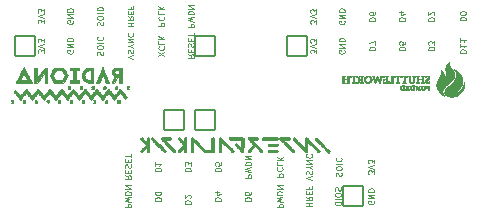
<source format=gbo>
G04 #@! TF.GenerationSoftware,KiCad,Pcbnew,7.0.6+dfsg-1*
G04 #@! TF.CreationDate,2023-08-24T12:50:22+02:00*
G04 #@! TF.ProjectId,OV7670,4f563736-3730-42e6-9b69-6361645f7063,v1.2*
G04 #@! TF.SameCoordinates,Original*
G04 #@! TF.FileFunction,Legend,Bot*
G04 #@! TF.FilePolarity,Positive*
%FSLAX46Y46*%
G04 Gerber Fmt 4.6, Leading zero omitted, Abs format (unit mm)*
G04 Created by KiCad (PCBNEW 7.0.6+dfsg-1) date 2023-08-24 12:50:22*
%MOMM*%
%LPD*%
G01*
G04 APERTURE LIST*
G04 Aperture macros list*
%AMRoundRect*
0 Rectangle with rounded corners*
0 $1 Rounding radius*
0 $2 $3 $4 $5 $6 $7 $8 $9 X,Y pos of 4 corners*
0 Add a 4 corners polygon primitive as box body*
4,1,4,$2,$3,$4,$5,$6,$7,$8,$9,$2,$3,0*
0 Add four circle primitives for the rounded corners*
1,1,$1+$1,$2,$3*
1,1,$1+$1,$4,$5*
1,1,$1+$1,$6,$7*
1,1,$1+$1,$8,$9*
0 Add four rect primitives between the rounded corners*
20,1,$1+$1,$2,$3,$4,$5,0*
20,1,$1+$1,$4,$5,$6,$7,0*
20,1,$1+$1,$6,$7,$8,$9,0*
20,1,$1+$1,$8,$9,$2,$3,0*%
G04 Aperture macros list end*
%ADD10C,0.100000*%
%ADD11C,0.010000*%
%ADD12RoundRect,0.051000X0.850000X-0.850000X0.850000X0.850000X-0.850000X0.850000X-0.850000X-0.850000X0*%
%ADD13O,1.802000X1.802000*%
%ADD14RoundRect,0.051000X0.850000X0.850000X-0.850000X0.850000X-0.850000X-0.850000X0.850000X-0.850000X0*%
%ADD15RoundRect,0.051000X-0.850000X0.850000X-0.850000X-0.850000X0.850000X-0.850000X0.850000X0.850000X0*%
G04 APERTURE END LIST*
D10*
X71301597Y-33938571D02*
X71801597Y-33938571D01*
X71801597Y-33938571D02*
X71801597Y-33748095D01*
X71801597Y-33748095D02*
X71777787Y-33700476D01*
X71777787Y-33700476D02*
X71753978Y-33676666D01*
X71753978Y-33676666D02*
X71706359Y-33652857D01*
X71706359Y-33652857D02*
X71634930Y-33652857D01*
X71634930Y-33652857D02*
X71587311Y-33676666D01*
X71587311Y-33676666D02*
X71563502Y-33700476D01*
X71563502Y-33700476D02*
X71539692Y-33748095D01*
X71539692Y-33748095D02*
X71539692Y-33938571D01*
X71801597Y-33486190D02*
X71301597Y-33367142D01*
X71301597Y-33367142D02*
X71658740Y-33271904D01*
X71658740Y-33271904D02*
X71301597Y-33176666D01*
X71301597Y-33176666D02*
X71801597Y-33057619D01*
X71301597Y-32867142D02*
X71801597Y-32867142D01*
X71801597Y-32867142D02*
X71801597Y-32748094D01*
X71801597Y-32748094D02*
X71777787Y-32676666D01*
X71777787Y-32676666D02*
X71730168Y-32629047D01*
X71730168Y-32629047D02*
X71682549Y-32605237D01*
X71682549Y-32605237D02*
X71587311Y-32581428D01*
X71587311Y-32581428D02*
X71515883Y-32581428D01*
X71515883Y-32581428D02*
X71420645Y-32605237D01*
X71420645Y-32605237D02*
X71373026Y-32629047D01*
X71373026Y-32629047D02*
X71325407Y-32676666D01*
X71325407Y-32676666D02*
X71301597Y-32748094D01*
X71301597Y-32748094D02*
X71301597Y-32867142D01*
X71301597Y-32367142D02*
X71801597Y-32367142D01*
X71801597Y-32367142D02*
X71301597Y-32081428D01*
X71301597Y-32081428D02*
X71801597Y-32081428D01*
X71301597Y-36236190D02*
X71539692Y-36402856D01*
X71301597Y-36521904D02*
X71801597Y-36521904D01*
X71801597Y-36521904D02*
X71801597Y-36331428D01*
X71801597Y-36331428D02*
X71777787Y-36283809D01*
X71777787Y-36283809D02*
X71753978Y-36259999D01*
X71753978Y-36259999D02*
X71706359Y-36236190D01*
X71706359Y-36236190D02*
X71634930Y-36236190D01*
X71634930Y-36236190D02*
X71587311Y-36259999D01*
X71587311Y-36259999D02*
X71563502Y-36283809D01*
X71563502Y-36283809D02*
X71539692Y-36331428D01*
X71539692Y-36331428D02*
X71539692Y-36521904D01*
X71563502Y-36021904D02*
X71563502Y-35855237D01*
X71301597Y-35783809D02*
X71301597Y-36021904D01*
X71301597Y-36021904D02*
X71801597Y-36021904D01*
X71801597Y-36021904D02*
X71801597Y-35783809D01*
X71325407Y-35593332D02*
X71301597Y-35521904D01*
X71301597Y-35521904D02*
X71301597Y-35402856D01*
X71301597Y-35402856D02*
X71325407Y-35355237D01*
X71325407Y-35355237D02*
X71349216Y-35331428D01*
X71349216Y-35331428D02*
X71396835Y-35307618D01*
X71396835Y-35307618D02*
X71444454Y-35307618D01*
X71444454Y-35307618D02*
X71492073Y-35331428D01*
X71492073Y-35331428D02*
X71515883Y-35355237D01*
X71515883Y-35355237D02*
X71539692Y-35402856D01*
X71539692Y-35402856D02*
X71563502Y-35498094D01*
X71563502Y-35498094D02*
X71587311Y-35545713D01*
X71587311Y-35545713D02*
X71611121Y-35569523D01*
X71611121Y-35569523D02*
X71658740Y-35593332D01*
X71658740Y-35593332D02*
X71706359Y-35593332D01*
X71706359Y-35593332D02*
X71753978Y-35569523D01*
X71753978Y-35569523D02*
X71777787Y-35545713D01*
X71777787Y-35545713D02*
X71801597Y-35498094D01*
X71801597Y-35498094D02*
X71801597Y-35379047D01*
X71801597Y-35379047D02*
X71777787Y-35307618D01*
X71563502Y-35093333D02*
X71563502Y-34926666D01*
X71301597Y-34855238D02*
X71301597Y-35093333D01*
X71301597Y-35093333D02*
X71801597Y-35093333D01*
X71801597Y-35093333D02*
X71801597Y-34855238D01*
X71801597Y-34712380D02*
X71801597Y-34426666D01*
X71301597Y-34569523D02*
X71801597Y-34569523D01*
X68801597Y-33843333D02*
X69301597Y-33843333D01*
X69301597Y-33843333D02*
X69301597Y-33652857D01*
X69301597Y-33652857D02*
X69277787Y-33605238D01*
X69277787Y-33605238D02*
X69253978Y-33581428D01*
X69253978Y-33581428D02*
X69206359Y-33557619D01*
X69206359Y-33557619D02*
X69134930Y-33557619D01*
X69134930Y-33557619D02*
X69087311Y-33581428D01*
X69087311Y-33581428D02*
X69063502Y-33605238D01*
X69063502Y-33605238D02*
X69039692Y-33652857D01*
X69039692Y-33652857D02*
X69039692Y-33843333D01*
X68849216Y-33057619D02*
X68825407Y-33081428D01*
X68825407Y-33081428D02*
X68801597Y-33152857D01*
X68801597Y-33152857D02*
X68801597Y-33200476D01*
X68801597Y-33200476D02*
X68825407Y-33271904D01*
X68825407Y-33271904D02*
X68873026Y-33319523D01*
X68873026Y-33319523D02*
X68920645Y-33343333D01*
X68920645Y-33343333D02*
X69015883Y-33367142D01*
X69015883Y-33367142D02*
X69087311Y-33367142D01*
X69087311Y-33367142D02*
X69182549Y-33343333D01*
X69182549Y-33343333D02*
X69230168Y-33319523D01*
X69230168Y-33319523D02*
X69277787Y-33271904D01*
X69277787Y-33271904D02*
X69301597Y-33200476D01*
X69301597Y-33200476D02*
X69301597Y-33152857D01*
X69301597Y-33152857D02*
X69277787Y-33081428D01*
X69277787Y-33081428D02*
X69253978Y-33057619D01*
X68801597Y-32605238D02*
X68801597Y-32843333D01*
X68801597Y-32843333D02*
X69301597Y-32843333D01*
X68801597Y-32438571D02*
X69301597Y-32438571D01*
X68801597Y-32152857D02*
X69087311Y-32367142D01*
X69301597Y-32152857D02*
X69015883Y-32438571D01*
X69301597Y-36379047D02*
X68801597Y-36045714D01*
X69301597Y-36045714D02*
X68801597Y-36379047D01*
X68849216Y-35569524D02*
X68825407Y-35593333D01*
X68825407Y-35593333D02*
X68801597Y-35664762D01*
X68801597Y-35664762D02*
X68801597Y-35712381D01*
X68801597Y-35712381D02*
X68825407Y-35783809D01*
X68825407Y-35783809D02*
X68873026Y-35831428D01*
X68873026Y-35831428D02*
X68920645Y-35855238D01*
X68920645Y-35855238D02*
X69015883Y-35879047D01*
X69015883Y-35879047D02*
X69087311Y-35879047D01*
X69087311Y-35879047D02*
X69182549Y-35855238D01*
X69182549Y-35855238D02*
X69230168Y-35831428D01*
X69230168Y-35831428D02*
X69277787Y-35783809D01*
X69277787Y-35783809D02*
X69301597Y-35712381D01*
X69301597Y-35712381D02*
X69301597Y-35664762D01*
X69301597Y-35664762D02*
X69277787Y-35593333D01*
X69277787Y-35593333D02*
X69253978Y-35569524D01*
X68801597Y-35117143D02*
X68801597Y-35355238D01*
X68801597Y-35355238D02*
X69301597Y-35355238D01*
X68801597Y-34950476D02*
X69301597Y-34950476D01*
X68801597Y-34664762D02*
X69087311Y-34879047D01*
X69301597Y-34664762D02*
X69015883Y-34950476D01*
X66201597Y-33843333D02*
X66701597Y-33843333D01*
X66463502Y-33843333D02*
X66463502Y-33557619D01*
X66201597Y-33557619D02*
X66701597Y-33557619D01*
X66201597Y-33033809D02*
X66439692Y-33200475D01*
X66201597Y-33319523D02*
X66701597Y-33319523D01*
X66701597Y-33319523D02*
X66701597Y-33129047D01*
X66701597Y-33129047D02*
X66677787Y-33081428D01*
X66677787Y-33081428D02*
X66653978Y-33057618D01*
X66653978Y-33057618D02*
X66606359Y-33033809D01*
X66606359Y-33033809D02*
X66534930Y-33033809D01*
X66534930Y-33033809D02*
X66487311Y-33057618D01*
X66487311Y-33057618D02*
X66463502Y-33081428D01*
X66463502Y-33081428D02*
X66439692Y-33129047D01*
X66439692Y-33129047D02*
X66439692Y-33319523D01*
X66463502Y-32819523D02*
X66463502Y-32652856D01*
X66201597Y-32581428D02*
X66201597Y-32819523D01*
X66201597Y-32819523D02*
X66701597Y-32819523D01*
X66701597Y-32819523D02*
X66701597Y-32581428D01*
X66463502Y-32200475D02*
X66463502Y-32367142D01*
X66201597Y-32367142D02*
X66701597Y-32367142D01*
X66701597Y-32367142D02*
X66701597Y-32129047D01*
X66701597Y-36640951D02*
X66201597Y-36474285D01*
X66201597Y-36474285D02*
X66701597Y-36307618D01*
X66225407Y-36164761D02*
X66201597Y-36093333D01*
X66201597Y-36093333D02*
X66201597Y-35974285D01*
X66201597Y-35974285D02*
X66225407Y-35926666D01*
X66225407Y-35926666D02*
X66249216Y-35902857D01*
X66249216Y-35902857D02*
X66296835Y-35879047D01*
X66296835Y-35879047D02*
X66344454Y-35879047D01*
X66344454Y-35879047D02*
X66392073Y-35902857D01*
X66392073Y-35902857D02*
X66415883Y-35926666D01*
X66415883Y-35926666D02*
X66439692Y-35974285D01*
X66439692Y-35974285D02*
X66463502Y-36069523D01*
X66463502Y-36069523D02*
X66487311Y-36117142D01*
X66487311Y-36117142D02*
X66511121Y-36140952D01*
X66511121Y-36140952D02*
X66558740Y-36164761D01*
X66558740Y-36164761D02*
X66606359Y-36164761D01*
X66606359Y-36164761D02*
X66653978Y-36140952D01*
X66653978Y-36140952D02*
X66677787Y-36117142D01*
X66677787Y-36117142D02*
X66701597Y-36069523D01*
X66701597Y-36069523D02*
X66701597Y-35950476D01*
X66701597Y-35950476D02*
X66677787Y-35879047D01*
X66439692Y-35569524D02*
X66201597Y-35569524D01*
X66701597Y-35736190D02*
X66439692Y-35569524D01*
X66439692Y-35569524D02*
X66701597Y-35402857D01*
X66201597Y-35236191D02*
X66701597Y-35236191D01*
X66701597Y-35236191D02*
X66201597Y-34950477D01*
X66201597Y-34950477D02*
X66701597Y-34950477D01*
X66249216Y-34426667D02*
X66225407Y-34450476D01*
X66225407Y-34450476D02*
X66201597Y-34521905D01*
X66201597Y-34521905D02*
X66201597Y-34569524D01*
X66201597Y-34569524D02*
X66225407Y-34640952D01*
X66225407Y-34640952D02*
X66273026Y-34688571D01*
X66273026Y-34688571D02*
X66320645Y-34712381D01*
X66320645Y-34712381D02*
X66415883Y-34736190D01*
X66415883Y-34736190D02*
X66487311Y-34736190D01*
X66487311Y-34736190D02*
X66582549Y-34712381D01*
X66582549Y-34712381D02*
X66630168Y-34688571D01*
X66630168Y-34688571D02*
X66677787Y-34640952D01*
X66677787Y-34640952D02*
X66701597Y-34569524D01*
X66701597Y-34569524D02*
X66701597Y-34521905D01*
X66701597Y-34521905D02*
X66677787Y-34450476D01*
X66677787Y-34450476D02*
X66653978Y-34426667D01*
X63655407Y-33788796D02*
X63631597Y-33717368D01*
X63631597Y-33717368D02*
X63631597Y-33598320D01*
X63631597Y-33598320D02*
X63655407Y-33550701D01*
X63655407Y-33550701D02*
X63679216Y-33526892D01*
X63679216Y-33526892D02*
X63726835Y-33503082D01*
X63726835Y-33503082D02*
X63774454Y-33503082D01*
X63774454Y-33503082D02*
X63822073Y-33526892D01*
X63822073Y-33526892D02*
X63845883Y-33550701D01*
X63845883Y-33550701D02*
X63869692Y-33598320D01*
X63869692Y-33598320D02*
X63893502Y-33693558D01*
X63893502Y-33693558D02*
X63917311Y-33741177D01*
X63917311Y-33741177D02*
X63941121Y-33764987D01*
X63941121Y-33764987D02*
X63988740Y-33788796D01*
X63988740Y-33788796D02*
X64036359Y-33788796D01*
X64036359Y-33788796D02*
X64083978Y-33764987D01*
X64083978Y-33764987D02*
X64107787Y-33741177D01*
X64107787Y-33741177D02*
X64131597Y-33693558D01*
X64131597Y-33693558D02*
X64131597Y-33574511D01*
X64131597Y-33574511D02*
X64107787Y-33503082D01*
X64131597Y-33193559D02*
X64131597Y-33098321D01*
X64131597Y-33098321D02*
X64107787Y-33050702D01*
X64107787Y-33050702D02*
X64060168Y-33003083D01*
X64060168Y-33003083D02*
X63964930Y-32979273D01*
X63964930Y-32979273D02*
X63798264Y-32979273D01*
X63798264Y-32979273D02*
X63703026Y-33003083D01*
X63703026Y-33003083D02*
X63655407Y-33050702D01*
X63655407Y-33050702D02*
X63631597Y-33098321D01*
X63631597Y-33098321D02*
X63631597Y-33193559D01*
X63631597Y-33193559D02*
X63655407Y-33241178D01*
X63655407Y-33241178D02*
X63703026Y-33288797D01*
X63703026Y-33288797D02*
X63798264Y-33312606D01*
X63798264Y-33312606D02*
X63964930Y-33312606D01*
X63964930Y-33312606D02*
X64060168Y-33288797D01*
X64060168Y-33288797D02*
X64107787Y-33241178D01*
X64107787Y-33241178D02*
X64131597Y-33193559D01*
X63631597Y-32764987D02*
X64131597Y-32764987D01*
X63631597Y-32526892D02*
X64131597Y-32526892D01*
X64131597Y-32526892D02*
X64131597Y-32407844D01*
X64131597Y-32407844D02*
X64107787Y-32336416D01*
X64107787Y-32336416D02*
X64060168Y-32288797D01*
X64060168Y-32288797D02*
X64012549Y-32264987D01*
X64012549Y-32264987D02*
X63917311Y-32241178D01*
X63917311Y-32241178D02*
X63845883Y-32241178D01*
X63845883Y-32241178D02*
X63750645Y-32264987D01*
X63750645Y-32264987D02*
X63703026Y-32288797D01*
X63703026Y-32288797D02*
X63655407Y-32336416D01*
X63655407Y-32336416D02*
X63631597Y-32407844D01*
X63631597Y-32407844D02*
X63631597Y-32526892D01*
X63655407Y-36288796D02*
X63631597Y-36217368D01*
X63631597Y-36217368D02*
X63631597Y-36098320D01*
X63631597Y-36098320D02*
X63655407Y-36050701D01*
X63655407Y-36050701D02*
X63679216Y-36026892D01*
X63679216Y-36026892D02*
X63726835Y-36003082D01*
X63726835Y-36003082D02*
X63774454Y-36003082D01*
X63774454Y-36003082D02*
X63822073Y-36026892D01*
X63822073Y-36026892D02*
X63845883Y-36050701D01*
X63845883Y-36050701D02*
X63869692Y-36098320D01*
X63869692Y-36098320D02*
X63893502Y-36193558D01*
X63893502Y-36193558D02*
X63917311Y-36241177D01*
X63917311Y-36241177D02*
X63941121Y-36264987D01*
X63941121Y-36264987D02*
X63988740Y-36288796D01*
X63988740Y-36288796D02*
X64036359Y-36288796D01*
X64036359Y-36288796D02*
X64083978Y-36264987D01*
X64083978Y-36264987D02*
X64107787Y-36241177D01*
X64107787Y-36241177D02*
X64131597Y-36193558D01*
X64131597Y-36193558D02*
X64131597Y-36074511D01*
X64131597Y-36074511D02*
X64107787Y-36003082D01*
X64131597Y-35693559D02*
X64131597Y-35598321D01*
X64131597Y-35598321D02*
X64107787Y-35550702D01*
X64107787Y-35550702D02*
X64060168Y-35503083D01*
X64060168Y-35503083D02*
X63964930Y-35479273D01*
X63964930Y-35479273D02*
X63798264Y-35479273D01*
X63798264Y-35479273D02*
X63703026Y-35503083D01*
X63703026Y-35503083D02*
X63655407Y-35550702D01*
X63655407Y-35550702D02*
X63631597Y-35598321D01*
X63631597Y-35598321D02*
X63631597Y-35693559D01*
X63631597Y-35693559D02*
X63655407Y-35741178D01*
X63655407Y-35741178D02*
X63703026Y-35788797D01*
X63703026Y-35788797D02*
X63798264Y-35812606D01*
X63798264Y-35812606D02*
X63964930Y-35812606D01*
X63964930Y-35812606D02*
X64060168Y-35788797D01*
X64060168Y-35788797D02*
X64107787Y-35741178D01*
X64107787Y-35741178D02*
X64131597Y-35693559D01*
X63631597Y-35264987D02*
X64131597Y-35264987D01*
X63679216Y-34741178D02*
X63655407Y-34764987D01*
X63655407Y-34764987D02*
X63631597Y-34836416D01*
X63631597Y-34836416D02*
X63631597Y-34884035D01*
X63631597Y-34884035D02*
X63655407Y-34955463D01*
X63655407Y-34955463D02*
X63703026Y-35003082D01*
X63703026Y-35003082D02*
X63750645Y-35026892D01*
X63750645Y-35026892D02*
X63845883Y-35050701D01*
X63845883Y-35050701D02*
X63917311Y-35050701D01*
X63917311Y-35050701D02*
X64012549Y-35026892D01*
X64012549Y-35026892D02*
X64060168Y-35003082D01*
X64060168Y-35003082D02*
X64107787Y-34955463D01*
X64107787Y-34955463D02*
X64131597Y-34884035D01*
X64131597Y-34884035D02*
X64131597Y-34836416D01*
X64131597Y-34836416D02*
X64107787Y-34764987D01*
X64107787Y-34764987D02*
X64083978Y-34741178D01*
X61567787Y-33390952D02*
X61591597Y-33438571D01*
X61591597Y-33438571D02*
X61591597Y-33510000D01*
X61591597Y-33510000D02*
X61567787Y-33581428D01*
X61567787Y-33581428D02*
X61520168Y-33629047D01*
X61520168Y-33629047D02*
X61472549Y-33652857D01*
X61472549Y-33652857D02*
X61377311Y-33676666D01*
X61377311Y-33676666D02*
X61305883Y-33676666D01*
X61305883Y-33676666D02*
X61210645Y-33652857D01*
X61210645Y-33652857D02*
X61163026Y-33629047D01*
X61163026Y-33629047D02*
X61115407Y-33581428D01*
X61115407Y-33581428D02*
X61091597Y-33510000D01*
X61091597Y-33510000D02*
X61091597Y-33462381D01*
X61091597Y-33462381D02*
X61115407Y-33390952D01*
X61115407Y-33390952D02*
X61139216Y-33367143D01*
X61139216Y-33367143D02*
X61305883Y-33367143D01*
X61305883Y-33367143D02*
X61305883Y-33462381D01*
X61091597Y-33152857D02*
X61591597Y-33152857D01*
X61591597Y-33152857D02*
X61091597Y-32867143D01*
X61091597Y-32867143D02*
X61591597Y-32867143D01*
X61091597Y-32629047D02*
X61591597Y-32629047D01*
X61591597Y-32629047D02*
X61591597Y-32509999D01*
X61591597Y-32509999D02*
X61567787Y-32438571D01*
X61567787Y-32438571D02*
X61520168Y-32390952D01*
X61520168Y-32390952D02*
X61472549Y-32367142D01*
X61472549Y-32367142D02*
X61377311Y-32343333D01*
X61377311Y-32343333D02*
X61305883Y-32343333D01*
X61305883Y-32343333D02*
X61210645Y-32367142D01*
X61210645Y-32367142D02*
X61163026Y-32390952D01*
X61163026Y-32390952D02*
X61115407Y-32438571D01*
X61115407Y-32438571D02*
X61091597Y-32509999D01*
X61091597Y-32509999D02*
X61091597Y-32629047D01*
X61567787Y-35890952D02*
X61591597Y-35938571D01*
X61591597Y-35938571D02*
X61591597Y-36010000D01*
X61591597Y-36010000D02*
X61567787Y-36081428D01*
X61567787Y-36081428D02*
X61520168Y-36129047D01*
X61520168Y-36129047D02*
X61472549Y-36152857D01*
X61472549Y-36152857D02*
X61377311Y-36176666D01*
X61377311Y-36176666D02*
X61305883Y-36176666D01*
X61305883Y-36176666D02*
X61210645Y-36152857D01*
X61210645Y-36152857D02*
X61163026Y-36129047D01*
X61163026Y-36129047D02*
X61115407Y-36081428D01*
X61115407Y-36081428D02*
X61091597Y-36010000D01*
X61091597Y-36010000D02*
X61091597Y-35962381D01*
X61091597Y-35962381D02*
X61115407Y-35890952D01*
X61115407Y-35890952D02*
X61139216Y-35867143D01*
X61139216Y-35867143D02*
X61305883Y-35867143D01*
X61305883Y-35867143D02*
X61305883Y-35962381D01*
X61091597Y-35652857D02*
X61591597Y-35652857D01*
X61591597Y-35652857D02*
X61091597Y-35367143D01*
X61091597Y-35367143D02*
X61591597Y-35367143D01*
X61091597Y-35129047D02*
X61591597Y-35129047D01*
X61591597Y-35129047D02*
X61591597Y-35009999D01*
X61591597Y-35009999D02*
X61567787Y-34938571D01*
X61567787Y-34938571D02*
X61520168Y-34890952D01*
X61520168Y-34890952D02*
X61472549Y-34867142D01*
X61472549Y-34867142D02*
X61377311Y-34843333D01*
X61377311Y-34843333D02*
X61305883Y-34843333D01*
X61305883Y-34843333D02*
X61210645Y-34867142D01*
X61210645Y-34867142D02*
X61163026Y-34890952D01*
X61163026Y-34890952D02*
X61115407Y-34938571D01*
X61115407Y-34938571D02*
X61091597Y-35009999D01*
X61091597Y-35009999D02*
X61091597Y-35129047D01*
X59091597Y-36129046D02*
X59091597Y-35819522D01*
X59091597Y-35819522D02*
X58901121Y-35986189D01*
X58901121Y-35986189D02*
X58901121Y-35914760D01*
X58901121Y-35914760D02*
X58877311Y-35867141D01*
X58877311Y-35867141D02*
X58853502Y-35843332D01*
X58853502Y-35843332D02*
X58805883Y-35819522D01*
X58805883Y-35819522D02*
X58686835Y-35819522D01*
X58686835Y-35819522D02*
X58639216Y-35843332D01*
X58639216Y-35843332D02*
X58615407Y-35867141D01*
X58615407Y-35867141D02*
X58591597Y-35914760D01*
X58591597Y-35914760D02*
X58591597Y-36057617D01*
X58591597Y-36057617D02*
X58615407Y-36105236D01*
X58615407Y-36105236D02*
X58639216Y-36129046D01*
X59091597Y-35676665D02*
X58591597Y-35509999D01*
X58591597Y-35509999D02*
X59091597Y-35343332D01*
X59091597Y-35224285D02*
X59091597Y-34914761D01*
X59091597Y-34914761D02*
X58901121Y-35081428D01*
X58901121Y-35081428D02*
X58901121Y-35009999D01*
X58901121Y-35009999D02*
X58877311Y-34962380D01*
X58877311Y-34962380D02*
X58853502Y-34938571D01*
X58853502Y-34938571D02*
X58805883Y-34914761D01*
X58805883Y-34914761D02*
X58686835Y-34914761D01*
X58686835Y-34914761D02*
X58639216Y-34938571D01*
X58639216Y-34938571D02*
X58615407Y-34962380D01*
X58615407Y-34962380D02*
X58591597Y-35009999D01*
X58591597Y-35009999D02*
X58591597Y-35152856D01*
X58591597Y-35152856D02*
X58615407Y-35200475D01*
X58615407Y-35200475D02*
X58639216Y-35224285D01*
X59091597Y-33629046D02*
X59091597Y-33319522D01*
X59091597Y-33319522D02*
X58901121Y-33486189D01*
X58901121Y-33486189D02*
X58901121Y-33414760D01*
X58901121Y-33414760D02*
X58877311Y-33367141D01*
X58877311Y-33367141D02*
X58853502Y-33343332D01*
X58853502Y-33343332D02*
X58805883Y-33319522D01*
X58805883Y-33319522D02*
X58686835Y-33319522D01*
X58686835Y-33319522D02*
X58639216Y-33343332D01*
X58639216Y-33343332D02*
X58615407Y-33367141D01*
X58615407Y-33367141D02*
X58591597Y-33414760D01*
X58591597Y-33414760D02*
X58591597Y-33557617D01*
X58591597Y-33557617D02*
X58615407Y-33605236D01*
X58615407Y-33605236D02*
X58639216Y-33629046D01*
X59091597Y-33176665D02*
X58591597Y-33009999D01*
X58591597Y-33009999D02*
X59091597Y-32843332D01*
X59091597Y-32724285D02*
X59091597Y-32414761D01*
X59091597Y-32414761D02*
X58901121Y-32581428D01*
X58901121Y-32581428D02*
X58901121Y-32509999D01*
X58901121Y-32509999D02*
X58877311Y-32462380D01*
X58877311Y-32462380D02*
X58853502Y-32438571D01*
X58853502Y-32438571D02*
X58805883Y-32414761D01*
X58805883Y-32414761D02*
X58686835Y-32414761D01*
X58686835Y-32414761D02*
X58639216Y-32438571D01*
X58639216Y-32438571D02*
X58615407Y-32462380D01*
X58615407Y-32462380D02*
X58591597Y-32509999D01*
X58591597Y-32509999D02*
X58591597Y-32652856D01*
X58591597Y-32652856D02*
X58615407Y-32700475D01*
X58615407Y-32700475D02*
X58639216Y-32724285D01*
X94341597Y-36112130D02*
X94841597Y-36112130D01*
X94841597Y-36112130D02*
X94841597Y-35993082D01*
X94841597Y-35993082D02*
X94817787Y-35921654D01*
X94817787Y-35921654D02*
X94770168Y-35874035D01*
X94770168Y-35874035D02*
X94722549Y-35850225D01*
X94722549Y-35850225D02*
X94627311Y-35826416D01*
X94627311Y-35826416D02*
X94555883Y-35826416D01*
X94555883Y-35826416D02*
X94460645Y-35850225D01*
X94460645Y-35850225D02*
X94413026Y-35874035D01*
X94413026Y-35874035D02*
X94365407Y-35921654D01*
X94365407Y-35921654D02*
X94341597Y-35993082D01*
X94341597Y-35993082D02*
X94341597Y-36112130D01*
X94341597Y-35350225D02*
X94341597Y-35635939D01*
X94341597Y-35493082D02*
X94841597Y-35493082D01*
X94841597Y-35493082D02*
X94770168Y-35540701D01*
X94770168Y-35540701D02*
X94722549Y-35588320D01*
X94722549Y-35588320D02*
X94698740Y-35635939D01*
X94341597Y-34874035D02*
X94341597Y-35159749D01*
X94341597Y-35016892D02*
X94841597Y-35016892D01*
X94841597Y-35016892D02*
X94770168Y-35064511D01*
X94770168Y-35064511D02*
X94722549Y-35112130D01*
X94722549Y-35112130D02*
X94698740Y-35159749D01*
X94341597Y-33374035D02*
X94841597Y-33374035D01*
X94841597Y-33374035D02*
X94841597Y-33254987D01*
X94841597Y-33254987D02*
X94817787Y-33183559D01*
X94817787Y-33183559D02*
X94770168Y-33135940D01*
X94770168Y-33135940D02*
X94722549Y-33112130D01*
X94722549Y-33112130D02*
X94627311Y-33088321D01*
X94627311Y-33088321D02*
X94555883Y-33088321D01*
X94555883Y-33088321D02*
X94460645Y-33112130D01*
X94460645Y-33112130D02*
X94413026Y-33135940D01*
X94413026Y-33135940D02*
X94365407Y-33183559D01*
X94365407Y-33183559D02*
X94341597Y-33254987D01*
X94341597Y-33254987D02*
X94341597Y-33374035D01*
X94841597Y-32778797D02*
X94841597Y-32731178D01*
X94841597Y-32731178D02*
X94817787Y-32683559D01*
X94817787Y-32683559D02*
X94793978Y-32659749D01*
X94793978Y-32659749D02*
X94746359Y-32635940D01*
X94746359Y-32635940D02*
X94651121Y-32612130D01*
X94651121Y-32612130D02*
X94532073Y-32612130D01*
X94532073Y-32612130D02*
X94436835Y-32635940D01*
X94436835Y-32635940D02*
X94389216Y-32659749D01*
X94389216Y-32659749D02*
X94365407Y-32683559D01*
X94365407Y-32683559D02*
X94341597Y-32731178D01*
X94341597Y-32731178D02*
X94341597Y-32778797D01*
X94341597Y-32778797D02*
X94365407Y-32826416D01*
X94365407Y-32826416D02*
X94389216Y-32850225D01*
X94389216Y-32850225D02*
X94436835Y-32874035D01*
X94436835Y-32874035D02*
X94532073Y-32897844D01*
X94532073Y-32897844D02*
X94651121Y-32897844D01*
X94651121Y-32897844D02*
X94746359Y-32874035D01*
X94746359Y-32874035D02*
X94793978Y-32850225D01*
X94793978Y-32850225D02*
X94817787Y-32826416D01*
X94817787Y-32826416D02*
X94841597Y-32778797D01*
X91681597Y-33394035D02*
X92181597Y-33394035D01*
X92181597Y-33394035D02*
X92181597Y-33274987D01*
X92181597Y-33274987D02*
X92157787Y-33203559D01*
X92157787Y-33203559D02*
X92110168Y-33155940D01*
X92110168Y-33155940D02*
X92062549Y-33132130D01*
X92062549Y-33132130D02*
X91967311Y-33108321D01*
X91967311Y-33108321D02*
X91895883Y-33108321D01*
X91895883Y-33108321D02*
X91800645Y-33132130D01*
X91800645Y-33132130D02*
X91753026Y-33155940D01*
X91753026Y-33155940D02*
X91705407Y-33203559D01*
X91705407Y-33203559D02*
X91681597Y-33274987D01*
X91681597Y-33274987D02*
X91681597Y-33394035D01*
X92133978Y-32917844D02*
X92157787Y-32894035D01*
X92157787Y-32894035D02*
X92181597Y-32846416D01*
X92181597Y-32846416D02*
X92181597Y-32727368D01*
X92181597Y-32727368D02*
X92157787Y-32679749D01*
X92157787Y-32679749D02*
X92133978Y-32655940D01*
X92133978Y-32655940D02*
X92086359Y-32632130D01*
X92086359Y-32632130D02*
X92038740Y-32632130D01*
X92038740Y-32632130D02*
X91967311Y-32655940D01*
X91967311Y-32655940D02*
X91681597Y-32941654D01*
X91681597Y-32941654D02*
X91681597Y-32632130D01*
X91681597Y-35894035D02*
X92181597Y-35894035D01*
X92181597Y-35894035D02*
X92181597Y-35774987D01*
X92181597Y-35774987D02*
X92157787Y-35703559D01*
X92157787Y-35703559D02*
X92110168Y-35655940D01*
X92110168Y-35655940D02*
X92062549Y-35632130D01*
X92062549Y-35632130D02*
X91967311Y-35608321D01*
X91967311Y-35608321D02*
X91895883Y-35608321D01*
X91895883Y-35608321D02*
X91800645Y-35632130D01*
X91800645Y-35632130D02*
X91753026Y-35655940D01*
X91753026Y-35655940D02*
X91705407Y-35703559D01*
X91705407Y-35703559D02*
X91681597Y-35774987D01*
X91681597Y-35774987D02*
X91681597Y-35894035D01*
X92181597Y-35441654D02*
X92181597Y-35132130D01*
X92181597Y-35132130D02*
X91991121Y-35298797D01*
X91991121Y-35298797D02*
X91991121Y-35227368D01*
X91991121Y-35227368D02*
X91967311Y-35179749D01*
X91967311Y-35179749D02*
X91943502Y-35155940D01*
X91943502Y-35155940D02*
X91895883Y-35132130D01*
X91895883Y-35132130D02*
X91776835Y-35132130D01*
X91776835Y-35132130D02*
X91729216Y-35155940D01*
X91729216Y-35155940D02*
X91705407Y-35179749D01*
X91705407Y-35179749D02*
X91681597Y-35227368D01*
X91681597Y-35227368D02*
X91681597Y-35370225D01*
X91681597Y-35370225D02*
X91705407Y-35417844D01*
X91705407Y-35417844D02*
X91729216Y-35441654D01*
X89181597Y-35894035D02*
X89681597Y-35894035D01*
X89681597Y-35894035D02*
X89681597Y-35774987D01*
X89681597Y-35774987D02*
X89657787Y-35703559D01*
X89657787Y-35703559D02*
X89610168Y-35655940D01*
X89610168Y-35655940D02*
X89562549Y-35632130D01*
X89562549Y-35632130D02*
X89467311Y-35608321D01*
X89467311Y-35608321D02*
X89395883Y-35608321D01*
X89395883Y-35608321D02*
X89300645Y-35632130D01*
X89300645Y-35632130D02*
X89253026Y-35655940D01*
X89253026Y-35655940D02*
X89205407Y-35703559D01*
X89205407Y-35703559D02*
X89181597Y-35774987D01*
X89181597Y-35774987D02*
X89181597Y-35894035D01*
X89681597Y-35155940D02*
X89681597Y-35394035D01*
X89681597Y-35394035D02*
X89443502Y-35417844D01*
X89443502Y-35417844D02*
X89467311Y-35394035D01*
X89467311Y-35394035D02*
X89491121Y-35346416D01*
X89491121Y-35346416D02*
X89491121Y-35227368D01*
X89491121Y-35227368D02*
X89467311Y-35179749D01*
X89467311Y-35179749D02*
X89443502Y-35155940D01*
X89443502Y-35155940D02*
X89395883Y-35132130D01*
X89395883Y-35132130D02*
X89276835Y-35132130D01*
X89276835Y-35132130D02*
X89229216Y-35155940D01*
X89229216Y-35155940D02*
X89205407Y-35179749D01*
X89205407Y-35179749D02*
X89181597Y-35227368D01*
X89181597Y-35227368D02*
X89181597Y-35346416D01*
X89181597Y-35346416D02*
X89205407Y-35394035D01*
X89205407Y-35394035D02*
X89229216Y-35417844D01*
X89181597Y-33394035D02*
X89681597Y-33394035D01*
X89681597Y-33394035D02*
X89681597Y-33274987D01*
X89681597Y-33274987D02*
X89657787Y-33203559D01*
X89657787Y-33203559D02*
X89610168Y-33155940D01*
X89610168Y-33155940D02*
X89562549Y-33132130D01*
X89562549Y-33132130D02*
X89467311Y-33108321D01*
X89467311Y-33108321D02*
X89395883Y-33108321D01*
X89395883Y-33108321D02*
X89300645Y-33132130D01*
X89300645Y-33132130D02*
X89253026Y-33155940D01*
X89253026Y-33155940D02*
X89205407Y-33203559D01*
X89205407Y-33203559D02*
X89181597Y-33274987D01*
X89181597Y-33274987D02*
X89181597Y-33394035D01*
X89514930Y-32679749D02*
X89181597Y-32679749D01*
X89705407Y-32798797D02*
X89348264Y-32917844D01*
X89348264Y-32917844D02*
X89348264Y-32608321D01*
X86681597Y-33394035D02*
X87181597Y-33394035D01*
X87181597Y-33394035D02*
X87181597Y-33274987D01*
X87181597Y-33274987D02*
X87157787Y-33203559D01*
X87157787Y-33203559D02*
X87110168Y-33155940D01*
X87110168Y-33155940D02*
X87062549Y-33132130D01*
X87062549Y-33132130D02*
X86967311Y-33108321D01*
X86967311Y-33108321D02*
X86895883Y-33108321D01*
X86895883Y-33108321D02*
X86800645Y-33132130D01*
X86800645Y-33132130D02*
X86753026Y-33155940D01*
X86753026Y-33155940D02*
X86705407Y-33203559D01*
X86705407Y-33203559D02*
X86681597Y-33274987D01*
X86681597Y-33274987D02*
X86681597Y-33394035D01*
X87181597Y-32679749D02*
X87181597Y-32774987D01*
X87181597Y-32774987D02*
X87157787Y-32822606D01*
X87157787Y-32822606D02*
X87133978Y-32846416D01*
X87133978Y-32846416D02*
X87062549Y-32894035D01*
X87062549Y-32894035D02*
X86967311Y-32917844D01*
X86967311Y-32917844D02*
X86776835Y-32917844D01*
X86776835Y-32917844D02*
X86729216Y-32894035D01*
X86729216Y-32894035D02*
X86705407Y-32870225D01*
X86705407Y-32870225D02*
X86681597Y-32822606D01*
X86681597Y-32822606D02*
X86681597Y-32727368D01*
X86681597Y-32727368D02*
X86705407Y-32679749D01*
X86705407Y-32679749D02*
X86729216Y-32655940D01*
X86729216Y-32655940D02*
X86776835Y-32632130D01*
X86776835Y-32632130D02*
X86895883Y-32632130D01*
X86895883Y-32632130D02*
X86943502Y-32655940D01*
X86943502Y-32655940D02*
X86967311Y-32679749D01*
X86967311Y-32679749D02*
X86991121Y-32727368D01*
X86991121Y-32727368D02*
X86991121Y-32822606D01*
X86991121Y-32822606D02*
X86967311Y-32870225D01*
X86967311Y-32870225D02*
X86943502Y-32894035D01*
X86943502Y-32894035D02*
X86895883Y-32917844D01*
X86681597Y-35894035D02*
X87181597Y-35894035D01*
X87181597Y-35894035D02*
X87181597Y-35774987D01*
X87181597Y-35774987D02*
X87157787Y-35703559D01*
X87157787Y-35703559D02*
X87110168Y-35655940D01*
X87110168Y-35655940D02*
X87062549Y-35632130D01*
X87062549Y-35632130D02*
X86967311Y-35608321D01*
X86967311Y-35608321D02*
X86895883Y-35608321D01*
X86895883Y-35608321D02*
X86800645Y-35632130D01*
X86800645Y-35632130D02*
X86753026Y-35655940D01*
X86753026Y-35655940D02*
X86705407Y-35703559D01*
X86705407Y-35703559D02*
X86681597Y-35774987D01*
X86681597Y-35774987D02*
X86681597Y-35894035D01*
X87181597Y-35441654D02*
X87181597Y-35108321D01*
X87181597Y-35108321D02*
X86681597Y-35322606D01*
X84567787Y-35905940D02*
X84591597Y-35953559D01*
X84591597Y-35953559D02*
X84591597Y-36024988D01*
X84591597Y-36024988D02*
X84567787Y-36096416D01*
X84567787Y-36096416D02*
X84520168Y-36144035D01*
X84520168Y-36144035D02*
X84472549Y-36167845D01*
X84472549Y-36167845D02*
X84377311Y-36191654D01*
X84377311Y-36191654D02*
X84305883Y-36191654D01*
X84305883Y-36191654D02*
X84210645Y-36167845D01*
X84210645Y-36167845D02*
X84163026Y-36144035D01*
X84163026Y-36144035D02*
X84115407Y-36096416D01*
X84115407Y-36096416D02*
X84091597Y-36024988D01*
X84091597Y-36024988D02*
X84091597Y-35977369D01*
X84091597Y-35977369D02*
X84115407Y-35905940D01*
X84115407Y-35905940D02*
X84139216Y-35882131D01*
X84139216Y-35882131D02*
X84305883Y-35882131D01*
X84305883Y-35882131D02*
X84305883Y-35977369D01*
X84091597Y-35667845D02*
X84591597Y-35667845D01*
X84591597Y-35667845D02*
X84091597Y-35382131D01*
X84091597Y-35382131D02*
X84591597Y-35382131D01*
X84091597Y-35144035D02*
X84591597Y-35144035D01*
X84591597Y-35144035D02*
X84591597Y-35024987D01*
X84591597Y-35024987D02*
X84567787Y-34953559D01*
X84567787Y-34953559D02*
X84520168Y-34905940D01*
X84520168Y-34905940D02*
X84472549Y-34882130D01*
X84472549Y-34882130D02*
X84377311Y-34858321D01*
X84377311Y-34858321D02*
X84305883Y-34858321D01*
X84305883Y-34858321D02*
X84210645Y-34882130D01*
X84210645Y-34882130D02*
X84163026Y-34905940D01*
X84163026Y-34905940D02*
X84115407Y-34953559D01*
X84115407Y-34953559D02*
X84091597Y-35024987D01*
X84091597Y-35024987D02*
X84091597Y-35144035D01*
X84567787Y-33405940D02*
X84591597Y-33453559D01*
X84591597Y-33453559D02*
X84591597Y-33524988D01*
X84591597Y-33524988D02*
X84567787Y-33596416D01*
X84567787Y-33596416D02*
X84520168Y-33644035D01*
X84520168Y-33644035D02*
X84472549Y-33667845D01*
X84472549Y-33667845D02*
X84377311Y-33691654D01*
X84377311Y-33691654D02*
X84305883Y-33691654D01*
X84305883Y-33691654D02*
X84210645Y-33667845D01*
X84210645Y-33667845D02*
X84163026Y-33644035D01*
X84163026Y-33644035D02*
X84115407Y-33596416D01*
X84115407Y-33596416D02*
X84091597Y-33524988D01*
X84091597Y-33524988D02*
X84091597Y-33477369D01*
X84091597Y-33477369D02*
X84115407Y-33405940D01*
X84115407Y-33405940D02*
X84139216Y-33382131D01*
X84139216Y-33382131D02*
X84305883Y-33382131D01*
X84305883Y-33382131D02*
X84305883Y-33477369D01*
X84091597Y-33167845D02*
X84591597Y-33167845D01*
X84591597Y-33167845D02*
X84091597Y-32882131D01*
X84091597Y-32882131D02*
X84591597Y-32882131D01*
X84091597Y-32644035D02*
X84591597Y-32644035D01*
X84591597Y-32644035D02*
X84591597Y-32524987D01*
X84591597Y-32524987D02*
X84567787Y-32453559D01*
X84567787Y-32453559D02*
X84520168Y-32405940D01*
X84520168Y-32405940D02*
X84472549Y-32382130D01*
X84472549Y-32382130D02*
X84377311Y-32358321D01*
X84377311Y-32358321D02*
X84305883Y-32358321D01*
X84305883Y-32358321D02*
X84210645Y-32382130D01*
X84210645Y-32382130D02*
X84163026Y-32405940D01*
X84163026Y-32405940D02*
X84115407Y-32453559D01*
X84115407Y-32453559D02*
X84091597Y-32524987D01*
X84091597Y-32524987D02*
X84091597Y-32644035D01*
X82181597Y-36144034D02*
X82181597Y-35834510D01*
X82181597Y-35834510D02*
X81991121Y-36001177D01*
X81991121Y-36001177D02*
X81991121Y-35929748D01*
X81991121Y-35929748D02*
X81967311Y-35882129D01*
X81967311Y-35882129D02*
X81943502Y-35858320D01*
X81943502Y-35858320D02*
X81895883Y-35834510D01*
X81895883Y-35834510D02*
X81776835Y-35834510D01*
X81776835Y-35834510D02*
X81729216Y-35858320D01*
X81729216Y-35858320D02*
X81705407Y-35882129D01*
X81705407Y-35882129D02*
X81681597Y-35929748D01*
X81681597Y-35929748D02*
X81681597Y-36072605D01*
X81681597Y-36072605D02*
X81705407Y-36120224D01*
X81705407Y-36120224D02*
X81729216Y-36144034D01*
X82181597Y-35691653D02*
X81681597Y-35524987D01*
X81681597Y-35524987D02*
X82181597Y-35358320D01*
X82181597Y-35239273D02*
X82181597Y-34929749D01*
X82181597Y-34929749D02*
X81991121Y-35096416D01*
X81991121Y-35096416D02*
X81991121Y-35024987D01*
X81991121Y-35024987D02*
X81967311Y-34977368D01*
X81967311Y-34977368D02*
X81943502Y-34953559D01*
X81943502Y-34953559D02*
X81895883Y-34929749D01*
X81895883Y-34929749D02*
X81776835Y-34929749D01*
X81776835Y-34929749D02*
X81729216Y-34953559D01*
X81729216Y-34953559D02*
X81705407Y-34977368D01*
X81705407Y-34977368D02*
X81681597Y-35024987D01*
X81681597Y-35024987D02*
X81681597Y-35167844D01*
X81681597Y-35167844D02*
X81705407Y-35215463D01*
X81705407Y-35215463D02*
X81729216Y-35239273D01*
X82181597Y-33644034D02*
X82181597Y-33334510D01*
X82181597Y-33334510D02*
X81991121Y-33501177D01*
X81991121Y-33501177D02*
X81991121Y-33429748D01*
X81991121Y-33429748D02*
X81967311Y-33382129D01*
X81967311Y-33382129D02*
X81943502Y-33358320D01*
X81943502Y-33358320D02*
X81895883Y-33334510D01*
X81895883Y-33334510D02*
X81776835Y-33334510D01*
X81776835Y-33334510D02*
X81729216Y-33358320D01*
X81729216Y-33358320D02*
X81705407Y-33382129D01*
X81705407Y-33382129D02*
X81681597Y-33429748D01*
X81681597Y-33429748D02*
X81681597Y-33572605D01*
X81681597Y-33572605D02*
X81705407Y-33620224D01*
X81705407Y-33620224D02*
X81729216Y-33644034D01*
X82181597Y-33191653D02*
X81681597Y-33024987D01*
X81681597Y-33024987D02*
X82181597Y-32858320D01*
X82181597Y-32739273D02*
X82181597Y-32429749D01*
X82181597Y-32429749D02*
X81991121Y-32596416D01*
X81991121Y-32596416D02*
X81991121Y-32524987D01*
X81991121Y-32524987D02*
X81967311Y-32477368D01*
X81967311Y-32477368D02*
X81943502Y-32453559D01*
X81943502Y-32453559D02*
X81895883Y-32429749D01*
X81895883Y-32429749D02*
X81776835Y-32429749D01*
X81776835Y-32429749D02*
X81729216Y-32453559D01*
X81729216Y-32453559D02*
X81705407Y-32477368D01*
X81705407Y-32477368D02*
X81681597Y-32524987D01*
X81681597Y-32524987D02*
X81681597Y-32667844D01*
X81681597Y-32667844D02*
X81705407Y-32715463D01*
X81705407Y-32715463D02*
X81729216Y-32739273D01*
X87073890Y-46379046D02*
X87073890Y-46069522D01*
X87073890Y-46069522D02*
X86883414Y-46236189D01*
X86883414Y-46236189D02*
X86883414Y-46164760D01*
X86883414Y-46164760D02*
X86859604Y-46117141D01*
X86859604Y-46117141D02*
X86835795Y-46093332D01*
X86835795Y-46093332D02*
X86788176Y-46069522D01*
X86788176Y-46069522D02*
X86669128Y-46069522D01*
X86669128Y-46069522D02*
X86621509Y-46093332D01*
X86621509Y-46093332D02*
X86597700Y-46117141D01*
X86597700Y-46117141D02*
X86573890Y-46164760D01*
X86573890Y-46164760D02*
X86573890Y-46307617D01*
X86573890Y-46307617D02*
X86597700Y-46355236D01*
X86597700Y-46355236D02*
X86621509Y-46379046D01*
X87073890Y-45926665D02*
X86573890Y-45759999D01*
X86573890Y-45759999D02*
X87073890Y-45593332D01*
X87073890Y-45474285D02*
X87073890Y-45164761D01*
X87073890Y-45164761D02*
X86883414Y-45331428D01*
X86883414Y-45331428D02*
X86883414Y-45259999D01*
X86883414Y-45259999D02*
X86859604Y-45212380D01*
X86859604Y-45212380D02*
X86835795Y-45188571D01*
X86835795Y-45188571D02*
X86788176Y-45164761D01*
X86788176Y-45164761D02*
X86669128Y-45164761D01*
X86669128Y-45164761D02*
X86621509Y-45188571D01*
X86621509Y-45188571D02*
X86597700Y-45212380D01*
X86597700Y-45212380D02*
X86573890Y-45259999D01*
X86573890Y-45259999D02*
X86573890Y-45402856D01*
X86573890Y-45402856D02*
X86597700Y-45450475D01*
X86597700Y-45450475D02*
X86621509Y-45474285D01*
X78823890Y-46593333D02*
X79323890Y-46593333D01*
X79323890Y-46593333D02*
X79323890Y-46402857D01*
X79323890Y-46402857D02*
X79300080Y-46355238D01*
X79300080Y-46355238D02*
X79276271Y-46331428D01*
X79276271Y-46331428D02*
X79228652Y-46307619D01*
X79228652Y-46307619D02*
X79157223Y-46307619D01*
X79157223Y-46307619D02*
X79109604Y-46331428D01*
X79109604Y-46331428D02*
X79085795Y-46355238D01*
X79085795Y-46355238D02*
X79061985Y-46402857D01*
X79061985Y-46402857D02*
X79061985Y-46593333D01*
X78871509Y-45807619D02*
X78847700Y-45831428D01*
X78847700Y-45831428D02*
X78823890Y-45902857D01*
X78823890Y-45902857D02*
X78823890Y-45950476D01*
X78823890Y-45950476D02*
X78847700Y-46021904D01*
X78847700Y-46021904D02*
X78895319Y-46069523D01*
X78895319Y-46069523D02*
X78942938Y-46093333D01*
X78942938Y-46093333D02*
X79038176Y-46117142D01*
X79038176Y-46117142D02*
X79109604Y-46117142D01*
X79109604Y-46117142D02*
X79204842Y-46093333D01*
X79204842Y-46093333D02*
X79252461Y-46069523D01*
X79252461Y-46069523D02*
X79300080Y-46021904D01*
X79300080Y-46021904D02*
X79323890Y-45950476D01*
X79323890Y-45950476D02*
X79323890Y-45902857D01*
X79323890Y-45902857D02*
X79300080Y-45831428D01*
X79300080Y-45831428D02*
X79276271Y-45807619D01*
X78823890Y-45355238D02*
X78823890Y-45593333D01*
X78823890Y-45593333D02*
X79323890Y-45593333D01*
X78823890Y-45188571D02*
X79323890Y-45188571D01*
X78823890Y-44902857D02*
X79109604Y-45117142D01*
X79323890Y-44902857D02*
X79038176Y-45188571D01*
X81823890Y-46890951D02*
X81323890Y-46724285D01*
X81323890Y-46724285D02*
X81823890Y-46557618D01*
X81347700Y-46414761D02*
X81323890Y-46343333D01*
X81323890Y-46343333D02*
X81323890Y-46224285D01*
X81323890Y-46224285D02*
X81347700Y-46176666D01*
X81347700Y-46176666D02*
X81371509Y-46152857D01*
X81371509Y-46152857D02*
X81419128Y-46129047D01*
X81419128Y-46129047D02*
X81466747Y-46129047D01*
X81466747Y-46129047D02*
X81514366Y-46152857D01*
X81514366Y-46152857D02*
X81538176Y-46176666D01*
X81538176Y-46176666D02*
X81561985Y-46224285D01*
X81561985Y-46224285D02*
X81585795Y-46319523D01*
X81585795Y-46319523D02*
X81609604Y-46367142D01*
X81609604Y-46367142D02*
X81633414Y-46390952D01*
X81633414Y-46390952D02*
X81681033Y-46414761D01*
X81681033Y-46414761D02*
X81728652Y-46414761D01*
X81728652Y-46414761D02*
X81776271Y-46390952D01*
X81776271Y-46390952D02*
X81800080Y-46367142D01*
X81800080Y-46367142D02*
X81823890Y-46319523D01*
X81823890Y-46319523D02*
X81823890Y-46200476D01*
X81823890Y-46200476D02*
X81800080Y-46129047D01*
X81561985Y-45819524D02*
X81323890Y-45819524D01*
X81823890Y-45986190D02*
X81561985Y-45819524D01*
X81561985Y-45819524D02*
X81823890Y-45652857D01*
X81323890Y-45486191D02*
X81823890Y-45486191D01*
X81823890Y-45486191D02*
X81323890Y-45200477D01*
X81323890Y-45200477D02*
X81823890Y-45200477D01*
X81371509Y-44676667D02*
X81347700Y-44700476D01*
X81347700Y-44700476D02*
X81323890Y-44771905D01*
X81323890Y-44771905D02*
X81323890Y-44819524D01*
X81323890Y-44819524D02*
X81347700Y-44890952D01*
X81347700Y-44890952D02*
X81395319Y-44938571D01*
X81395319Y-44938571D02*
X81442938Y-44962381D01*
X81442938Y-44962381D02*
X81538176Y-44986190D01*
X81538176Y-44986190D02*
X81609604Y-44986190D01*
X81609604Y-44986190D02*
X81704842Y-44962381D01*
X81704842Y-44962381D02*
X81752461Y-44938571D01*
X81752461Y-44938571D02*
X81800080Y-44890952D01*
X81800080Y-44890952D02*
X81823890Y-44819524D01*
X81823890Y-44819524D02*
X81823890Y-44771905D01*
X81823890Y-44771905D02*
X81800080Y-44700476D01*
X81800080Y-44700476D02*
X81776271Y-44676667D01*
X76171597Y-46688571D02*
X76671597Y-46688571D01*
X76671597Y-46688571D02*
X76671597Y-46498095D01*
X76671597Y-46498095D02*
X76647787Y-46450476D01*
X76647787Y-46450476D02*
X76623978Y-46426666D01*
X76623978Y-46426666D02*
X76576359Y-46402857D01*
X76576359Y-46402857D02*
X76504930Y-46402857D01*
X76504930Y-46402857D02*
X76457311Y-46426666D01*
X76457311Y-46426666D02*
X76433502Y-46450476D01*
X76433502Y-46450476D02*
X76409692Y-46498095D01*
X76409692Y-46498095D02*
X76409692Y-46688571D01*
X76671597Y-46236190D02*
X76171597Y-46117142D01*
X76171597Y-46117142D02*
X76528740Y-46021904D01*
X76528740Y-46021904D02*
X76171597Y-45926666D01*
X76171597Y-45926666D02*
X76671597Y-45807619D01*
X76171597Y-45617142D02*
X76671597Y-45617142D01*
X76671597Y-45617142D02*
X76671597Y-45498094D01*
X76671597Y-45498094D02*
X76647787Y-45426666D01*
X76647787Y-45426666D02*
X76600168Y-45379047D01*
X76600168Y-45379047D02*
X76552549Y-45355237D01*
X76552549Y-45355237D02*
X76457311Y-45331428D01*
X76457311Y-45331428D02*
X76385883Y-45331428D01*
X76385883Y-45331428D02*
X76290645Y-45355237D01*
X76290645Y-45355237D02*
X76243026Y-45379047D01*
X76243026Y-45379047D02*
X76195407Y-45426666D01*
X76195407Y-45426666D02*
X76171597Y-45498094D01*
X76171597Y-45498094D02*
X76171597Y-45617142D01*
X76171597Y-45117142D02*
X76671597Y-45117142D01*
X76671597Y-45117142D02*
X76171597Y-44831428D01*
X76171597Y-44831428D02*
X76671597Y-44831428D01*
X73621597Y-46134035D02*
X74121597Y-46134035D01*
X74121597Y-46134035D02*
X74121597Y-46014987D01*
X74121597Y-46014987D02*
X74097787Y-45943559D01*
X74097787Y-45943559D02*
X74050168Y-45895940D01*
X74050168Y-45895940D02*
X74002549Y-45872130D01*
X74002549Y-45872130D02*
X73907311Y-45848321D01*
X73907311Y-45848321D02*
X73835883Y-45848321D01*
X73835883Y-45848321D02*
X73740645Y-45872130D01*
X73740645Y-45872130D02*
X73693026Y-45895940D01*
X73693026Y-45895940D02*
X73645407Y-45943559D01*
X73645407Y-45943559D02*
X73621597Y-46014987D01*
X73621597Y-46014987D02*
X73621597Y-46134035D01*
X74121597Y-45395940D02*
X74121597Y-45634035D01*
X74121597Y-45634035D02*
X73883502Y-45657844D01*
X73883502Y-45657844D02*
X73907311Y-45634035D01*
X73907311Y-45634035D02*
X73931121Y-45586416D01*
X73931121Y-45586416D02*
X73931121Y-45467368D01*
X73931121Y-45467368D02*
X73907311Y-45419749D01*
X73907311Y-45419749D02*
X73883502Y-45395940D01*
X73883502Y-45395940D02*
X73835883Y-45372130D01*
X73835883Y-45372130D02*
X73716835Y-45372130D01*
X73716835Y-45372130D02*
X73669216Y-45395940D01*
X73669216Y-45395940D02*
X73645407Y-45419749D01*
X73645407Y-45419749D02*
X73621597Y-45467368D01*
X73621597Y-45467368D02*
X73621597Y-45586416D01*
X73621597Y-45586416D02*
X73645407Y-45634035D01*
X73645407Y-45634035D02*
X73669216Y-45657844D01*
X71051597Y-46129047D02*
X71551597Y-46129047D01*
X71551597Y-46129047D02*
X71551597Y-46009999D01*
X71551597Y-46009999D02*
X71527787Y-45938571D01*
X71527787Y-45938571D02*
X71480168Y-45890952D01*
X71480168Y-45890952D02*
X71432549Y-45867142D01*
X71432549Y-45867142D02*
X71337311Y-45843333D01*
X71337311Y-45843333D02*
X71265883Y-45843333D01*
X71265883Y-45843333D02*
X71170645Y-45867142D01*
X71170645Y-45867142D02*
X71123026Y-45890952D01*
X71123026Y-45890952D02*
X71075407Y-45938571D01*
X71075407Y-45938571D02*
X71051597Y-46009999D01*
X71051597Y-46009999D02*
X71051597Y-46129047D01*
X71551597Y-45676666D02*
X71551597Y-45367142D01*
X71551597Y-45367142D02*
X71361121Y-45533809D01*
X71361121Y-45533809D02*
X71361121Y-45462380D01*
X71361121Y-45462380D02*
X71337311Y-45414761D01*
X71337311Y-45414761D02*
X71313502Y-45390952D01*
X71313502Y-45390952D02*
X71265883Y-45367142D01*
X71265883Y-45367142D02*
X71146835Y-45367142D01*
X71146835Y-45367142D02*
X71099216Y-45390952D01*
X71099216Y-45390952D02*
X71075407Y-45414761D01*
X71075407Y-45414761D02*
X71051597Y-45462380D01*
X71051597Y-45462380D02*
X71051597Y-45605237D01*
X71051597Y-45605237D02*
X71075407Y-45652856D01*
X71075407Y-45652856D02*
X71099216Y-45676666D01*
X68531597Y-46129047D02*
X69031597Y-46129047D01*
X69031597Y-46129047D02*
X69031597Y-46009999D01*
X69031597Y-46009999D02*
X69007787Y-45938571D01*
X69007787Y-45938571D02*
X68960168Y-45890952D01*
X68960168Y-45890952D02*
X68912549Y-45867142D01*
X68912549Y-45867142D02*
X68817311Y-45843333D01*
X68817311Y-45843333D02*
X68745883Y-45843333D01*
X68745883Y-45843333D02*
X68650645Y-45867142D01*
X68650645Y-45867142D02*
X68603026Y-45890952D01*
X68603026Y-45890952D02*
X68555407Y-45938571D01*
X68555407Y-45938571D02*
X68531597Y-46009999D01*
X68531597Y-46009999D02*
X68531597Y-46129047D01*
X68531597Y-45367142D02*
X68531597Y-45652856D01*
X68531597Y-45509999D02*
X69031597Y-45509999D01*
X69031597Y-45509999D02*
X68960168Y-45557618D01*
X68960168Y-45557618D02*
X68912549Y-45605237D01*
X68912549Y-45605237D02*
X68888740Y-45652856D01*
X87050080Y-48640952D02*
X87073890Y-48688571D01*
X87073890Y-48688571D02*
X87073890Y-48760000D01*
X87073890Y-48760000D02*
X87050080Y-48831428D01*
X87050080Y-48831428D02*
X87002461Y-48879047D01*
X87002461Y-48879047D02*
X86954842Y-48902857D01*
X86954842Y-48902857D02*
X86859604Y-48926666D01*
X86859604Y-48926666D02*
X86788176Y-48926666D01*
X86788176Y-48926666D02*
X86692938Y-48902857D01*
X86692938Y-48902857D02*
X86645319Y-48879047D01*
X86645319Y-48879047D02*
X86597700Y-48831428D01*
X86597700Y-48831428D02*
X86573890Y-48760000D01*
X86573890Y-48760000D02*
X86573890Y-48712381D01*
X86573890Y-48712381D02*
X86597700Y-48640952D01*
X86597700Y-48640952D02*
X86621509Y-48617143D01*
X86621509Y-48617143D02*
X86788176Y-48617143D01*
X86788176Y-48617143D02*
X86788176Y-48712381D01*
X86573890Y-48402857D02*
X87073890Y-48402857D01*
X87073890Y-48402857D02*
X86573890Y-48117143D01*
X86573890Y-48117143D02*
X87073890Y-48117143D01*
X86573890Y-47879047D02*
X87073890Y-47879047D01*
X87073890Y-47879047D02*
X87073890Y-47759999D01*
X87073890Y-47759999D02*
X87050080Y-47688571D01*
X87050080Y-47688571D02*
X87002461Y-47640952D01*
X87002461Y-47640952D02*
X86954842Y-47617142D01*
X86954842Y-47617142D02*
X86859604Y-47593333D01*
X86859604Y-47593333D02*
X86788176Y-47593333D01*
X86788176Y-47593333D02*
X86692938Y-47617142D01*
X86692938Y-47617142D02*
X86645319Y-47640952D01*
X86645319Y-47640952D02*
X86597700Y-47688571D01*
X86597700Y-47688571D02*
X86573890Y-47759999D01*
X86573890Y-47759999D02*
X86573890Y-47879047D01*
X81323890Y-49093333D02*
X81823890Y-49093333D01*
X81585795Y-49093333D02*
X81585795Y-48807619D01*
X81323890Y-48807619D02*
X81823890Y-48807619D01*
X81323890Y-48283809D02*
X81561985Y-48450475D01*
X81323890Y-48569523D02*
X81823890Y-48569523D01*
X81823890Y-48569523D02*
X81823890Y-48379047D01*
X81823890Y-48379047D02*
X81800080Y-48331428D01*
X81800080Y-48331428D02*
X81776271Y-48307618D01*
X81776271Y-48307618D02*
X81728652Y-48283809D01*
X81728652Y-48283809D02*
X81657223Y-48283809D01*
X81657223Y-48283809D02*
X81609604Y-48307618D01*
X81609604Y-48307618D02*
X81585795Y-48331428D01*
X81585795Y-48331428D02*
X81561985Y-48379047D01*
X81561985Y-48379047D02*
X81561985Y-48569523D01*
X81585795Y-48069523D02*
X81585795Y-47902856D01*
X81323890Y-47831428D02*
X81323890Y-48069523D01*
X81323890Y-48069523D02*
X81823890Y-48069523D01*
X81823890Y-48069523D02*
X81823890Y-47831428D01*
X81585795Y-47450475D02*
X81585795Y-47617142D01*
X81323890Y-47617142D02*
X81823890Y-47617142D01*
X81823890Y-47617142D02*
X81823890Y-47379047D01*
X78823890Y-49188571D02*
X79323890Y-49188571D01*
X79323890Y-49188571D02*
X79323890Y-48998095D01*
X79323890Y-48998095D02*
X79300080Y-48950476D01*
X79300080Y-48950476D02*
X79276271Y-48926666D01*
X79276271Y-48926666D02*
X79228652Y-48902857D01*
X79228652Y-48902857D02*
X79157223Y-48902857D01*
X79157223Y-48902857D02*
X79109604Y-48926666D01*
X79109604Y-48926666D02*
X79085795Y-48950476D01*
X79085795Y-48950476D02*
X79061985Y-48998095D01*
X79061985Y-48998095D02*
X79061985Y-49188571D01*
X79323890Y-48736190D02*
X78823890Y-48617142D01*
X78823890Y-48617142D02*
X79181033Y-48521904D01*
X79181033Y-48521904D02*
X78823890Y-48426666D01*
X78823890Y-48426666D02*
X79323890Y-48307619D01*
X78823890Y-48117142D02*
X79323890Y-48117142D01*
X79323890Y-48117142D02*
X79323890Y-47998094D01*
X79323890Y-47998094D02*
X79300080Y-47926666D01*
X79300080Y-47926666D02*
X79252461Y-47879047D01*
X79252461Y-47879047D02*
X79204842Y-47855237D01*
X79204842Y-47855237D02*
X79109604Y-47831428D01*
X79109604Y-47831428D02*
X79038176Y-47831428D01*
X79038176Y-47831428D02*
X78942938Y-47855237D01*
X78942938Y-47855237D02*
X78895319Y-47879047D01*
X78895319Y-47879047D02*
X78847700Y-47926666D01*
X78847700Y-47926666D02*
X78823890Y-47998094D01*
X78823890Y-47998094D02*
X78823890Y-48117142D01*
X78823890Y-47617142D02*
X79323890Y-47617142D01*
X79323890Y-47617142D02*
X78823890Y-47331428D01*
X78823890Y-47331428D02*
X79323890Y-47331428D01*
X76151597Y-48634035D02*
X76651597Y-48634035D01*
X76651597Y-48634035D02*
X76651597Y-48514987D01*
X76651597Y-48514987D02*
X76627787Y-48443559D01*
X76627787Y-48443559D02*
X76580168Y-48395940D01*
X76580168Y-48395940D02*
X76532549Y-48372130D01*
X76532549Y-48372130D02*
X76437311Y-48348321D01*
X76437311Y-48348321D02*
X76365883Y-48348321D01*
X76365883Y-48348321D02*
X76270645Y-48372130D01*
X76270645Y-48372130D02*
X76223026Y-48395940D01*
X76223026Y-48395940D02*
X76175407Y-48443559D01*
X76175407Y-48443559D02*
X76151597Y-48514987D01*
X76151597Y-48514987D02*
X76151597Y-48634035D01*
X76651597Y-47919749D02*
X76651597Y-48014987D01*
X76651597Y-48014987D02*
X76627787Y-48062606D01*
X76627787Y-48062606D02*
X76603978Y-48086416D01*
X76603978Y-48086416D02*
X76532549Y-48134035D01*
X76532549Y-48134035D02*
X76437311Y-48157844D01*
X76437311Y-48157844D02*
X76246835Y-48157844D01*
X76246835Y-48157844D02*
X76199216Y-48134035D01*
X76199216Y-48134035D02*
X76175407Y-48110225D01*
X76175407Y-48110225D02*
X76151597Y-48062606D01*
X76151597Y-48062606D02*
X76151597Y-47967368D01*
X76151597Y-47967368D02*
X76175407Y-47919749D01*
X76175407Y-47919749D02*
X76199216Y-47895940D01*
X76199216Y-47895940D02*
X76246835Y-47872130D01*
X76246835Y-47872130D02*
X76365883Y-47872130D01*
X76365883Y-47872130D02*
X76413502Y-47895940D01*
X76413502Y-47895940D02*
X76437311Y-47919749D01*
X76437311Y-47919749D02*
X76461121Y-47967368D01*
X76461121Y-47967368D02*
X76461121Y-48062606D01*
X76461121Y-48062606D02*
X76437311Y-48110225D01*
X76437311Y-48110225D02*
X76413502Y-48134035D01*
X76413502Y-48134035D02*
X76365883Y-48157844D01*
X73581597Y-48634035D02*
X74081597Y-48634035D01*
X74081597Y-48634035D02*
X74081597Y-48514987D01*
X74081597Y-48514987D02*
X74057787Y-48443559D01*
X74057787Y-48443559D02*
X74010168Y-48395940D01*
X74010168Y-48395940D02*
X73962549Y-48372130D01*
X73962549Y-48372130D02*
X73867311Y-48348321D01*
X73867311Y-48348321D02*
X73795883Y-48348321D01*
X73795883Y-48348321D02*
X73700645Y-48372130D01*
X73700645Y-48372130D02*
X73653026Y-48395940D01*
X73653026Y-48395940D02*
X73605407Y-48443559D01*
X73605407Y-48443559D02*
X73581597Y-48514987D01*
X73581597Y-48514987D02*
X73581597Y-48634035D01*
X73914930Y-47919749D02*
X73581597Y-47919749D01*
X74105407Y-48038797D02*
X73748264Y-48157844D01*
X73748264Y-48157844D02*
X73748264Y-47848321D01*
X71051597Y-48879047D02*
X71551597Y-48879047D01*
X71551597Y-48879047D02*
X71551597Y-48759999D01*
X71551597Y-48759999D02*
X71527787Y-48688571D01*
X71527787Y-48688571D02*
X71480168Y-48640952D01*
X71480168Y-48640952D02*
X71432549Y-48617142D01*
X71432549Y-48617142D02*
X71337311Y-48593333D01*
X71337311Y-48593333D02*
X71265883Y-48593333D01*
X71265883Y-48593333D02*
X71170645Y-48617142D01*
X71170645Y-48617142D02*
X71123026Y-48640952D01*
X71123026Y-48640952D02*
X71075407Y-48688571D01*
X71075407Y-48688571D02*
X71051597Y-48759999D01*
X71051597Y-48759999D02*
X71051597Y-48879047D01*
X71503978Y-48402856D02*
X71527787Y-48379047D01*
X71527787Y-48379047D02*
X71551597Y-48331428D01*
X71551597Y-48331428D02*
X71551597Y-48212380D01*
X71551597Y-48212380D02*
X71527787Y-48164761D01*
X71527787Y-48164761D02*
X71503978Y-48140952D01*
X71503978Y-48140952D02*
X71456359Y-48117142D01*
X71456359Y-48117142D02*
X71408740Y-48117142D01*
X71408740Y-48117142D02*
X71337311Y-48140952D01*
X71337311Y-48140952D02*
X71051597Y-48426666D01*
X71051597Y-48426666D02*
X71051597Y-48117142D01*
X68531597Y-48629047D02*
X69031597Y-48629047D01*
X69031597Y-48629047D02*
X69031597Y-48509999D01*
X69031597Y-48509999D02*
X69007787Y-48438571D01*
X69007787Y-48438571D02*
X68960168Y-48390952D01*
X68960168Y-48390952D02*
X68912549Y-48367142D01*
X68912549Y-48367142D02*
X68817311Y-48343333D01*
X68817311Y-48343333D02*
X68745883Y-48343333D01*
X68745883Y-48343333D02*
X68650645Y-48367142D01*
X68650645Y-48367142D02*
X68603026Y-48390952D01*
X68603026Y-48390952D02*
X68555407Y-48438571D01*
X68555407Y-48438571D02*
X68531597Y-48509999D01*
X68531597Y-48509999D02*
X68531597Y-48629047D01*
X69031597Y-48033809D02*
X69031597Y-47986190D01*
X69031597Y-47986190D02*
X69007787Y-47938571D01*
X69007787Y-47938571D02*
X68983978Y-47914761D01*
X68983978Y-47914761D02*
X68936359Y-47890952D01*
X68936359Y-47890952D02*
X68841121Y-47867142D01*
X68841121Y-47867142D02*
X68722073Y-47867142D01*
X68722073Y-47867142D02*
X68626835Y-47890952D01*
X68626835Y-47890952D02*
X68579216Y-47914761D01*
X68579216Y-47914761D02*
X68555407Y-47938571D01*
X68555407Y-47938571D02*
X68531597Y-47986190D01*
X68531597Y-47986190D02*
X68531597Y-48033809D01*
X68531597Y-48033809D02*
X68555407Y-48081428D01*
X68555407Y-48081428D02*
X68579216Y-48105237D01*
X68579216Y-48105237D02*
X68626835Y-48129047D01*
X68626835Y-48129047D02*
X68722073Y-48152856D01*
X68722073Y-48152856D02*
X68841121Y-48152856D01*
X68841121Y-48152856D02*
X68936359Y-48129047D01*
X68936359Y-48129047D02*
X68983978Y-48105237D01*
X68983978Y-48105237D02*
X69007787Y-48081428D01*
X69007787Y-48081428D02*
X69031597Y-48033809D01*
X65981597Y-49193559D02*
X66481597Y-49193559D01*
X66481597Y-49193559D02*
X66481597Y-49003083D01*
X66481597Y-49003083D02*
X66457787Y-48955464D01*
X66457787Y-48955464D02*
X66433978Y-48931654D01*
X66433978Y-48931654D02*
X66386359Y-48907845D01*
X66386359Y-48907845D02*
X66314930Y-48907845D01*
X66314930Y-48907845D02*
X66267311Y-48931654D01*
X66267311Y-48931654D02*
X66243502Y-48955464D01*
X66243502Y-48955464D02*
X66219692Y-49003083D01*
X66219692Y-49003083D02*
X66219692Y-49193559D01*
X66481597Y-48741178D02*
X65981597Y-48622130D01*
X65981597Y-48622130D02*
X66338740Y-48526892D01*
X66338740Y-48526892D02*
X65981597Y-48431654D01*
X65981597Y-48431654D02*
X66481597Y-48312607D01*
X65981597Y-48122130D02*
X66481597Y-48122130D01*
X66481597Y-48122130D02*
X66481597Y-48003082D01*
X66481597Y-48003082D02*
X66457787Y-47931654D01*
X66457787Y-47931654D02*
X66410168Y-47884035D01*
X66410168Y-47884035D02*
X66362549Y-47860225D01*
X66362549Y-47860225D02*
X66267311Y-47836416D01*
X66267311Y-47836416D02*
X66195883Y-47836416D01*
X66195883Y-47836416D02*
X66100645Y-47860225D01*
X66100645Y-47860225D02*
X66053026Y-47884035D01*
X66053026Y-47884035D02*
X66005407Y-47931654D01*
X66005407Y-47931654D02*
X65981597Y-48003082D01*
X65981597Y-48003082D02*
X65981597Y-48122130D01*
X65981597Y-47622130D02*
X66481597Y-47622130D01*
X66481597Y-47622130D02*
X65981597Y-47336416D01*
X65981597Y-47336416D02*
X66481597Y-47336416D01*
X65981597Y-46491178D02*
X66219692Y-46657844D01*
X65981597Y-46776892D02*
X66481597Y-46776892D01*
X66481597Y-46776892D02*
X66481597Y-46586416D01*
X66481597Y-46586416D02*
X66457787Y-46538797D01*
X66457787Y-46538797D02*
X66433978Y-46514987D01*
X66433978Y-46514987D02*
X66386359Y-46491178D01*
X66386359Y-46491178D02*
X66314930Y-46491178D01*
X66314930Y-46491178D02*
X66267311Y-46514987D01*
X66267311Y-46514987D02*
X66243502Y-46538797D01*
X66243502Y-46538797D02*
X66219692Y-46586416D01*
X66219692Y-46586416D02*
X66219692Y-46776892D01*
X66243502Y-46276892D02*
X66243502Y-46110225D01*
X65981597Y-46038797D02*
X65981597Y-46276892D01*
X65981597Y-46276892D02*
X66481597Y-46276892D01*
X66481597Y-46276892D02*
X66481597Y-46038797D01*
X66005407Y-45848320D02*
X65981597Y-45776892D01*
X65981597Y-45776892D02*
X65981597Y-45657844D01*
X65981597Y-45657844D02*
X66005407Y-45610225D01*
X66005407Y-45610225D02*
X66029216Y-45586416D01*
X66029216Y-45586416D02*
X66076835Y-45562606D01*
X66076835Y-45562606D02*
X66124454Y-45562606D01*
X66124454Y-45562606D02*
X66172073Y-45586416D01*
X66172073Y-45586416D02*
X66195883Y-45610225D01*
X66195883Y-45610225D02*
X66219692Y-45657844D01*
X66219692Y-45657844D02*
X66243502Y-45753082D01*
X66243502Y-45753082D02*
X66267311Y-45800701D01*
X66267311Y-45800701D02*
X66291121Y-45824511D01*
X66291121Y-45824511D02*
X66338740Y-45848320D01*
X66338740Y-45848320D02*
X66386359Y-45848320D01*
X66386359Y-45848320D02*
X66433978Y-45824511D01*
X66433978Y-45824511D02*
X66457787Y-45800701D01*
X66457787Y-45800701D02*
X66481597Y-45753082D01*
X66481597Y-45753082D02*
X66481597Y-45634035D01*
X66481597Y-45634035D02*
X66457787Y-45562606D01*
X66243502Y-45348321D02*
X66243502Y-45181654D01*
X65981597Y-45110226D02*
X65981597Y-45348321D01*
X65981597Y-45348321D02*
X66481597Y-45348321D01*
X66481597Y-45348321D02*
X66481597Y-45110226D01*
X66481597Y-44967368D02*
X66481597Y-44681654D01*
X65981597Y-44824511D02*
X66481597Y-44824511D01*
X83847700Y-46533808D02*
X83823890Y-46462380D01*
X83823890Y-46462380D02*
X83823890Y-46343332D01*
X83823890Y-46343332D02*
X83847700Y-46295713D01*
X83847700Y-46295713D02*
X83871509Y-46271904D01*
X83871509Y-46271904D02*
X83919128Y-46248094D01*
X83919128Y-46248094D02*
X83966747Y-46248094D01*
X83966747Y-46248094D02*
X84014366Y-46271904D01*
X84014366Y-46271904D02*
X84038176Y-46295713D01*
X84038176Y-46295713D02*
X84061985Y-46343332D01*
X84061985Y-46343332D02*
X84085795Y-46438570D01*
X84085795Y-46438570D02*
X84109604Y-46486189D01*
X84109604Y-46486189D02*
X84133414Y-46509999D01*
X84133414Y-46509999D02*
X84181033Y-46533808D01*
X84181033Y-46533808D02*
X84228652Y-46533808D01*
X84228652Y-46533808D02*
X84276271Y-46509999D01*
X84276271Y-46509999D02*
X84300080Y-46486189D01*
X84300080Y-46486189D02*
X84323890Y-46438570D01*
X84323890Y-46438570D02*
X84323890Y-46319523D01*
X84323890Y-46319523D02*
X84300080Y-46248094D01*
X84323890Y-45938571D02*
X84323890Y-45843333D01*
X84323890Y-45843333D02*
X84300080Y-45795714D01*
X84300080Y-45795714D02*
X84252461Y-45748095D01*
X84252461Y-45748095D02*
X84157223Y-45724285D01*
X84157223Y-45724285D02*
X83990557Y-45724285D01*
X83990557Y-45724285D02*
X83895319Y-45748095D01*
X83895319Y-45748095D02*
X83847700Y-45795714D01*
X83847700Y-45795714D02*
X83823890Y-45843333D01*
X83823890Y-45843333D02*
X83823890Y-45938571D01*
X83823890Y-45938571D02*
X83847700Y-45986190D01*
X83847700Y-45986190D02*
X83895319Y-46033809D01*
X83895319Y-46033809D02*
X83990557Y-46057618D01*
X83990557Y-46057618D02*
X84157223Y-46057618D01*
X84157223Y-46057618D02*
X84252461Y-46033809D01*
X84252461Y-46033809D02*
X84300080Y-45986190D01*
X84300080Y-45986190D02*
X84323890Y-45938571D01*
X83823890Y-45509999D02*
X84323890Y-45509999D01*
X83871509Y-44986190D02*
X83847700Y-45009999D01*
X83847700Y-45009999D02*
X83823890Y-45081428D01*
X83823890Y-45081428D02*
X83823890Y-45129047D01*
X83823890Y-45129047D02*
X83847700Y-45200475D01*
X83847700Y-45200475D02*
X83895319Y-45248094D01*
X83895319Y-45248094D02*
X83942938Y-45271904D01*
X83942938Y-45271904D02*
X84038176Y-45295713D01*
X84038176Y-45295713D02*
X84109604Y-45295713D01*
X84109604Y-45295713D02*
X84204842Y-45271904D01*
X84204842Y-45271904D02*
X84252461Y-45248094D01*
X84252461Y-45248094D02*
X84300080Y-45200475D01*
X84300080Y-45200475D02*
X84323890Y-45129047D01*
X84323890Y-45129047D02*
X84323890Y-45081428D01*
X84323890Y-45081428D02*
X84300080Y-45009999D01*
X84300080Y-45009999D02*
X84276271Y-44986190D01*
X84252300Y-47486191D02*
X84276109Y-47557619D01*
X84276109Y-47557619D02*
X84276109Y-47676667D01*
X84276109Y-47676667D02*
X84252300Y-47724286D01*
X84252300Y-47724286D02*
X84228490Y-47748095D01*
X84228490Y-47748095D02*
X84180871Y-47771905D01*
X84180871Y-47771905D02*
X84133252Y-47771905D01*
X84133252Y-47771905D02*
X84085633Y-47748095D01*
X84085633Y-47748095D02*
X84061823Y-47724286D01*
X84061823Y-47724286D02*
X84038014Y-47676667D01*
X84038014Y-47676667D02*
X84014204Y-47581429D01*
X84014204Y-47581429D02*
X83990395Y-47533810D01*
X83990395Y-47533810D02*
X83966585Y-47510000D01*
X83966585Y-47510000D02*
X83918966Y-47486191D01*
X83918966Y-47486191D02*
X83871347Y-47486191D01*
X83871347Y-47486191D02*
X83823728Y-47510000D01*
X83823728Y-47510000D02*
X83799919Y-47533810D01*
X83799919Y-47533810D02*
X83776109Y-47581429D01*
X83776109Y-47581429D02*
X83776109Y-47700476D01*
X83776109Y-47700476D02*
X83799919Y-47771905D01*
X83776109Y-48081428D02*
X83776109Y-48176666D01*
X83776109Y-48176666D02*
X83799919Y-48224285D01*
X83799919Y-48224285D02*
X83847538Y-48271904D01*
X83847538Y-48271904D02*
X83942776Y-48295714D01*
X83942776Y-48295714D02*
X84109442Y-48295714D01*
X84109442Y-48295714D02*
X84204680Y-48271904D01*
X84204680Y-48271904D02*
X84252300Y-48224285D01*
X84252300Y-48224285D02*
X84276109Y-48176666D01*
X84276109Y-48176666D02*
X84276109Y-48081428D01*
X84276109Y-48081428D02*
X84252300Y-48033809D01*
X84252300Y-48033809D02*
X84204680Y-47986190D01*
X84204680Y-47986190D02*
X84109442Y-47962381D01*
X84109442Y-47962381D02*
X83942776Y-47962381D01*
X83942776Y-47962381D02*
X83847538Y-47986190D01*
X83847538Y-47986190D02*
X83799919Y-48033809D01*
X83799919Y-48033809D02*
X83776109Y-48081428D01*
X84276109Y-48510000D02*
X83776109Y-48510000D01*
X84276109Y-48748095D02*
X83776109Y-48748095D01*
X83776109Y-48748095D02*
X83776109Y-48867143D01*
X83776109Y-48867143D02*
X83799919Y-48938571D01*
X83799919Y-48938571D02*
X83847538Y-48986190D01*
X83847538Y-48986190D02*
X83895157Y-49010000D01*
X83895157Y-49010000D02*
X83990395Y-49033809D01*
X83990395Y-49033809D02*
X84061823Y-49033809D01*
X84061823Y-49033809D02*
X84157061Y-49010000D01*
X84157061Y-49010000D02*
X84204680Y-48986190D01*
X84204680Y-48986190D02*
X84252300Y-48938571D01*
X84252300Y-48938571D02*
X84276109Y-48867143D01*
X84276109Y-48867143D02*
X84276109Y-48748095D01*
D11*
X82164222Y-43314742D02*
X82173347Y-43316242D01*
X82183984Y-43320361D01*
X82197364Y-43328244D01*
X82214719Y-43341035D01*
X82237282Y-43359881D01*
X82266284Y-43385926D01*
X82302956Y-43420317D01*
X82348531Y-43464197D01*
X82404239Y-43518714D01*
X82471314Y-43585012D01*
X82550986Y-43664236D01*
X82644487Y-43757532D01*
X82753050Y-43866045D01*
X82859973Y-43973035D01*
X82953899Y-44067218D01*
X83033693Y-44147537D01*
X83100491Y-44215210D01*
X83155431Y-44271451D01*
X83199649Y-44317476D01*
X83234283Y-44354502D01*
X83260469Y-44383744D01*
X83279345Y-44406418D01*
X83292047Y-44423740D01*
X83299712Y-44436925D01*
X83303477Y-44447191D01*
X83304480Y-44455751D01*
X83297335Y-44491128D01*
X83270732Y-44527776D01*
X83237736Y-44552668D01*
X83198707Y-44561524D01*
X83190325Y-44560564D01*
X83180104Y-44556863D01*
X83166987Y-44549284D01*
X83149757Y-44536691D01*
X83127198Y-44517946D01*
X83098095Y-44491912D01*
X83061232Y-44457453D01*
X83015393Y-44413431D01*
X82959362Y-44358710D01*
X82891923Y-44292153D01*
X82811860Y-44212623D01*
X82717958Y-44118982D01*
X82609001Y-44010094D01*
X82555132Y-43956216D01*
X82454040Y-43855010D01*
X82367617Y-43768277D01*
X82294718Y-43694783D01*
X82234197Y-43633298D01*
X82184910Y-43582590D01*
X82145711Y-43541427D01*
X82115455Y-43508577D01*
X82092996Y-43482808D01*
X82077188Y-43462889D01*
X82066888Y-43447589D01*
X82060948Y-43435674D01*
X82058224Y-43425914D01*
X82057571Y-43417077D01*
X82060170Y-43393812D01*
X82079794Y-43352998D01*
X82114674Y-43325007D01*
X82160033Y-43314615D01*
X82164222Y-43314742D01*
G36*
X82164222Y-43314742D02*
G01*
X82173347Y-43316242D01*
X82183984Y-43320361D01*
X82197364Y-43328244D01*
X82214719Y-43341035D01*
X82237282Y-43359881D01*
X82266284Y-43385926D01*
X82302956Y-43420317D01*
X82348531Y-43464197D01*
X82404239Y-43518714D01*
X82471314Y-43585012D01*
X82550986Y-43664236D01*
X82644487Y-43757532D01*
X82753050Y-43866045D01*
X82859973Y-43973035D01*
X82953899Y-44067218D01*
X83033693Y-44147537D01*
X83100491Y-44215210D01*
X83155431Y-44271451D01*
X83199649Y-44317476D01*
X83234283Y-44354502D01*
X83260469Y-44383744D01*
X83279345Y-44406418D01*
X83292047Y-44423740D01*
X83299712Y-44436925D01*
X83303477Y-44447191D01*
X83304480Y-44455751D01*
X83297335Y-44491128D01*
X83270732Y-44527776D01*
X83237736Y-44552668D01*
X83198707Y-44561524D01*
X83190325Y-44560564D01*
X83180104Y-44556863D01*
X83166987Y-44549284D01*
X83149757Y-44536691D01*
X83127198Y-44517946D01*
X83098095Y-44491912D01*
X83061232Y-44457453D01*
X83015393Y-44413431D01*
X82959362Y-44358710D01*
X82891923Y-44292153D01*
X82811860Y-44212623D01*
X82717958Y-44118982D01*
X82609001Y-44010094D01*
X82555132Y-43956216D01*
X82454040Y-43855010D01*
X82367617Y-43768277D01*
X82294718Y-43694783D01*
X82234197Y-43633298D01*
X82184910Y-43582590D01*
X82145711Y-43541427D01*
X82115455Y-43508577D01*
X82092996Y-43482808D01*
X82077188Y-43462889D01*
X82066888Y-43447589D01*
X82060948Y-43435674D01*
X82058224Y-43425914D01*
X82057571Y-43417077D01*
X82060170Y-43393812D01*
X82079794Y-43352998D01*
X82114674Y-43325007D01*
X82160033Y-43314615D01*
X82164222Y-43314742D01*
G37*
X78871913Y-44352818D02*
X78878358Y-44359714D01*
X78897825Y-44387595D01*
X78905662Y-44411118D01*
X78905615Y-44414042D01*
X78894796Y-44456896D01*
X78868853Y-44492861D01*
X78833357Y-44514008D01*
X78817320Y-44516462D01*
X78779560Y-44519267D01*
X78725204Y-44521735D01*
X78657828Y-44523738D01*
X78581006Y-44525151D01*
X78498313Y-44525846D01*
X78455036Y-44525950D01*
X78361561Y-44525610D01*
X78287588Y-44524126D01*
X78230557Y-44521134D01*
X78187910Y-44516274D01*
X78157085Y-44509182D01*
X78135524Y-44499497D01*
X78120667Y-44486856D01*
X78109955Y-44470897D01*
X78099392Y-44435082D01*
X78100173Y-44395445D01*
X78112279Y-44364251D01*
X78123009Y-44351865D01*
X78136138Y-44341731D01*
X78154003Y-44333920D01*
X78179225Y-44328133D01*
X78214427Y-44324071D01*
X78262231Y-44321433D01*
X78325258Y-44319920D01*
X78406131Y-44319232D01*
X78507473Y-44319070D01*
X78838165Y-44319070D01*
X78871913Y-44352818D01*
G36*
X78871913Y-44352818D02*
G01*
X78878358Y-44359714D01*
X78897825Y-44387595D01*
X78905662Y-44411118D01*
X78905615Y-44414042D01*
X78894796Y-44456896D01*
X78868853Y-44492861D01*
X78833357Y-44514008D01*
X78817320Y-44516462D01*
X78779560Y-44519267D01*
X78725204Y-44521735D01*
X78657828Y-44523738D01*
X78581006Y-44525151D01*
X78498313Y-44525846D01*
X78455036Y-44525950D01*
X78361561Y-44525610D01*
X78287588Y-44524126D01*
X78230557Y-44521134D01*
X78187910Y-44516274D01*
X78157085Y-44509182D01*
X78135524Y-44499497D01*
X78120667Y-44486856D01*
X78109955Y-44470897D01*
X78099392Y-44435082D01*
X78100173Y-44395445D01*
X78112279Y-44364251D01*
X78123009Y-44351865D01*
X78136138Y-44341731D01*
X78154003Y-44333920D01*
X78179225Y-44328133D01*
X78214427Y-44324071D01*
X78262231Y-44321433D01*
X78325258Y-44319920D01*
X78406131Y-44319232D01*
X78507473Y-44319070D01*
X78838165Y-44319070D01*
X78871913Y-44352818D01*
G37*
X75647998Y-43269979D02*
X75734576Y-43270312D01*
X75808111Y-43270934D01*
X75866091Y-43271830D01*
X75906004Y-43272982D01*
X75925338Y-43274376D01*
X75960025Y-43287085D01*
X75991724Y-43309083D01*
X76019298Y-43336656D01*
X76019298Y-43894567D01*
X76019296Y-43977431D01*
X76019204Y-44096797D01*
X76018832Y-44196175D01*
X76017990Y-44277494D01*
X76016483Y-44342687D01*
X76014121Y-44393684D01*
X76010709Y-44432418D01*
X76006057Y-44460820D01*
X75999972Y-44480820D01*
X75992261Y-44494351D01*
X75982731Y-44503344D01*
X75971192Y-44509729D01*
X75957449Y-44515439D01*
X75945984Y-44519670D01*
X75908956Y-44524724D01*
X75874980Y-44512004D01*
X75859920Y-44499567D01*
X75831598Y-44473111D01*
X75792311Y-44434981D01*
X75744338Y-44387506D01*
X75689956Y-44333017D01*
X75631443Y-44273844D01*
X75571077Y-44212317D01*
X75511136Y-44150766D01*
X75453896Y-44091521D01*
X75401636Y-44036913D01*
X75356634Y-43989271D01*
X75321166Y-43950926D01*
X75297512Y-43924208D01*
X75287948Y-43911447D01*
X75286576Y-43889265D01*
X75296161Y-43854700D01*
X75314213Y-43821771D01*
X75336380Y-43800453D01*
X75342933Y-43797045D01*
X75362655Y-43788976D01*
X75381764Y-43786711D01*
X75402650Y-43791783D01*
X75427700Y-43805729D01*
X75459304Y-43830081D01*
X75499851Y-43866374D01*
X75551728Y-43916143D01*
X75617324Y-43980921D01*
X75811480Y-44173864D01*
X75811480Y-43476251D01*
X74839885Y-43476251D01*
X74806137Y-43442503D01*
X74796859Y-43432355D01*
X74775139Y-43391212D01*
X74776241Y-43348687D01*
X74800244Y-43306600D01*
X74828099Y-43274206D01*
X75357312Y-43270724D01*
X75445755Y-43270245D01*
X75550887Y-43269951D01*
X75647998Y-43269979D01*
G36*
X75647998Y-43269979D02*
G01*
X75734576Y-43270312D01*
X75808111Y-43270934D01*
X75866091Y-43271830D01*
X75906004Y-43272982D01*
X75925338Y-43274376D01*
X75960025Y-43287085D01*
X75991724Y-43309083D01*
X76019298Y-43336656D01*
X76019298Y-43894567D01*
X76019296Y-43977431D01*
X76019204Y-44096797D01*
X76018832Y-44196175D01*
X76017990Y-44277494D01*
X76016483Y-44342687D01*
X76014121Y-44393684D01*
X76010709Y-44432418D01*
X76006057Y-44460820D01*
X75999972Y-44480820D01*
X75992261Y-44494351D01*
X75982731Y-44503344D01*
X75971192Y-44509729D01*
X75957449Y-44515439D01*
X75945984Y-44519670D01*
X75908956Y-44524724D01*
X75874980Y-44512004D01*
X75859920Y-44499567D01*
X75831598Y-44473111D01*
X75792311Y-44434981D01*
X75744338Y-44387506D01*
X75689956Y-44333017D01*
X75631443Y-44273844D01*
X75571077Y-44212317D01*
X75511136Y-44150766D01*
X75453896Y-44091521D01*
X75401636Y-44036913D01*
X75356634Y-43989271D01*
X75321166Y-43950926D01*
X75297512Y-43924208D01*
X75287948Y-43911447D01*
X75286576Y-43889265D01*
X75296161Y-43854700D01*
X75314213Y-43821771D01*
X75336380Y-43800453D01*
X75342933Y-43797045D01*
X75362655Y-43788976D01*
X75381764Y-43786711D01*
X75402650Y-43791783D01*
X75427700Y-43805729D01*
X75459304Y-43830081D01*
X75499851Y-43866374D01*
X75551728Y-43916143D01*
X75617324Y-43980921D01*
X75811480Y-44173864D01*
X75811480Y-43476251D01*
X74839885Y-43476251D01*
X74806137Y-43442503D01*
X74796859Y-43432355D01*
X74775139Y-43391212D01*
X74776241Y-43348687D01*
X74800244Y-43306600D01*
X74828099Y-43274206D01*
X75357312Y-43270724D01*
X75445755Y-43270245D01*
X75550887Y-43269951D01*
X75647998Y-43269979D01*
G37*
X71673752Y-43275389D02*
X71682958Y-43276374D01*
X71693247Y-43279631D01*
X71705892Y-43286330D01*
X71722163Y-43297642D01*
X71743332Y-43314737D01*
X71770670Y-43338785D01*
X71805449Y-43370956D01*
X71848940Y-43412420D01*
X71902415Y-43464348D01*
X71967145Y-43527910D01*
X72044401Y-43604276D01*
X72135455Y-43694616D01*
X72241578Y-43800101D01*
X72769252Y-44324842D01*
X73306116Y-44318644D01*
X73306116Y-43330185D01*
X73335265Y-43302802D01*
X73355553Y-43288024D01*
X73397722Y-43275820D01*
X73440257Y-43282711D01*
X73476087Y-43308416D01*
X73502389Y-43338993D01*
X73502389Y-43895735D01*
X73502395Y-44006568D01*
X73502293Y-44121487D01*
X73501859Y-44216816D01*
X73500868Y-44294474D01*
X73499095Y-44356381D01*
X73496314Y-44404455D01*
X73492300Y-44440615D01*
X73486828Y-44466781D01*
X73479673Y-44484871D01*
X73470609Y-44496804D01*
X73459411Y-44504500D01*
X73445854Y-44509877D01*
X73429712Y-44514854D01*
X73409323Y-44517829D01*
X73367402Y-44520358D01*
X73306894Y-44522186D01*
X73230115Y-44523264D01*
X73139382Y-44523545D01*
X73037011Y-44522980D01*
X72681315Y-44519657D01*
X72234547Y-44073000D01*
X72184891Y-44023409D01*
X72103588Y-43942450D01*
X72028003Y-43867478D01*
X71959646Y-43799973D01*
X71900029Y-43741418D01*
X71850662Y-43693296D01*
X71813057Y-43657087D01*
X71788724Y-43634276D01*
X71779175Y-43626342D01*
X71777277Y-43636567D01*
X71775451Y-43667389D01*
X71773837Y-43716247D01*
X71772488Y-43780560D01*
X71771459Y-43857748D01*
X71770802Y-43945229D01*
X71770571Y-44040422D01*
X71770571Y-44045079D01*
X71770523Y-44153043D01*
X71770298Y-44240404D01*
X71769767Y-44309556D01*
X71768800Y-44362895D01*
X71767269Y-44402814D01*
X71765046Y-44431707D01*
X71762000Y-44451971D01*
X71758003Y-44465998D01*
X71752927Y-44476183D01*
X71746642Y-44484922D01*
X71721591Y-44505806D01*
X71681845Y-44516682D01*
X71639720Y-44510450D01*
X71602637Y-44487003D01*
X71574298Y-44458665D01*
X71574298Y-43338993D01*
X71601665Y-43307177D01*
X71604235Y-43304254D01*
X71633677Y-43281667D01*
X71671468Y-43275360D01*
X71673752Y-43275389D01*
G36*
X71673752Y-43275389D02*
G01*
X71682958Y-43276374D01*
X71693247Y-43279631D01*
X71705892Y-43286330D01*
X71722163Y-43297642D01*
X71743332Y-43314737D01*
X71770670Y-43338785D01*
X71805449Y-43370956D01*
X71848940Y-43412420D01*
X71902415Y-43464348D01*
X71967145Y-43527910D01*
X72044401Y-43604276D01*
X72135455Y-43694616D01*
X72241578Y-43800101D01*
X72769252Y-44324842D01*
X73306116Y-44318644D01*
X73306116Y-43330185D01*
X73335265Y-43302802D01*
X73355553Y-43288024D01*
X73397722Y-43275820D01*
X73440257Y-43282711D01*
X73476087Y-43308416D01*
X73502389Y-43338993D01*
X73502389Y-43895735D01*
X73502395Y-44006568D01*
X73502293Y-44121487D01*
X73501859Y-44216816D01*
X73500868Y-44294474D01*
X73499095Y-44356381D01*
X73496314Y-44404455D01*
X73492300Y-44440615D01*
X73486828Y-44466781D01*
X73479673Y-44484871D01*
X73470609Y-44496804D01*
X73459411Y-44504500D01*
X73445854Y-44509877D01*
X73429712Y-44514854D01*
X73409323Y-44517829D01*
X73367402Y-44520358D01*
X73306894Y-44522186D01*
X73230115Y-44523264D01*
X73139382Y-44523545D01*
X73037011Y-44522980D01*
X72681315Y-44519657D01*
X72234547Y-44073000D01*
X72184891Y-44023409D01*
X72103588Y-43942450D01*
X72028003Y-43867478D01*
X71959646Y-43799973D01*
X71900029Y-43741418D01*
X71850662Y-43693296D01*
X71813057Y-43657087D01*
X71788724Y-43634276D01*
X71779175Y-43626342D01*
X71777277Y-43636567D01*
X71775451Y-43667389D01*
X71773837Y-43716247D01*
X71772488Y-43780560D01*
X71771459Y-43857748D01*
X71770802Y-43945229D01*
X71770571Y-44040422D01*
X71770571Y-44045079D01*
X71770523Y-44153043D01*
X71770298Y-44240404D01*
X71769767Y-44309556D01*
X71768800Y-44362895D01*
X71767269Y-44402814D01*
X71765046Y-44431707D01*
X71762000Y-44451971D01*
X71758003Y-44465998D01*
X71752927Y-44476183D01*
X71746642Y-44484922D01*
X71721591Y-44505806D01*
X71681845Y-44516682D01*
X71639720Y-44510450D01*
X71602637Y-44487003D01*
X71574298Y-44458665D01*
X71574298Y-43338993D01*
X71601665Y-43307177D01*
X71604235Y-43304254D01*
X71633677Y-43281667D01*
X71671468Y-43275360D01*
X71673752Y-43275389D01*
G37*
X69354451Y-43269975D02*
X69462831Y-43270848D01*
X69821415Y-43274206D01*
X69849266Y-43306600D01*
X69851718Y-43309533D01*
X69873524Y-43351987D01*
X69872710Y-43395844D01*
X69849275Y-43438085D01*
X69821434Y-43470479D01*
X69587503Y-43474056D01*
X69353572Y-43477634D01*
X69805844Y-43930442D01*
X69873754Y-43998471D01*
X69961352Y-44086424D01*
X70034659Y-44160393D01*
X70094927Y-44221739D01*
X70143411Y-44271822D01*
X70181364Y-44312003D01*
X70210038Y-44343642D01*
X70230689Y-44368099D01*
X70244568Y-44386735D01*
X70252931Y-44400910D01*
X70257029Y-44411985D01*
X70258116Y-44421320D01*
X70251047Y-44456308D01*
X70224368Y-44493139D01*
X70189452Y-44519316D01*
X70152819Y-44525270D01*
X70110338Y-44510368D01*
X70106997Y-44508229D01*
X70086395Y-44491173D01*
X70052269Y-44460010D01*
X70006284Y-44416425D01*
X69950106Y-44362101D01*
X69885398Y-44298724D01*
X69813827Y-44227976D01*
X69737057Y-44151543D01*
X69656753Y-44071108D01*
X69574581Y-43988355D01*
X69492205Y-43904968D01*
X69411291Y-43822633D01*
X69333503Y-43743032D01*
X69260506Y-43667850D01*
X69193966Y-43598771D01*
X69135548Y-43537480D01*
X69086916Y-43485659D01*
X69049736Y-43444995D01*
X69025672Y-43417170D01*
X69016390Y-43403868D01*
X69014793Y-43373607D01*
X69023071Y-43336937D01*
X69030978Y-43319554D01*
X69040935Y-43304495D01*
X69054806Y-43292689D01*
X69074988Y-43283774D01*
X69103879Y-43277391D01*
X69143873Y-43273180D01*
X69197369Y-43270780D01*
X69266763Y-43269832D01*
X69354451Y-43269975D01*
G36*
X69354451Y-43269975D02*
G01*
X69462831Y-43270848D01*
X69821415Y-43274206D01*
X69849266Y-43306600D01*
X69851718Y-43309533D01*
X69873524Y-43351987D01*
X69872710Y-43395844D01*
X69849275Y-43438085D01*
X69821434Y-43470479D01*
X69587503Y-43474056D01*
X69353572Y-43477634D01*
X69805844Y-43930442D01*
X69873754Y-43998471D01*
X69961352Y-44086424D01*
X70034659Y-44160393D01*
X70094927Y-44221739D01*
X70143411Y-44271822D01*
X70181364Y-44312003D01*
X70210038Y-44343642D01*
X70230689Y-44368099D01*
X70244568Y-44386735D01*
X70252931Y-44400910D01*
X70257029Y-44411985D01*
X70258116Y-44421320D01*
X70251047Y-44456308D01*
X70224368Y-44493139D01*
X70189452Y-44519316D01*
X70152819Y-44525270D01*
X70110338Y-44510368D01*
X70106997Y-44508229D01*
X70086395Y-44491173D01*
X70052269Y-44460010D01*
X70006284Y-44416425D01*
X69950106Y-44362101D01*
X69885398Y-44298724D01*
X69813827Y-44227976D01*
X69737057Y-44151543D01*
X69656753Y-44071108D01*
X69574581Y-43988355D01*
X69492205Y-43904968D01*
X69411291Y-43822633D01*
X69333503Y-43743032D01*
X69260506Y-43667850D01*
X69193966Y-43598771D01*
X69135548Y-43537480D01*
X69086916Y-43485659D01*
X69049736Y-43444995D01*
X69025672Y-43417170D01*
X69016390Y-43403868D01*
X69014793Y-43373607D01*
X69023071Y-43336937D01*
X69030978Y-43319554D01*
X69040935Y-43304495D01*
X69054806Y-43292689D01*
X69074988Y-43283774D01*
X69103879Y-43277391D01*
X69143873Y-43273180D01*
X69197369Y-43270780D01*
X69266763Y-43269832D01*
X69354451Y-43269975D01*
G37*
X68284581Y-43277907D02*
X68293979Y-43279500D01*
X68304731Y-43283609D01*
X68318083Y-43291387D01*
X68335282Y-43303984D01*
X68357575Y-43322554D01*
X68386209Y-43348247D01*
X68422431Y-43382217D01*
X68467487Y-43425615D01*
X68522624Y-43479593D01*
X68589089Y-43545303D01*
X68668129Y-43623897D01*
X68760991Y-43716528D01*
X68868921Y-43824347D01*
X68904689Y-43860131D01*
X68998493Y-43954384D01*
X69086278Y-44043175D01*
X69166745Y-44125157D01*
X69238594Y-44198982D01*
X69300525Y-44263304D01*
X69351238Y-44316777D01*
X69389434Y-44358052D01*
X69413813Y-44385783D01*
X69423074Y-44398623D01*
X69424366Y-44438331D01*
X69405981Y-44477376D01*
X69369113Y-44506583D01*
X69363139Y-44509386D01*
X69330921Y-44519385D01*
X69305737Y-44519907D01*
X69301547Y-44517171D01*
X69281780Y-44500154D01*
X69247844Y-44468829D01*
X69201140Y-44424553D01*
X69143068Y-44368684D01*
X69075030Y-44302581D01*
X68998426Y-44227601D01*
X68914657Y-44145103D01*
X68825125Y-44056445D01*
X68731230Y-43962983D01*
X68648489Y-43880374D01*
X68550811Y-43782674D01*
X68467569Y-43699114D01*
X68397629Y-43628488D01*
X68339859Y-43569591D01*
X68293128Y-43521217D01*
X68256302Y-43482159D01*
X68228248Y-43451211D01*
X68207835Y-43427168D01*
X68193930Y-43408823D01*
X68185399Y-43394970D01*
X68181112Y-43384404D01*
X68179934Y-43375918D01*
X68181635Y-43356848D01*
X68199330Y-43315841D01*
X68232684Y-43287958D01*
X68277268Y-43277669D01*
X68284581Y-43277907D01*
G36*
X68284581Y-43277907D02*
G01*
X68293979Y-43279500D01*
X68304731Y-43283609D01*
X68318083Y-43291387D01*
X68335282Y-43303984D01*
X68357575Y-43322554D01*
X68386209Y-43348247D01*
X68422431Y-43382217D01*
X68467487Y-43425615D01*
X68522624Y-43479593D01*
X68589089Y-43545303D01*
X68668129Y-43623897D01*
X68760991Y-43716528D01*
X68868921Y-43824347D01*
X68904689Y-43860131D01*
X68998493Y-43954384D01*
X69086278Y-44043175D01*
X69166745Y-44125157D01*
X69238594Y-44198982D01*
X69300525Y-44263304D01*
X69351238Y-44316777D01*
X69389434Y-44358052D01*
X69413813Y-44385783D01*
X69423074Y-44398623D01*
X69424366Y-44438331D01*
X69405981Y-44477376D01*
X69369113Y-44506583D01*
X69363139Y-44509386D01*
X69330921Y-44519385D01*
X69305737Y-44519907D01*
X69301547Y-44517171D01*
X69281780Y-44500154D01*
X69247844Y-44468829D01*
X69201140Y-44424553D01*
X69143068Y-44368684D01*
X69075030Y-44302581D01*
X68998426Y-44227601D01*
X68914657Y-44145103D01*
X68825125Y-44056445D01*
X68731230Y-43962983D01*
X68648489Y-43880374D01*
X68550811Y-43782674D01*
X68467569Y-43699114D01*
X68397629Y-43628488D01*
X68339859Y-43569591D01*
X68293128Y-43521217D01*
X68256302Y-43482159D01*
X68228248Y-43451211D01*
X68207835Y-43427168D01*
X68193930Y-43408823D01*
X68185399Y-43394970D01*
X68181112Y-43384404D01*
X68179934Y-43375918D01*
X68181635Y-43356848D01*
X68199330Y-43315841D01*
X68232684Y-43287958D01*
X68277268Y-43277669D01*
X68284581Y-43277907D01*
G37*
X80275048Y-43275384D02*
X80284888Y-43276383D01*
X80295729Y-43279779D01*
X80308962Y-43286844D01*
X80325976Y-43298847D01*
X80348162Y-43317057D01*
X80376909Y-43342745D01*
X80413606Y-43377180D01*
X80459644Y-43421632D01*
X80516413Y-43477370D01*
X80585302Y-43545664D01*
X80667702Y-43627784D01*
X80765002Y-43725000D01*
X81214752Y-44174640D01*
X81214752Y-43775214D01*
X81214945Y-43682629D01*
X81215901Y-43568714D01*
X81217664Y-43477522D01*
X81220241Y-43408843D01*
X81223638Y-43362468D01*
X81227860Y-43338187D01*
X81238891Y-43316053D01*
X81270395Y-43287198D01*
X81311446Y-43275830D01*
X81356184Y-43284403D01*
X81356630Y-43284613D01*
X81372564Y-43296666D01*
X81403341Y-43323889D01*
X81447691Y-43365053D01*
X81504343Y-43418932D01*
X81572028Y-43484302D01*
X81649475Y-43559934D01*
X81735413Y-43644602D01*
X81828573Y-43737081D01*
X81927684Y-43836143D01*
X82002934Y-43911615D01*
X82098728Y-44007788D01*
X82180170Y-44089768D01*
X82248423Y-44158820D01*
X82304652Y-44216210D01*
X82350020Y-44263203D01*
X82385692Y-44301066D01*
X82412831Y-44331063D01*
X82432601Y-44354461D01*
X82446167Y-44372524D01*
X82454692Y-44386520D01*
X82459340Y-44397712D01*
X82461275Y-44407368D01*
X82461662Y-44416751D01*
X82457635Y-44450275D01*
X82436558Y-44488621D01*
X82435543Y-44489687D01*
X82405893Y-44509488D01*
X82364743Y-44515342D01*
X82357962Y-44515239D01*
X82347738Y-44514093D01*
X82336678Y-44510627D01*
X82323374Y-44503567D01*
X82306417Y-44491640D01*
X82284400Y-44473571D01*
X82255914Y-44448087D01*
X82219551Y-44413915D01*
X82173904Y-44369781D01*
X82117563Y-44314412D01*
X82049121Y-44246533D01*
X81967170Y-44164872D01*
X81870301Y-44068155D01*
X81422571Y-43620968D01*
X81422571Y-44028319D01*
X81422569Y-44058966D01*
X81422416Y-44172382D01*
X81421665Y-44265255D01*
X81419841Y-44339637D01*
X81416466Y-44397581D01*
X81411063Y-44441140D01*
X81403153Y-44472365D01*
X81392261Y-44493311D01*
X81377909Y-44506028D01*
X81359618Y-44512571D01*
X81336913Y-44514992D01*
X81309315Y-44515342D01*
X81305101Y-44515227D01*
X81295937Y-44513816D01*
X81285366Y-44509868D01*
X81272149Y-44502231D01*
X81255045Y-44489754D01*
X81232813Y-44471284D01*
X81204211Y-44445670D01*
X81168000Y-44411759D01*
X81122938Y-44368400D01*
X81067784Y-44314441D01*
X81001299Y-44248730D01*
X80922240Y-44170114D01*
X80829368Y-44077442D01*
X80721441Y-43969563D01*
X80664076Y-43912187D01*
X80564170Y-43812170D01*
X80478879Y-43726571D01*
X80407050Y-43654147D01*
X80347530Y-43593658D01*
X80299168Y-43543860D01*
X80260811Y-43503513D01*
X80231307Y-43471375D01*
X80209503Y-43446204D01*
X80194247Y-43426758D01*
X80184388Y-43411795D01*
X80178772Y-43400074D01*
X80176247Y-43390352D01*
X80175662Y-43381388D01*
X80178220Y-43355924D01*
X80196553Y-43313926D01*
X80229352Y-43285692D01*
X80272824Y-43275360D01*
X80275048Y-43275384D01*
G36*
X80275048Y-43275384D02*
G01*
X80284888Y-43276383D01*
X80295729Y-43279779D01*
X80308962Y-43286844D01*
X80325976Y-43298847D01*
X80348162Y-43317057D01*
X80376909Y-43342745D01*
X80413606Y-43377180D01*
X80459644Y-43421632D01*
X80516413Y-43477370D01*
X80585302Y-43545664D01*
X80667702Y-43627784D01*
X80765002Y-43725000D01*
X81214752Y-44174640D01*
X81214752Y-43775214D01*
X81214945Y-43682629D01*
X81215901Y-43568714D01*
X81217664Y-43477522D01*
X81220241Y-43408843D01*
X81223638Y-43362468D01*
X81227860Y-43338187D01*
X81238891Y-43316053D01*
X81270395Y-43287198D01*
X81311446Y-43275830D01*
X81356184Y-43284403D01*
X81356630Y-43284613D01*
X81372564Y-43296666D01*
X81403341Y-43323889D01*
X81447691Y-43365053D01*
X81504343Y-43418932D01*
X81572028Y-43484302D01*
X81649475Y-43559934D01*
X81735413Y-43644602D01*
X81828573Y-43737081D01*
X81927684Y-43836143D01*
X82002934Y-43911615D01*
X82098728Y-44007788D01*
X82180170Y-44089768D01*
X82248423Y-44158820D01*
X82304652Y-44216210D01*
X82350020Y-44263203D01*
X82385692Y-44301066D01*
X82412831Y-44331063D01*
X82432601Y-44354461D01*
X82446167Y-44372524D01*
X82454692Y-44386520D01*
X82459340Y-44397712D01*
X82461275Y-44407368D01*
X82461662Y-44416751D01*
X82457635Y-44450275D01*
X82436558Y-44488621D01*
X82435543Y-44489687D01*
X82405893Y-44509488D01*
X82364743Y-44515342D01*
X82357962Y-44515239D01*
X82347738Y-44514093D01*
X82336678Y-44510627D01*
X82323374Y-44503567D01*
X82306417Y-44491640D01*
X82284400Y-44473571D01*
X82255914Y-44448087D01*
X82219551Y-44413915D01*
X82173904Y-44369781D01*
X82117563Y-44314412D01*
X82049121Y-44246533D01*
X81967170Y-44164872D01*
X81870301Y-44068155D01*
X81422571Y-43620968D01*
X81422571Y-44028319D01*
X81422569Y-44058966D01*
X81422416Y-44172382D01*
X81421665Y-44265255D01*
X81419841Y-44339637D01*
X81416466Y-44397581D01*
X81411063Y-44441140D01*
X81403153Y-44472365D01*
X81392261Y-44493311D01*
X81377909Y-44506028D01*
X81359618Y-44512571D01*
X81336913Y-44514992D01*
X81309315Y-44515342D01*
X81305101Y-44515227D01*
X81295937Y-44513816D01*
X81285366Y-44509868D01*
X81272149Y-44502231D01*
X81255045Y-44489754D01*
X81232813Y-44471284D01*
X81204211Y-44445670D01*
X81168000Y-44411759D01*
X81122938Y-44368400D01*
X81067784Y-44314441D01*
X81001299Y-44248730D01*
X80922240Y-44170114D01*
X80829368Y-44077442D01*
X80721441Y-43969563D01*
X80664076Y-43912187D01*
X80564170Y-43812170D01*
X80478879Y-43726571D01*
X80407050Y-43654147D01*
X80347530Y-43593658D01*
X80299168Y-43543860D01*
X80260811Y-43503513D01*
X80231307Y-43471375D01*
X80209503Y-43446204D01*
X80194247Y-43426758D01*
X80184388Y-43411795D01*
X80178772Y-43400074D01*
X80176247Y-43390352D01*
X80175662Y-43381388D01*
X80178220Y-43355924D01*
X80196553Y-43313926D01*
X80229352Y-43285692D01*
X80272824Y-43275360D01*
X80275048Y-43275384D01*
G37*
X79707758Y-43270276D02*
X79765318Y-43271189D01*
X79806401Y-43272530D01*
X79827702Y-43274266D01*
X79830003Y-43274713D01*
X79876163Y-43293138D01*
X79906681Y-43323732D01*
X79919910Y-43361893D01*
X79914204Y-43403018D01*
X79887913Y-43442503D01*
X79854165Y-43476251D01*
X79396737Y-43476251D01*
X79849699Y-43929750D01*
X79913181Y-43993342D01*
X80001621Y-44082131D01*
X80075702Y-44156868D01*
X80136676Y-44218910D01*
X80185792Y-44269613D01*
X80224302Y-44310333D01*
X80253456Y-44342426D01*
X80274505Y-44367248D01*
X80288700Y-44386156D01*
X80297290Y-44400506D01*
X80301527Y-44411654D01*
X80302662Y-44420957D01*
X80298494Y-44448067D01*
X80274323Y-44487003D01*
X80245007Y-44507635D01*
X80202001Y-44515342D01*
X80194860Y-44515087D01*
X80185500Y-44513410D01*
X80174703Y-44509154D01*
X80161231Y-44501170D01*
X80143846Y-44488311D01*
X80121308Y-44469429D01*
X80092379Y-44443375D01*
X80055821Y-44409002D01*
X80010394Y-44365161D01*
X79954861Y-44310705D01*
X79887982Y-44244485D01*
X79808519Y-44165354D01*
X79715233Y-44072164D01*
X79606885Y-43963766D01*
X79530754Y-43887537D01*
X79432138Y-43788623D01*
X79348015Y-43703949D01*
X79277257Y-43632311D01*
X79218737Y-43572507D01*
X79171325Y-43523331D01*
X79133895Y-43483580D01*
X79105318Y-43452051D01*
X79084467Y-43427539D01*
X79070212Y-43408841D01*
X79061427Y-43394753D01*
X79056983Y-43384071D01*
X79055752Y-43375592D01*
X79061771Y-43344384D01*
X79083601Y-43306600D01*
X79111449Y-43274206D01*
X79450169Y-43270615D01*
X79469274Y-43270424D01*
X79556431Y-43269862D01*
X79637027Y-43269823D01*
X79707758Y-43270276D01*
G36*
X79707758Y-43270276D02*
G01*
X79765318Y-43271189D01*
X79806401Y-43272530D01*
X79827702Y-43274266D01*
X79830003Y-43274713D01*
X79876163Y-43293138D01*
X79906681Y-43323732D01*
X79919910Y-43361893D01*
X79914204Y-43403018D01*
X79887913Y-43442503D01*
X79854165Y-43476251D01*
X79396737Y-43476251D01*
X79849699Y-43929750D01*
X79913181Y-43993342D01*
X80001621Y-44082131D01*
X80075702Y-44156868D01*
X80136676Y-44218910D01*
X80185792Y-44269613D01*
X80224302Y-44310333D01*
X80253456Y-44342426D01*
X80274505Y-44367248D01*
X80288700Y-44386156D01*
X80297290Y-44400506D01*
X80301527Y-44411654D01*
X80302662Y-44420957D01*
X80298494Y-44448067D01*
X80274323Y-44487003D01*
X80245007Y-44507635D01*
X80202001Y-44515342D01*
X80194860Y-44515087D01*
X80185500Y-44513410D01*
X80174703Y-44509154D01*
X80161231Y-44501170D01*
X80143846Y-44488311D01*
X80121308Y-44469429D01*
X80092379Y-44443375D01*
X80055821Y-44409002D01*
X80010394Y-44365161D01*
X79954861Y-44310705D01*
X79887982Y-44244485D01*
X79808519Y-44165354D01*
X79715233Y-44072164D01*
X79606885Y-43963766D01*
X79530754Y-43887537D01*
X79432138Y-43788623D01*
X79348015Y-43703949D01*
X79277257Y-43632311D01*
X79218737Y-43572507D01*
X79171325Y-43523331D01*
X79133895Y-43483580D01*
X79105318Y-43452051D01*
X79084467Y-43427539D01*
X79070212Y-43408841D01*
X79061427Y-43394753D01*
X79056983Y-43384071D01*
X79055752Y-43375592D01*
X79061771Y-43344384D01*
X79083601Y-43306600D01*
X79111449Y-43274206D01*
X79450169Y-43270615D01*
X79469274Y-43270424D01*
X79556431Y-43269862D01*
X79637027Y-43269823D01*
X79707758Y-43270276D01*
G37*
X77213322Y-43302196D02*
X77232574Y-43326217D01*
X77243116Y-43367638D01*
X77243104Y-43371339D01*
X77241161Y-43403460D01*
X77234111Y-43428305D01*
X77219386Y-43446798D01*
X77194419Y-43459860D01*
X77156644Y-43468415D01*
X77103493Y-43473383D01*
X77032400Y-43475688D01*
X76940798Y-43476251D01*
X76718151Y-43476251D01*
X77161465Y-43919768D01*
X77206474Y-43964841D01*
X77287984Y-44046696D01*
X77363888Y-44123213D01*
X77432649Y-44192825D01*
X77492732Y-44253968D01*
X77542600Y-44305077D01*
X77580717Y-44344585D01*
X77605547Y-44370927D01*
X77615554Y-44382538D01*
X77620984Y-44399601D01*
X77619500Y-44435783D01*
X77607080Y-44472074D01*
X77586450Y-44497692D01*
X77585824Y-44498122D01*
X77556189Y-44510299D01*
X77520625Y-44515342D01*
X77513090Y-44515022D01*
X77500098Y-44512272D01*
X77485147Y-44505244D01*
X77466201Y-44492200D01*
X77441227Y-44471401D01*
X77408188Y-44441108D01*
X77365049Y-44399582D01*
X77309775Y-44345085D01*
X77240331Y-44275877D01*
X77000662Y-44036412D01*
X76760993Y-44275877D01*
X76746291Y-44290564D01*
X76680317Y-44356338D01*
X76628140Y-44407844D01*
X76587665Y-44446826D01*
X76556795Y-44475026D01*
X76533436Y-44494190D01*
X76515492Y-44506059D01*
X76500868Y-44512379D01*
X76487467Y-44514892D01*
X76473194Y-44515342D01*
X76452678Y-44513647D01*
X76412222Y-44496377D01*
X76386329Y-44462350D01*
X76377207Y-44413900D01*
X76377524Y-44406451D01*
X76380279Y-44393432D01*
X76387317Y-44378417D01*
X76400370Y-44359370D01*
X76421167Y-44334253D01*
X76451440Y-44301029D01*
X76492919Y-44257661D01*
X76547336Y-44202111D01*
X76616422Y-44132343D01*
X76855637Y-43891387D01*
X76616422Y-43651968D01*
X76604731Y-43640263D01*
X76537406Y-43572558D01*
X76484619Y-43518710D01*
X76444656Y-43476739D01*
X76415803Y-43444666D01*
X76396346Y-43420512D01*
X76384570Y-43402298D01*
X76378762Y-43388044D01*
X76377207Y-43375772D01*
X76383093Y-43344747D01*
X76405071Y-43306600D01*
X76432935Y-43274206D01*
X77183529Y-43274206D01*
X77213322Y-43302196D01*
G36*
X77213322Y-43302196D02*
G01*
X77232574Y-43326217D01*
X77243116Y-43367638D01*
X77243104Y-43371339D01*
X77241161Y-43403460D01*
X77234111Y-43428305D01*
X77219386Y-43446798D01*
X77194419Y-43459860D01*
X77156644Y-43468415D01*
X77103493Y-43473383D01*
X77032400Y-43475688D01*
X76940798Y-43476251D01*
X76718151Y-43476251D01*
X77161465Y-43919768D01*
X77206474Y-43964841D01*
X77287984Y-44046696D01*
X77363888Y-44123213D01*
X77432649Y-44192825D01*
X77492732Y-44253968D01*
X77542600Y-44305077D01*
X77580717Y-44344585D01*
X77605547Y-44370927D01*
X77615554Y-44382538D01*
X77620984Y-44399601D01*
X77619500Y-44435783D01*
X77607080Y-44472074D01*
X77586450Y-44497692D01*
X77585824Y-44498122D01*
X77556189Y-44510299D01*
X77520625Y-44515342D01*
X77513090Y-44515022D01*
X77500098Y-44512272D01*
X77485147Y-44505244D01*
X77466201Y-44492200D01*
X77441227Y-44471401D01*
X77408188Y-44441108D01*
X77365049Y-44399582D01*
X77309775Y-44345085D01*
X77240331Y-44275877D01*
X77000662Y-44036412D01*
X76760993Y-44275877D01*
X76746291Y-44290564D01*
X76680317Y-44356338D01*
X76628140Y-44407844D01*
X76587665Y-44446826D01*
X76556795Y-44475026D01*
X76533436Y-44494190D01*
X76515492Y-44506059D01*
X76500868Y-44512379D01*
X76487467Y-44514892D01*
X76473194Y-44515342D01*
X76452678Y-44513647D01*
X76412222Y-44496377D01*
X76386329Y-44462350D01*
X76377207Y-44413900D01*
X76377524Y-44406451D01*
X76380279Y-44393432D01*
X76387317Y-44378417D01*
X76400370Y-44359370D01*
X76421167Y-44334253D01*
X76451440Y-44301029D01*
X76492919Y-44257661D01*
X76547336Y-44202111D01*
X76616422Y-44132343D01*
X76855637Y-43891387D01*
X76616422Y-43651968D01*
X76604731Y-43640263D01*
X76537406Y-43572558D01*
X76484619Y-43518710D01*
X76444656Y-43476739D01*
X76415803Y-43444666D01*
X76396346Y-43420512D01*
X76384570Y-43402298D01*
X76378762Y-43388044D01*
X76377207Y-43375772D01*
X76383093Y-43344747D01*
X76405071Y-43306600D01*
X76432935Y-43274206D01*
X77183529Y-43274206D01*
X77213322Y-43302196D01*
G37*
X74058905Y-43279697D02*
X74062491Y-43282096D01*
X74081793Y-43298667D01*
X74115400Y-43329552D01*
X74161883Y-43373376D01*
X74219812Y-43428761D01*
X74287758Y-43494330D01*
X74364292Y-43568707D01*
X74447985Y-43650515D01*
X74537408Y-43738377D01*
X74631131Y-43830917D01*
X74708765Y-43907771D01*
X74805903Y-44004034D01*
X74888590Y-44086194D01*
X74957986Y-44155494D01*
X75015254Y-44213178D01*
X75061557Y-44260489D01*
X75098055Y-44298672D01*
X75125912Y-44328971D01*
X75146290Y-44352629D01*
X75160349Y-44370890D01*
X75169254Y-44384998D01*
X75174164Y-44396197D01*
X75176244Y-44405731D01*
X75176654Y-44414844D01*
X75171121Y-44451633D01*
X75148141Y-44487003D01*
X75118980Y-44507566D01*
X75075926Y-44515342D01*
X75072700Y-44515305D01*
X75062677Y-44514325D01*
X75051808Y-44511051D01*
X75038689Y-44504202D01*
X75021915Y-44492501D01*
X75000081Y-44474669D01*
X74971783Y-44449427D01*
X74935617Y-44415497D01*
X74890178Y-44371599D01*
X74834062Y-44316456D01*
X74765864Y-44248788D01*
X74684180Y-44167318D01*
X74587605Y-44070765D01*
X74143162Y-43626188D01*
X74137389Y-44040989D01*
X74131616Y-44455789D01*
X74103626Y-44485566D01*
X74082579Y-44502400D01*
X74040446Y-44515973D01*
X73996414Y-44510865D01*
X73957910Y-44487003D01*
X73929571Y-44458665D01*
X73929571Y-43902904D01*
X73929820Y-43753416D01*
X73930569Y-43626712D01*
X73931825Y-43522492D01*
X73933594Y-43440453D01*
X73935883Y-43380297D01*
X73938698Y-43341721D01*
X73942045Y-43324424D01*
X73955321Y-43307852D01*
X73987865Y-43287102D01*
X74025739Y-43276437D01*
X74058905Y-43279697D01*
G36*
X74058905Y-43279697D02*
G01*
X74062491Y-43282096D01*
X74081793Y-43298667D01*
X74115400Y-43329552D01*
X74161883Y-43373376D01*
X74219812Y-43428761D01*
X74287758Y-43494330D01*
X74364292Y-43568707D01*
X74447985Y-43650515D01*
X74537408Y-43738377D01*
X74631131Y-43830917D01*
X74708765Y-43907771D01*
X74805903Y-44004034D01*
X74888590Y-44086194D01*
X74957986Y-44155494D01*
X75015254Y-44213178D01*
X75061557Y-44260489D01*
X75098055Y-44298672D01*
X75125912Y-44328971D01*
X75146290Y-44352629D01*
X75160349Y-44370890D01*
X75169254Y-44384998D01*
X75174164Y-44396197D01*
X75176244Y-44405731D01*
X75176654Y-44414844D01*
X75171121Y-44451633D01*
X75148141Y-44487003D01*
X75118980Y-44507566D01*
X75075926Y-44515342D01*
X75072700Y-44515305D01*
X75062677Y-44514325D01*
X75051808Y-44511051D01*
X75038689Y-44504202D01*
X75021915Y-44492501D01*
X75000081Y-44474669D01*
X74971783Y-44449427D01*
X74935617Y-44415497D01*
X74890178Y-44371599D01*
X74834062Y-44316456D01*
X74765864Y-44248788D01*
X74684180Y-44167318D01*
X74587605Y-44070765D01*
X74143162Y-43626188D01*
X74137389Y-44040989D01*
X74131616Y-44455789D01*
X74103626Y-44485566D01*
X74082579Y-44502400D01*
X74040446Y-44515973D01*
X73996414Y-44510865D01*
X73957910Y-44487003D01*
X73929571Y-44458665D01*
X73929571Y-43902904D01*
X73929820Y-43753416D01*
X73930569Y-43626712D01*
X73931825Y-43522492D01*
X73933594Y-43440453D01*
X73935883Y-43380297D01*
X73938698Y-43341721D01*
X73942045Y-43324424D01*
X73955321Y-43307852D01*
X73987865Y-43287102D01*
X74025739Y-43276437D01*
X74058905Y-43279697D01*
G37*
X71112016Y-43280790D02*
X71147737Y-43304804D01*
X71170114Y-43345470D01*
X71170295Y-43346112D01*
X71173702Y-43369013D01*
X71176391Y-43410484D01*
X71178375Y-43471278D01*
X71179667Y-43552147D01*
X71180277Y-43653841D01*
X71180219Y-43777114D01*
X71179505Y-43922717D01*
X71175980Y-44455773D01*
X71147990Y-44485558D01*
X71123984Y-44504793D01*
X71082548Y-44515342D01*
X71062725Y-44514722D01*
X71029969Y-44508587D01*
X71006197Y-44493576D01*
X70990057Y-44466869D01*
X70980200Y-44425643D01*
X70975276Y-44367077D01*
X70973934Y-44288349D01*
X70973934Y-44141028D01*
X70785530Y-44328185D01*
X70724147Y-44388804D01*
X70675866Y-44435440D01*
X70639099Y-44469307D01*
X70611555Y-44492317D01*
X70590941Y-44506384D01*
X70574966Y-44513422D01*
X70561337Y-44515342D01*
X70520159Y-44511569D01*
X70491932Y-44497183D01*
X70471280Y-44468335D01*
X70465843Y-44457509D01*
X70458793Y-44439758D01*
X70456545Y-44422546D01*
X70460544Y-44403770D01*
X70472237Y-44381327D01*
X70493070Y-44353114D01*
X70524489Y-44317028D01*
X70567940Y-44270966D01*
X70624870Y-44212826D01*
X70696724Y-44140504D01*
X70939059Y-43897211D01*
X70702890Y-43661252D01*
X70679401Y-43637716D01*
X70603358Y-43560341D01*
X70543023Y-43496878D01*
X70498751Y-43447721D01*
X70470898Y-43413260D01*
X70459822Y-43393888D01*
X70458537Y-43375190D01*
X70466574Y-43338835D01*
X70484098Y-43306276D01*
X70506861Y-43287150D01*
X70529416Y-43282241D01*
X70561337Y-43279979D01*
X70574820Y-43281857D01*
X70590760Y-43288833D01*
X70611315Y-43302820D01*
X70638778Y-43325730D01*
X70675440Y-43359477D01*
X70723593Y-43405975D01*
X70785530Y-43467136D01*
X70973934Y-43654293D01*
X70973934Y-43506972D01*
X70974696Y-43445099D01*
X70978374Y-43385478D01*
X70986070Y-43342719D01*
X70998842Y-43313409D01*
X71017746Y-43294136D01*
X71043842Y-43281487D01*
X71067831Y-43275901D01*
X71112016Y-43280790D01*
G36*
X71112016Y-43280790D02*
G01*
X71147737Y-43304804D01*
X71170114Y-43345470D01*
X71170295Y-43346112D01*
X71173702Y-43369013D01*
X71176391Y-43410484D01*
X71178375Y-43471278D01*
X71179667Y-43552147D01*
X71180277Y-43653841D01*
X71180219Y-43777114D01*
X71179505Y-43922717D01*
X71175980Y-44455773D01*
X71147990Y-44485558D01*
X71123984Y-44504793D01*
X71082548Y-44515342D01*
X71062725Y-44514722D01*
X71029969Y-44508587D01*
X71006197Y-44493576D01*
X70990057Y-44466869D01*
X70980200Y-44425643D01*
X70975276Y-44367077D01*
X70973934Y-44288349D01*
X70973934Y-44141028D01*
X70785530Y-44328185D01*
X70724147Y-44388804D01*
X70675866Y-44435440D01*
X70639099Y-44469307D01*
X70611555Y-44492317D01*
X70590941Y-44506384D01*
X70574966Y-44513422D01*
X70561337Y-44515342D01*
X70520159Y-44511569D01*
X70491932Y-44497183D01*
X70471280Y-44468335D01*
X70465843Y-44457509D01*
X70458793Y-44439758D01*
X70456545Y-44422546D01*
X70460544Y-44403770D01*
X70472237Y-44381327D01*
X70493070Y-44353114D01*
X70524489Y-44317028D01*
X70567940Y-44270966D01*
X70624870Y-44212826D01*
X70696724Y-44140504D01*
X70939059Y-43897211D01*
X70702890Y-43661252D01*
X70679401Y-43637716D01*
X70603358Y-43560341D01*
X70543023Y-43496878D01*
X70498751Y-43447721D01*
X70470898Y-43413260D01*
X70459822Y-43393888D01*
X70458537Y-43375190D01*
X70466574Y-43338835D01*
X70484098Y-43306276D01*
X70506861Y-43287150D01*
X70529416Y-43282241D01*
X70561337Y-43279979D01*
X70574820Y-43281857D01*
X70590760Y-43288833D01*
X70611315Y-43302820D01*
X70638778Y-43325730D01*
X70675440Y-43359477D01*
X70723593Y-43405975D01*
X70785530Y-43467136D01*
X70973934Y-43654293D01*
X70973934Y-43506972D01*
X70974696Y-43445099D01*
X70978374Y-43385478D01*
X70986070Y-43342719D01*
X70998842Y-43313409D01*
X71017746Y-43294136D01*
X71043842Y-43281487D01*
X71067831Y-43275901D01*
X71112016Y-43280790D01*
G37*
X67943218Y-43280666D02*
X67979385Y-43307177D01*
X68006752Y-43338993D01*
X68006752Y-44458665D01*
X67978414Y-44487003D01*
X67949461Y-44507107D01*
X67907757Y-44516806D01*
X67866933Y-44509375D01*
X67834409Y-44484922D01*
X67828295Y-44476518D01*
X67820350Y-44460835D01*
X67815171Y-44439793D01*
X67812182Y-44408960D01*
X67810810Y-44363904D01*
X67810480Y-44300194D01*
X67810443Y-44285507D01*
X67809595Y-44230765D01*
X67807799Y-44186429D01*
X67805279Y-44156728D01*
X67802261Y-44145888D01*
X67798810Y-44148065D01*
X67781053Y-44163487D01*
X67750681Y-44191756D01*
X67710114Y-44230569D01*
X67661775Y-44277623D01*
X67608083Y-44330615D01*
X67600710Y-44337936D01*
X67541143Y-44396691D01*
X67495077Y-44441062D01*
X67460158Y-44472998D01*
X67434031Y-44494445D01*
X67414343Y-44507353D01*
X67398740Y-44513670D01*
X67384868Y-44515342D01*
X67365801Y-44513357D01*
X67327231Y-44494847D01*
X67300764Y-44460790D01*
X67290934Y-44415982D01*
X67291411Y-44405723D01*
X67294342Y-44392529D01*
X67301491Y-44377457D01*
X67314592Y-44358450D01*
X67335381Y-44333450D01*
X67365596Y-44300398D01*
X67406971Y-44257235D01*
X67461244Y-44201903D01*
X67530149Y-44132343D01*
X67769364Y-43891387D01*
X67530149Y-43651968D01*
X67508025Y-43629810D01*
X67443056Y-43564412D01*
X67392347Y-43512586D01*
X67354172Y-43472330D01*
X67326806Y-43441644D01*
X67308525Y-43418529D01*
X67297602Y-43400984D01*
X67292314Y-43387009D01*
X67290934Y-43374603D01*
X67292637Y-43357211D01*
X67310518Y-43317996D01*
X67343421Y-43290406D01*
X67385795Y-43279979D01*
X67388730Y-43280033D01*
X67402797Y-43282293D01*
X67418678Y-43289308D01*
X67438747Y-43303050D01*
X67465382Y-43325489D01*
X67500957Y-43358597D01*
X67547850Y-43404346D01*
X67608434Y-43464706D01*
X67636194Y-43492407D01*
X67687196Y-43542754D01*
X67731672Y-43585948D01*
X67767196Y-43619672D01*
X67791342Y-43641606D01*
X67801685Y-43649433D01*
X67802562Y-43648663D01*
X67805668Y-43632500D01*
X67808182Y-43598560D01*
X67809865Y-43551060D01*
X67810480Y-43494213D01*
X67810689Y-43433650D01*
X67811773Y-43388399D01*
X67814381Y-43357566D01*
X67819162Y-43336713D01*
X67826768Y-43321396D01*
X67837847Y-43307177D01*
X67861204Y-43287200D01*
X67901682Y-43274008D01*
X67943218Y-43280666D01*
G36*
X67943218Y-43280666D02*
G01*
X67979385Y-43307177D01*
X68006752Y-43338993D01*
X68006752Y-44458665D01*
X67978414Y-44487003D01*
X67949461Y-44507107D01*
X67907757Y-44516806D01*
X67866933Y-44509375D01*
X67834409Y-44484922D01*
X67828295Y-44476518D01*
X67820350Y-44460835D01*
X67815171Y-44439793D01*
X67812182Y-44408960D01*
X67810810Y-44363904D01*
X67810480Y-44300194D01*
X67810443Y-44285507D01*
X67809595Y-44230765D01*
X67807799Y-44186429D01*
X67805279Y-44156728D01*
X67802261Y-44145888D01*
X67798810Y-44148065D01*
X67781053Y-44163487D01*
X67750681Y-44191756D01*
X67710114Y-44230569D01*
X67661775Y-44277623D01*
X67608083Y-44330615D01*
X67600710Y-44337936D01*
X67541143Y-44396691D01*
X67495077Y-44441062D01*
X67460158Y-44472998D01*
X67434031Y-44494445D01*
X67414343Y-44507353D01*
X67398740Y-44513670D01*
X67384868Y-44515342D01*
X67365801Y-44513357D01*
X67327231Y-44494847D01*
X67300764Y-44460790D01*
X67290934Y-44415982D01*
X67291411Y-44405723D01*
X67294342Y-44392529D01*
X67301491Y-44377457D01*
X67314592Y-44358450D01*
X67335381Y-44333450D01*
X67365596Y-44300398D01*
X67406971Y-44257235D01*
X67461244Y-44201903D01*
X67530149Y-44132343D01*
X67769364Y-43891387D01*
X67530149Y-43651968D01*
X67508025Y-43629810D01*
X67443056Y-43564412D01*
X67392347Y-43512586D01*
X67354172Y-43472330D01*
X67326806Y-43441644D01*
X67308525Y-43418529D01*
X67297602Y-43400984D01*
X67292314Y-43387009D01*
X67290934Y-43374603D01*
X67292637Y-43357211D01*
X67310518Y-43317996D01*
X67343421Y-43290406D01*
X67385795Y-43279979D01*
X67388730Y-43280033D01*
X67402797Y-43282293D01*
X67418678Y-43289308D01*
X67438747Y-43303050D01*
X67465382Y-43325489D01*
X67500957Y-43358597D01*
X67547850Y-43404346D01*
X67608434Y-43464706D01*
X67636194Y-43492407D01*
X67687196Y-43542754D01*
X67731672Y-43585948D01*
X67767196Y-43619672D01*
X67791342Y-43641606D01*
X67801685Y-43649433D01*
X67802562Y-43648663D01*
X67805668Y-43632500D01*
X67808182Y-43598560D01*
X67809865Y-43551060D01*
X67810480Y-43494213D01*
X67810689Y-43433650D01*
X67811773Y-43388399D01*
X67814381Y-43357566D01*
X67819162Y-43336713D01*
X67826768Y-43321396D01*
X67837847Y-43307177D01*
X67861204Y-43287200D01*
X67901682Y-43274008D01*
X67943218Y-43280666D01*
G37*
X78875772Y-43835046D02*
X78880484Y-43840985D01*
X78898406Y-43871392D01*
X78905662Y-43897660D01*
X78905288Y-43902376D01*
X78895240Y-43930561D01*
X78875772Y-43960275D01*
X78845882Y-43995797D01*
X78154157Y-43995797D01*
X78125819Y-43967458D01*
X78106901Y-43941709D01*
X78097480Y-43897660D01*
X78102150Y-43865315D01*
X78125819Y-43827863D01*
X78154157Y-43799524D01*
X78845882Y-43799524D01*
X78875772Y-43835046D01*
G36*
X78875772Y-43835046D02*
G01*
X78880484Y-43840985D01*
X78898406Y-43871392D01*
X78905662Y-43897660D01*
X78905288Y-43902376D01*
X78895240Y-43930561D01*
X78875772Y-43960275D01*
X78845882Y-43995797D01*
X78154157Y-43995797D01*
X78125819Y-43967458D01*
X78106901Y-43941709D01*
X78097480Y-43897660D01*
X78102150Y-43865315D01*
X78125819Y-43827863D01*
X78154157Y-43799524D01*
X78845882Y-43799524D01*
X78875772Y-43835046D01*
G37*
X78370012Y-43268516D02*
X78478978Y-43268737D01*
X78568980Y-43269181D01*
X78642030Y-43269912D01*
X78700139Y-43270998D01*
X78745318Y-43272504D01*
X78779580Y-43274497D01*
X78804935Y-43277043D01*
X78823396Y-43280207D01*
X78836973Y-43284056D01*
X78847679Y-43288656D01*
X78882283Y-43316997D01*
X78899660Y-43354567D01*
X78899733Y-43395218D01*
X78882494Y-43432838D01*
X78847934Y-43461311D01*
X78837058Y-43464522D01*
X78814991Y-43467499D01*
X78780762Y-43469963D01*
X78732810Y-43471952D01*
X78669574Y-43473503D01*
X78589493Y-43474654D01*
X78491005Y-43475443D01*
X78372549Y-43475906D01*
X78232566Y-43476081D01*
X78097312Y-43476097D01*
X77980489Y-43475935D01*
X77883079Y-43475400D01*
X77803226Y-43474302D01*
X77739072Y-43472447D01*
X77688761Y-43469644D01*
X77650437Y-43465701D01*
X77622243Y-43460424D01*
X77602323Y-43453624D01*
X77588819Y-43445106D01*
X77579875Y-43434679D01*
X77573635Y-43422151D01*
X77568241Y-43407329D01*
X77562204Y-43380597D01*
X77568552Y-43336464D01*
X77572814Y-43324833D01*
X77579108Y-43311989D01*
X77588068Y-43301260D01*
X77601550Y-43292455D01*
X77621411Y-43285385D01*
X77649508Y-43279859D01*
X77687698Y-43275688D01*
X77737837Y-43272680D01*
X77801783Y-43270647D01*
X77881392Y-43269398D01*
X77978521Y-43268742D01*
X78095028Y-43268490D01*
X78232768Y-43268451D01*
X78240070Y-43268451D01*
X78370012Y-43268516D01*
G36*
X78370012Y-43268516D02*
G01*
X78478978Y-43268737D01*
X78568980Y-43269181D01*
X78642030Y-43269912D01*
X78700139Y-43270998D01*
X78745318Y-43272504D01*
X78779580Y-43274497D01*
X78804935Y-43277043D01*
X78823396Y-43280207D01*
X78836973Y-43284056D01*
X78847679Y-43288656D01*
X78882283Y-43316997D01*
X78899660Y-43354567D01*
X78899733Y-43395218D01*
X78882494Y-43432838D01*
X78847934Y-43461311D01*
X78837058Y-43464522D01*
X78814991Y-43467499D01*
X78780762Y-43469963D01*
X78732810Y-43471952D01*
X78669574Y-43473503D01*
X78589493Y-43474654D01*
X78491005Y-43475443D01*
X78372549Y-43475906D01*
X78232566Y-43476081D01*
X78097312Y-43476097D01*
X77980489Y-43475935D01*
X77883079Y-43475400D01*
X77803226Y-43474302D01*
X77739072Y-43472447D01*
X77688761Y-43469644D01*
X77650437Y-43465701D01*
X77622243Y-43460424D01*
X77602323Y-43453624D01*
X77588819Y-43445106D01*
X77579875Y-43434679D01*
X77573635Y-43422151D01*
X77568241Y-43407329D01*
X77562204Y-43380597D01*
X77568552Y-43336464D01*
X77572814Y-43324833D01*
X77579108Y-43311989D01*
X77588068Y-43301260D01*
X77601550Y-43292455D01*
X77621411Y-43285385D01*
X77649508Y-43279859D01*
X77687698Y-43275688D01*
X77737837Y-43272680D01*
X77801783Y-43270647D01*
X77881392Y-43269398D01*
X77978521Y-43268742D01*
X78095028Y-43268490D01*
X78232768Y-43268451D01*
X78240070Y-43268451D01*
X78370012Y-43268516D01*
G37*
X65360235Y-40120435D02*
X65375160Y-40125829D01*
X65386010Y-40140943D01*
X65397774Y-40170640D01*
X65405419Y-40190339D01*
X65416058Y-40212726D01*
X65423174Y-40221440D01*
X65427377Y-40217442D01*
X65437151Y-40199002D01*
X65448574Y-40170640D01*
X65456978Y-40148436D01*
X65467533Y-40129308D01*
X65480649Y-40121396D01*
X65501381Y-40119840D01*
X65535920Y-40119840D01*
X65535920Y-40251920D01*
X65535782Y-40302022D01*
X65535008Y-40340169D01*
X65533102Y-40364202D01*
X65529564Y-40377360D01*
X65523896Y-40382879D01*
X65515600Y-40384000D01*
X65507150Y-40382962D01*
X65500709Y-40376932D01*
X65497138Y-40362068D01*
X65495606Y-40334542D01*
X65495280Y-40290528D01*
X65495215Y-40274455D01*
X65493877Y-40234142D01*
X65490311Y-40213479D01*
X65483860Y-40211990D01*
X65473868Y-40229196D01*
X65459676Y-40264620D01*
X65452451Y-40282130D01*
X65436035Y-40307617D01*
X65419865Y-40312788D01*
X65404035Y-40297648D01*
X65388640Y-40262199D01*
X65381864Y-40242984D01*
X65371791Y-40218588D01*
X65364964Y-40207268D01*
X65363566Y-40208256D01*
X65360777Y-40223174D01*
X65358844Y-40252187D01*
X65358120Y-40290968D01*
X65357970Y-40322106D01*
X65356783Y-40352871D01*
X65353632Y-40369968D01*
X65347608Y-40377338D01*
X65337800Y-40378920D01*
X65330826Y-40378191D01*
X65324547Y-40373485D01*
X65320373Y-40361514D01*
X65317719Y-40339015D01*
X65316001Y-40302725D01*
X65314637Y-40249380D01*
X65311793Y-40119840D01*
X65345650Y-40119840D01*
X65360235Y-40120435D01*
G36*
X65360235Y-40120435D02*
G01*
X65375160Y-40125829D01*
X65386010Y-40140943D01*
X65397774Y-40170640D01*
X65405419Y-40190339D01*
X65416058Y-40212726D01*
X65423174Y-40221440D01*
X65427377Y-40217442D01*
X65437151Y-40199002D01*
X65448574Y-40170640D01*
X65456978Y-40148436D01*
X65467533Y-40129308D01*
X65480649Y-40121396D01*
X65501381Y-40119840D01*
X65535920Y-40119840D01*
X65535920Y-40251920D01*
X65535782Y-40302022D01*
X65535008Y-40340169D01*
X65533102Y-40364202D01*
X65529564Y-40377360D01*
X65523896Y-40382879D01*
X65515600Y-40384000D01*
X65507150Y-40382962D01*
X65500709Y-40376932D01*
X65497138Y-40362068D01*
X65495606Y-40334542D01*
X65495280Y-40290528D01*
X65495215Y-40274455D01*
X65493877Y-40234142D01*
X65490311Y-40213479D01*
X65483860Y-40211990D01*
X65473868Y-40229196D01*
X65459676Y-40264620D01*
X65452451Y-40282130D01*
X65436035Y-40307617D01*
X65419865Y-40312788D01*
X65404035Y-40297648D01*
X65388640Y-40262199D01*
X65381864Y-40242984D01*
X65371791Y-40218588D01*
X65364964Y-40207268D01*
X65363566Y-40208256D01*
X65360777Y-40223174D01*
X65358844Y-40252187D01*
X65358120Y-40290968D01*
X65357970Y-40322106D01*
X65356783Y-40352871D01*
X65353632Y-40369968D01*
X65347608Y-40377338D01*
X65337800Y-40378920D01*
X65330826Y-40378191D01*
X65324547Y-40373485D01*
X65320373Y-40361514D01*
X65317719Y-40339015D01*
X65316001Y-40302725D01*
X65314637Y-40249380D01*
X65311793Y-40119840D01*
X65345650Y-40119840D01*
X65360235Y-40120435D01*
G37*
X64471922Y-40267933D02*
X64482900Y-40304035D01*
X64490091Y-40327096D01*
X64496606Y-40351217D01*
X64499600Y-40370982D01*
X64495666Y-40379521D01*
X64477341Y-40382166D01*
X64459221Y-40372696D01*
X64446571Y-40345900D01*
X64445777Y-40342873D01*
X64438007Y-40322922D01*
X64424499Y-40314568D01*
X64398000Y-40312880D01*
X64394364Y-40312890D01*
X64369577Y-40315055D01*
X64357005Y-40324414D01*
X64349385Y-40345900D01*
X64346299Y-40356306D01*
X64335102Y-40374157D01*
X64316075Y-40378920D01*
X64306164Y-40378942D01*
X64298449Y-40377283D01*
X64294890Y-40370959D01*
X64295717Y-40356982D01*
X64301158Y-40332359D01*
X64311443Y-40294102D01*
X64319587Y-40265002D01*
X64374736Y-40265002D01*
X64381371Y-40271317D01*
X64398000Y-40272240D01*
X64410906Y-40271906D01*
X64420247Y-40267711D01*
X64421011Y-40254355D01*
X64415199Y-40226520D01*
X64411629Y-40212369D01*
X64404032Y-40189731D01*
X64398000Y-40180800D01*
X64395400Y-40183054D01*
X64388311Y-40199455D01*
X64380802Y-40226520D01*
X64376093Y-40247978D01*
X64374736Y-40265002D01*
X64319587Y-40265002D01*
X64326803Y-40239220D01*
X64360228Y-40119840D01*
X64394027Y-40119840D01*
X64398077Y-40119847D01*
X64412906Y-40121000D01*
X64423412Y-40126741D01*
X64432116Y-40140795D01*
X64441540Y-40166886D01*
X64454204Y-40208740D01*
X64459113Y-40225242D01*
X64467849Y-40254355D01*
X64471922Y-40267933D01*
G36*
X64471922Y-40267933D02*
G01*
X64482900Y-40304035D01*
X64490091Y-40327096D01*
X64496606Y-40351217D01*
X64499600Y-40370982D01*
X64495666Y-40379521D01*
X64477341Y-40382166D01*
X64459221Y-40372696D01*
X64446571Y-40345900D01*
X64445777Y-40342873D01*
X64438007Y-40322922D01*
X64424499Y-40314568D01*
X64398000Y-40312880D01*
X64394364Y-40312890D01*
X64369577Y-40315055D01*
X64357005Y-40324414D01*
X64349385Y-40345900D01*
X64346299Y-40356306D01*
X64335102Y-40374157D01*
X64316075Y-40378920D01*
X64306164Y-40378942D01*
X64298449Y-40377283D01*
X64294890Y-40370959D01*
X64295717Y-40356982D01*
X64301158Y-40332359D01*
X64311443Y-40294102D01*
X64319587Y-40265002D01*
X64374736Y-40265002D01*
X64381371Y-40271317D01*
X64398000Y-40272240D01*
X64410906Y-40271906D01*
X64420247Y-40267711D01*
X64421011Y-40254355D01*
X64415199Y-40226520D01*
X64411629Y-40212369D01*
X64404032Y-40189731D01*
X64398000Y-40180800D01*
X64395400Y-40183054D01*
X64388311Y-40199455D01*
X64380802Y-40226520D01*
X64376093Y-40247978D01*
X64374736Y-40265002D01*
X64319587Y-40265002D01*
X64326803Y-40239220D01*
X64360228Y-40119840D01*
X64394027Y-40119840D01*
X64398077Y-40119847D01*
X64412906Y-40121000D01*
X64423412Y-40126741D01*
X64432116Y-40140795D01*
X64441540Y-40166886D01*
X64454204Y-40208740D01*
X64459113Y-40225242D01*
X64467849Y-40254355D01*
X64471922Y-40267933D01*
G37*
X63483600Y-40245146D02*
X63483599Y-40247919D01*
X63482987Y-40296217D01*
X63481432Y-40336723D01*
X63479160Y-40365261D01*
X63476399Y-40377655D01*
X63468647Y-40381208D01*
X63448459Y-40381888D01*
X63436034Y-40376844D01*
X63427507Y-40361395D01*
X63422179Y-40330706D01*
X63418076Y-40302670D01*
X63410312Y-40277632D01*
X63400021Y-40272703D01*
X63386562Y-40287785D01*
X63369296Y-40322782D01*
X63358295Y-40347183D01*
X63344983Y-40370398D01*
X63332311Y-40381289D01*
X63316721Y-40384000D01*
X63299298Y-40382487D01*
X63290560Y-40378082D01*
X63290652Y-40377416D01*
X63295522Y-40363553D01*
X63306334Y-40336965D01*
X63321040Y-40302720D01*
X63323027Y-40298168D01*
X63337458Y-40263459D01*
X63347655Y-40236062D01*
X63351520Y-40221567D01*
X63349210Y-40213784D01*
X63337977Y-40192218D01*
X63320552Y-40164850D01*
X63289584Y-40119840D01*
X63318012Y-40119975D01*
X63327824Y-40120809D01*
X63344389Y-40128129D01*
X63361851Y-40146089D01*
X63384426Y-40178395D01*
X63422411Y-40236680D01*
X63422526Y-40178260D01*
X63422538Y-40172889D01*
X63423248Y-40142342D01*
X63426874Y-40126579D01*
X63435978Y-40120709D01*
X63453120Y-40119840D01*
X63483600Y-40119840D01*
X63483600Y-40245146D01*
G36*
X63483600Y-40245146D02*
G01*
X63483599Y-40247919D01*
X63482987Y-40296217D01*
X63481432Y-40336723D01*
X63479160Y-40365261D01*
X63476399Y-40377655D01*
X63468647Y-40381208D01*
X63448459Y-40381888D01*
X63436034Y-40376844D01*
X63427507Y-40361395D01*
X63422179Y-40330706D01*
X63418076Y-40302670D01*
X63410312Y-40277632D01*
X63400021Y-40272703D01*
X63386562Y-40287785D01*
X63369296Y-40322782D01*
X63358295Y-40347183D01*
X63344983Y-40370398D01*
X63332311Y-40381289D01*
X63316721Y-40384000D01*
X63299298Y-40382487D01*
X63290560Y-40378082D01*
X63290652Y-40377416D01*
X63295522Y-40363553D01*
X63306334Y-40336965D01*
X63321040Y-40302720D01*
X63323027Y-40298168D01*
X63337458Y-40263459D01*
X63347655Y-40236062D01*
X63351520Y-40221567D01*
X63349210Y-40213784D01*
X63337977Y-40192218D01*
X63320552Y-40164850D01*
X63289584Y-40119840D01*
X63318012Y-40119975D01*
X63327824Y-40120809D01*
X63344389Y-40128129D01*
X63361851Y-40146089D01*
X63384426Y-40178395D01*
X63422411Y-40236680D01*
X63422526Y-40178260D01*
X63422538Y-40172889D01*
X63423248Y-40142342D01*
X63426874Y-40126579D01*
X63435978Y-40120709D01*
X63453120Y-40119840D01*
X63483600Y-40119840D01*
X63483600Y-40245146D01*
G37*
X62477760Y-40245146D02*
X62477759Y-40247996D01*
X62477183Y-40296232D01*
X62475720Y-40336621D01*
X62473584Y-40365004D01*
X62470987Y-40377226D01*
X62470443Y-40377635D01*
X62455667Y-40380857D01*
X62426873Y-40383135D01*
X62389707Y-40384000D01*
X62365506Y-40383923D01*
X62337005Y-40382819D01*
X62322006Y-40379214D01*
X62316181Y-40371632D01*
X62315200Y-40358600D01*
X62316180Y-40345644D01*
X62322625Y-40337249D01*
X62339491Y-40333841D01*
X62371724Y-40333200D01*
X62428248Y-40333200D01*
X62425064Y-40300180D01*
X62424127Y-40291659D01*
X62419113Y-40274894D01*
X62406008Y-40267274D01*
X62378700Y-40264035D01*
X62354747Y-40261163D01*
X62339497Y-40254257D01*
X62335520Y-40241175D01*
X62335526Y-40240428D01*
X62339051Y-40228410D01*
X62352588Y-40222815D01*
X62381240Y-40221440D01*
X62398489Y-40221267D01*
X62417983Y-40218579D01*
X62425635Y-40209702D01*
X62426960Y-40190960D01*
X62426960Y-40190493D01*
X62425965Y-40173270D01*
X62419654Y-40164345D01*
X62403026Y-40160991D01*
X62371080Y-40160480D01*
X62351476Y-40160263D01*
X62328113Y-40158020D01*
X62317626Y-40151902D01*
X62315200Y-40140160D01*
X62315500Y-40134802D01*
X62319580Y-40126723D01*
X62331712Y-40122218D01*
X62355983Y-40120264D01*
X62396480Y-40119840D01*
X62477760Y-40119840D01*
X62477760Y-40245146D01*
G36*
X62477760Y-40245146D02*
G01*
X62477759Y-40247996D01*
X62477183Y-40296232D01*
X62475720Y-40336621D01*
X62473584Y-40365004D01*
X62470987Y-40377226D01*
X62470443Y-40377635D01*
X62455667Y-40380857D01*
X62426873Y-40383135D01*
X62389707Y-40384000D01*
X62365506Y-40383923D01*
X62337005Y-40382819D01*
X62322006Y-40379214D01*
X62316181Y-40371632D01*
X62315200Y-40358600D01*
X62316180Y-40345644D01*
X62322625Y-40337249D01*
X62339491Y-40333841D01*
X62371724Y-40333200D01*
X62428248Y-40333200D01*
X62425064Y-40300180D01*
X62424127Y-40291659D01*
X62419113Y-40274894D01*
X62406008Y-40267274D01*
X62378700Y-40264035D01*
X62354747Y-40261163D01*
X62339497Y-40254257D01*
X62335520Y-40241175D01*
X62335526Y-40240428D01*
X62339051Y-40228410D01*
X62352588Y-40222815D01*
X62381240Y-40221440D01*
X62398489Y-40221267D01*
X62417983Y-40218579D01*
X62425635Y-40209702D01*
X62426960Y-40190960D01*
X62426960Y-40190493D01*
X62425965Y-40173270D01*
X62419654Y-40164345D01*
X62403026Y-40160991D01*
X62371080Y-40160480D01*
X62351476Y-40160263D01*
X62328113Y-40158020D01*
X62317626Y-40151902D01*
X62315200Y-40140160D01*
X62315500Y-40134802D01*
X62319580Y-40126723D01*
X62331712Y-40122218D01*
X62355983Y-40120264D01*
X62396480Y-40119840D01*
X62477760Y-40119840D01*
X62477760Y-40245146D01*
G37*
X61492240Y-40252626D02*
X61492239Y-40266131D01*
X61492054Y-40316069D01*
X61491163Y-40349548D01*
X61489009Y-40369732D01*
X61485033Y-40379787D01*
X61478676Y-40382876D01*
X61469380Y-40382166D01*
X61466663Y-40381728D01*
X61453572Y-40375802D01*
X61446754Y-40360622D01*
X61443424Y-40330660D01*
X61441690Y-40313290D01*
X61434337Y-40288742D01*
X61422372Y-40283884D01*
X61406033Y-40298707D01*
X61385560Y-40333200D01*
X61384416Y-40335446D01*
X61367106Y-40365168D01*
X61351875Y-40379978D01*
X61334589Y-40384000D01*
X61318073Y-40382669D01*
X61309360Y-40378582D01*
X61311685Y-40371755D01*
X61321074Y-40350936D01*
X61335209Y-40322154D01*
X61361058Y-40271144D01*
X61338257Y-40252681D01*
X61325761Y-40237810D01*
X61315808Y-40205722D01*
X61316653Y-40194937D01*
X61372047Y-40194937D01*
X61373204Y-40217039D01*
X61382207Y-40232881D01*
X61394059Y-40237806D01*
X61418580Y-40241604D01*
X61419120Y-40241606D01*
X61433571Y-40238906D01*
X61439986Y-40227040D01*
X61441440Y-40200476D01*
X61441351Y-40187211D01*
X61438866Y-40168022D01*
X61429435Y-40161528D01*
X61408420Y-40162376D01*
X61392782Y-40164731D01*
X61377736Y-40173937D01*
X61372047Y-40194937D01*
X61316653Y-40194937D01*
X61318559Y-40170626D01*
X61334303Y-40140665D01*
X61341179Y-40134036D01*
X61357684Y-40125247D01*
X61382941Y-40120966D01*
X61422695Y-40119840D01*
X61492240Y-40119840D01*
X61492240Y-40200476D01*
X61492240Y-40252626D01*
G36*
X61492240Y-40252626D02*
G01*
X61492239Y-40266131D01*
X61492054Y-40316069D01*
X61491163Y-40349548D01*
X61489009Y-40369732D01*
X61485033Y-40379787D01*
X61478676Y-40382876D01*
X61469380Y-40382166D01*
X61466663Y-40381728D01*
X61453572Y-40375802D01*
X61446754Y-40360622D01*
X61443424Y-40330660D01*
X61441690Y-40313290D01*
X61434337Y-40288742D01*
X61422372Y-40283884D01*
X61406033Y-40298707D01*
X61385560Y-40333200D01*
X61384416Y-40335446D01*
X61367106Y-40365168D01*
X61351875Y-40379978D01*
X61334589Y-40384000D01*
X61318073Y-40382669D01*
X61309360Y-40378582D01*
X61311685Y-40371755D01*
X61321074Y-40350936D01*
X61335209Y-40322154D01*
X61361058Y-40271144D01*
X61338257Y-40252681D01*
X61325761Y-40237810D01*
X61315808Y-40205722D01*
X61316653Y-40194937D01*
X61372047Y-40194937D01*
X61373204Y-40217039D01*
X61382207Y-40232881D01*
X61394059Y-40237806D01*
X61418580Y-40241604D01*
X61419120Y-40241606D01*
X61433571Y-40238906D01*
X61439986Y-40227040D01*
X61441440Y-40200476D01*
X61441351Y-40187211D01*
X61438866Y-40168022D01*
X61429435Y-40161528D01*
X61408420Y-40162376D01*
X61392782Y-40164731D01*
X61377736Y-40173937D01*
X61372047Y-40194937D01*
X61316653Y-40194937D01*
X61318559Y-40170626D01*
X61334303Y-40140665D01*
X61341179Y-40134036D01*
X61357684Y-40125247D01*
X61382941Y-40120966D01*
X61422695Y-40119840D01*
X61492240Y-40119840D01*
X61492240Y-40200476D01*
X61492240Y-40252626D01*
G37*
X60456064Y-40122995D02*
X60481028Y-40142826D01*
X60485218Y-40149237D01*
X60496920Y-40184239D01*
X60488607Y-40217134D01*
X60460480Y-40247531D01*
X60412740Y-40275040D01*
X60396265Y-40283765D01*
X60377845Y-40301722D01*
X60378671Y-40319212D01*
X60399112Y-40334625D01*
X60403993Y-40336686D01*
X60427322Y-40339919D01*
X60455038Y-40330082D01*
X60476472Y-40320591D01*
X60488014Y-40321258D01*
X60496394Y-40332888D01*
X60500343Y-40344931D01*
X60492786Y-40362285D01*
X60466080Y-40376753D01*
X60453985Y-40380235D01*
X60416695Y-40382246D01*
X60379134Y-40374562D01*
X60348041Y-40359111D01*
X60330152Y-40337824D01*
X60324492Y-40305771D01*
X60335647Y-40270070D01*
X60365700Y-40238398D01*
X60413931Y-40211839D01*
X60429142Y-40203422D01*
X60443868Y-40185630D01*
X60443114Y-40167994D01*
X60425824Y-40155521D01*
X60409726Y-40154016D01*
X60384535Y-40160622D01*
X60366346Y-40166868D01*
X60348591Y-40159941D01*
X60347909Y-40159371D01*
X60335553Y-40144510D01*
X60340591Y-40132450D01*
X60364311Y-40119910D01*
X60381720Y-40114620D01*
X60420369Y-40113084D01*
X60456064Y-40122995D01*
G36*
X60456064Y-40122995D02*
G01*
X60481028Y-40142826D01*
X60485218Y-40149237D01*
X60496920Y-40184239D01*
X60488607Y-40217134D01*
X60460480Y-40247531D01*
X60412740Y-40275040D01*
X60396265Y-40283765D01*
X60377845Y-40301722D01*
X60378671Y-40319212D01*
X60399112Y-40334625D01*
X60403993Y-40336686D01*
X60427322Y-40339919D01*
X60455038Y-40330082D01*
X60476472Y-40320591D01*
X60488014Y-40321258D01*
X60496394Y-40332888D01*
X60500343Y-40344931D01*
X60492786Y-40362285D01*
X60466080Y-40376753D01*
X60453985Y-40380235D01*
X60416695Y-40382246D01*
X60379134Y-40374562D01*
X60348041Y-40359111D01*
X60330152Y-40337824D01*
X60324492Y-40305771D01*
X60335647Y-40270070D01*
X60365700Y-40238398D01*
X60413931Y-40211839D01*
X60429142Y-40203422D01*
X60443868Y-40185630D01*
X60443114Y-40167994D01*
X60425824Y-40155521D01*
X60409726Y-40154016D01*
X60384535Y-40160622D01*
X60366346Y-40166868D01*
X60348591Y-40159941D01*
X60347909Y-40159371D01*
X60335553Y-40144510D01*
X60340591Y-40132450D01*
X60364311Y-40119910D01*
X60381720Y-40114620D01*
X60420369Y-40113084D01*
X60456064Y-40122995D01*
G37*
X59511040Y-40245146D02*
X59511039Y-40247919D01*
X59510427Y-40296217D01*
X59508872Y-40336723D01*
X59506600Y-40365261D01*
X59503839Y-40377655D01*
X59496087Y-40381208D01*
X59475899Y-40381888D01*
X59462726Y-40376330D01*
X59455592Y-40361007D01*
X59452064Y-40330660D01*
X59450271Y-40307517D01*
X59445760Y-40289983D01*
X59434933Y-40283401D01*
X59413502Y-40282400D01*
X59389538Y-40279247D01*
X59356667Y-40261556D01*
X59335632Y-40232281D01*
X59329127Y-40195996D01*
X59329229Y-40195628D01*
X59380191Y-40195628D01*
X59385117Y-40218900D01*
X59398661Y-40231115D01*
X59423165Y-40239894D01*
X59429701Y-40240579D01*
X59443450Y-40238986D01*
X59449030Y-40227581D01*
X59450080Y-40201120D01*
X59450019Y-40190930D01*
X59447945Y-40169729D01*
X59440208Y-40161949D01*
X59423165Y-40162345D01*
X59417381Y-40163283D01*
X59392081Y-40175403D01*
X59380191Y-40195628D01*
X59329229Y-40195628D01*
X59339841Y-40157272D01*
X59344061Y-40149640D01*
X59356326Y-40133941D01*
X59373367Y-40125019D01*
X59400355Y-40120996D01*
X59442460Y-40119995D01*
X59511040Y-40119840D01*
X59511040Y-40201120D01*
X59511040Y-40245146D01*
G36*
X59511040Y-40245146D02*
G01*
X59511039Y-40247919D01*
X59510427Y-40296217D01*
X59508872Y-40336723D01*
X59506600Y-40365261D01*
X59503839Y-40377655D01*
X59496087Y-40381208D01*
X59475899Y-40381888D01*
X59462726Y-40376330D01*
X59455592Y-40361007D01*
X59452064Y-40330660D01*
X59450271Y-40307517D01*
X59445760Y-40289983D01*
X59434933Y-40283401D01*
X59413502Y-40282400D01*
X59389538Y-40279247D01*
X59356667Y-40261556D01*
X59335632Y-40232281D01*
X59329127Y-40195996D01*
X59329229Y-40195628D01*
X59380191Y-40195628D01*
X59385117Y-40218900D01*
X59398661Y-40231115D01*
X59423165Y-40239894D01*
X59429701Y-40240579D01*
X59443450Y-40238986D01*
X59449030Y-40227581D01*
X59450080Y-40201120D01*
X59450019Y-40190930D01*
X59447945Y-40169729D01*
X59440208Y-40161949D01*
X59423165Y-40162345D01*
X59417381Y-40163283D01*
X59392081Y-40175403D01*
X59380191Y-40195628D01*
X59329229Y-40195628D01*
X59339841Y-40157272D01*
X59344061Y-40149640D01*
X59356326Y-40133941D01*
X59373367Y-40125019D01*
X59400355Y-40120996D01*
X59442460Y-40119995D01*
X59511040Y-40119840D01*
X59511040Y-40201120D01*
X59511040Y-40245146D01*
G37*
X58523030Y-40277181D02*
X58534341Y-40318469D01*
X58542139Y-40349711D01*
X58545194Y-40366220D01*
X58544907Y-40372585D01*
X58537223Y-40384720D01*
X58523007Y-40383555D01*
X58507275Y-40370869D01*
X58495040Y-40348440D01*
X58493938Y-40345138D01*
X58484234Y-40323641D01*
X58469927Y-40314676D01*
X58443199Y-40312880D01*
X58439311Y-40312891D01*
X58414818Y-40314974D01*
X58402941Y-40323876D01*
X58396822Y-40344233D01*
X58390326Y-40364293D01*
X58373222Y-40381763D01*
X58348927Y-40380788D01*
X58344394Y-40375953D01*
X58343399Y-40362838D01*
X58347239Y-40338884D01*
X58356387Y-40301259D01*
X58366609Y-40264202D01*
X58419717Y-40264202D01*
X58426191Y-40271183D01*
X58445059Y-40272240D01*
X58465853Y-40271503D01*
X58474566Y-40269700D01*
X58473873Y-40266761D01*
X58468985Y-40249406D01*
X58460988Y-40222262D01*
X58459470Y-40217255D01*
X58450782Y-40193706D01*
X58443472Y-40188268D01*
X58435751Y-40201544D01*
X58425827Y-40234140D01*
X58422750Y-40245576D01*
X58419717Y-40264202D01*
X58366609Y-40264202D01*
X58371318Y-40247132D01*
X58407741Y-40118860D01*
X58477989Y-40124920D01*
X58511268Y-40236680D01*
X58520858Y-40269700D01*
X58523030Y-40277181D01*
G36*
X58523030Y-40277181D02*
G01*
X58534341Y-40318469D01*
X58542139Y-40349711D01*
X58545194Y-40366220D01*
X58544907Y-40372585D01*
X58537223Y-40384720D01*
X58523007Y-40383555D01*
X58507275Y-40370869D01*
X58495040Y-40348440D01*
X58493938Y-40345138D01*
X58484234Y-40323641D01*
X58469927Y-40314676D01*
X58443199Y-40312880D01*
X58439311Y-40312891D01*
X58414818Y-40314974D01*
X58402941Y-40323876D01*
X58396822Y-40344233D01*
X58390326Y-40364293D01*
X58373222Y-40381763D01*
X58348927Y-40380788D01*
X58344394Y-40375953D01*
X58343399Y-40362838D01*
X58347239Y-40338884D01*
X58356387Y-40301259D01*
X58366609Y-40264202D01*
X58419717Y-40264202D01*
X58426191Y-40271183D01*
X58445059Y-40272240D01*
X58465853Y-40271503D01*
X58474566Y-40269700D01*
X58473873Y-40266761D01*
X58468985Y-40249406D01*
X58460988Y-40222262D01*
X58459470Y-40217255D01*
X58450782Y-40193706D01*
X58443472Y-40188268D01*
X58435751Y-40201544D01*
X58425827Y-40234140D01*
X58422750Y-40245576D01*
X58419717Y-40264202D01*
X58366609Y-40264202D01*
X58371318Y-40247132D01*
X58407741Y-40118860D01*
X58477989Y-40124920D01*
X58511268Y-40236680D01*
X58520858Y-40269700D01*
X58523030Y-40277181D01*
G37*
X57473749Y-40115338D02*
X57510302Y-40139378D01*
X57512238Y-40141326D01*
X57527281Y-40158687D01*
X57535635Y-40176619D01*
X57539231Y-40201698D01*
X57540000Y-40240500D01*
X57538775Y-40279421D01*
X57531768Y-40324285D01*
X57517712Y-40354245D01*
X57495661Y-40372116D01*
X57460632Y-40381886D01*
X57423049Y-40379782D01*
X57389846Y-40366948D01*
X57366158Y-40345416D01*
X57357120Y-40317222D01*
X57360056Y-40303780D01*
X57373269Y-40292754D01*
X57390060Y-40295169D01*
X57402543Y-40311941D01*
X57404907Y-40317897D01*
X57422458Y-40336038D01*
X57446125Y-40340654D01*
X57468677Y-40331917D01*
X57482885Y-40310003D01*
X57488855Y-40275609D01*
X57489051Y-40232787D01*
X57482158Y-40195462D01*
X57468880Y-40170640D01*
X57452576Y-40156854D01*
X57439126Y-40150320D01*
X57437211Y-40150524D01*
X57421164Y-40159775D01*
X57405079Y-40176431D01*
X57397760Y-40191685D01*
X57393955Y-40197166D01*
X57377440Y-40201120D01*
X57375686Y-40201069D01*
X57360338Y-40192944D01*
X57356929Y-40174802D01*
X57364950Y-40152211D01*
X57383891Y-40130737D01*
X57393996Y-40123675D01*
X57433547Y-40110006D01*
X57473749Y-40115338D01*
G36*
X57473749Y-40115338D02*
G01*
X57510302Y-40139378D01*
X57512238Y-40141326D01*
X57527281Y-40158687D01*
X57535635Y-40176619D01*
X57539231Y-40201698D01*
X57540000Y-40240500D01*
X57538775Y-40279421D01*
X57531768Y-40324285D01*
X57517712Y-40354245D01*
X57495661Y-40372116D01*
X57460632Y-40381886D01*
X57423049Y-40379782D01*
X57389846Y-40366948D01*
X57366158Y-40345416D01*
X57357120Y-40317222D01*
X57360056Y-40303780D01*
X57373269Y-40292754D01*
X57390060Y-40295169D01*
X57402543Y-40311941D01*
X57404907Y-40317897D01*
X57422458Y-40336038D01*
X57446125Y-40340654D01*
X57468677Y-40331917D01*
X57482885Y-40310003D01*
X57488855Y-40275609D01*
X57489051Y-40232787D01*
X57482158Y-40195462D01*
X57468880Y-40170640D01*
X57452576Y-40156854D01*
X57439126Y-40150320D01*
X57437211Y-40150524D01*
X57421164Y-40159775D01*
X57405079Y-40176431D01*
X57397760Y-40191685D01*
X57393955Y-40197166D01*
X57377440Y-40201120D01*
X57375686Y-40201069D01*
X57360338Y-40192944D01*
X57356929Y-40174802D01*
X57364950Y-40152211D01*
X57383891Y-40130737D01*
X57393996Y-40123675D01*
X57433547Y-40110006D01*
X57473749Y-40115338D01*
G37*
X56534160Y-40384854D02*
X56455420Y-40381887D01*
X56435662Y-40381075D01*
X56403415Y-40378790D01*
X56385203Y-40374775D01*
X56376664Y-40367657D01*
X56373434Y-40356060D01*
X56372839Y-40344646D01*
X56378377Y-40336990D01*
X56395039Y-40333823D01*
X56427418Y-40333200D01*
X56484648Y-40333200D01*
X56481464Y-40300180D01*
X56480527Y-40291659D01*
X56475513Y-40274894D01*
X56462408Y-40267274D01*
X56435100Y-40264035D01*
X56411147Y-40261163D01*
X56395897Y-40254257D01*
X56391920Y-40241175D01*
X56391926Y-40240428D01*
X56395451Y-40228410D01*
X56408988Y-40222815D01*
X56437640Y-40221440D01*
X56454889Y-40221267D01*
X56474383Y-40218579D01*
X56482035Y-40209702D01*
X56483360Y-40190960D01*
X56483360Y-40190493D01*
X56482365Y-40173270D01*
X56476054Y-40164345D01*
X56459426Y-40160991D01*
X56427480Y-40160480D01*
X56407876Y-40160263D01*
X56384513Y-40158020D01*
X56374026Y-40151902D01*
X56371600Y-40140160D01*
X56371900Y-40134802D01*
X56375980Y-40126723D01*
X56388112Y-40122218D01*
X56412383Y-40120264D01*
X56452880Y-40119840D01*
X56534160Y-40119840D01*
X56534160Y-40384854D01*
G36*
X56534160Y-40384854D02*
G01*
X56455420Y-40381887D01*
X56435662Y-40381075D01*
X56403415Y-40378790D01*
X56385203Y-40374775D01*
X56376664Y-40367657D01*
X56373434Y-40356060D01*
X56372839Y-40344646D01*
X56378377Y-40336990D01*
X56395039Y-40333823D01*
X56427418Y-40333200D01*
X56484648Y-40333200D01*
X56481464Y-40300180D01*
X56480527Y-40291659D01*
X56475513Y-40274894D01*
X56462408Y-40267274D01*
X56435100Y-40264035D01*
X56411147Y-40261163D01*
X56395897Y-40254257D01*
X56391920Y-40241175D01*
X56391926Y-40240428D01*
X56395451Y-40228410D01*
X56408988Y-40222815D01*
X56437640Y-40221440D01*
X56454889Y-40221267D01*
X56474383Y-40218579D01*
X56482035Y-40209702D01*
X56483360Y-40190960D01*
X56483360Y-40190493D01*
X56482365Y-40173270D01*
X56476054Y-40164345D01*
X56459426Y-40160991D01*
X56427480Y-40160480D01*
X56407876Y-40160263D01*
X56384513Y-40158020D01*
X56374026Y-40151902D01*
X56371600Y-40140160D01*
X56371900Y-40134802D01*
X56375980Y-40126723D01*
X56388112Y-40122218D01*
X56412383Y-40120264D01*
X56452880Y-40119840D01*
X56534160Y-40119840D01*
X56534160Y-40384854D01*
G37*
X63822737Y-39443425D02*
X63830675Y-39453279D01*
X63884700Y-39520190D01*
X63934670Y-39581824D01*
X63979140Y-39636420D01*
X64016667Y-39682215D01*
X64045809Y-39717447D01*
X64065121Y-39740354D01*
X64073162Y-39749173D01*
X64073836Y-39749073D01*
X64084304Y-39739462D01*
X64105705Y-39715985D01*
X64136619Y-39680321D01*
X64175623Y-39634150D01*
X64221295Y-39579153D01*
X64272212Y-39517009D01*
X64326953Y-39449398D01*
X64338658Y-39434861D01*
X64392494Y-39368074D01*
X64441922Y-39306874D01*
X64485557Y-39252969D01*
X64522010Y-39208068D01*
X64549895Y-39173880D01*
X64567826Y-39152114D01*
X64574415Y-39144480D01*
X64574738Y-39144774D01*
X64583598Y-39155294D01*
X64603490Y-39179640D01*
X64633029Y-39216096D01*
X64670829Y-39262945D01*
X64715505Y-39318472D01*
X64765672Y-39380958D01*
X64819944Y-39448689D01*
X64830438Y-39461785D01*
X64884298Y-39528623D01*
X64934079Y-39589784D01*
X64978356Y-39643560D01*
X65015705Y-39688243D01*
X65044701Y-39722128D01*
X65063920Y-39743506D01*
X65071936Y-39750670D01*
X65072276Y-39750485D01*
X65081812Y-39740482D01*
X65102416Y-39716577D01*
X65132643Y-39680516D01*
X65171046Y-39634050D01*
X65216180Y-39578925D01*
X65266599Y-39516890D01*
X65320856Y-39449693D01*
X65328094Y-39440706D01*
X65381872Y-39374262D01*
X65431613Y-39313370D01*
X65475877Y-39259750D01*
X65513225Y-39215126D01*
X65542216Y-39181219D01*
X65561412Y-39159751D01*
X65569372Y-39152444D01*
X65569642Y-39152577D01*
X65578755Y-39162164D01*
X65598772Y-39185479D01*
X65628117Y-39220570D01*
X65665213Y-39265484D01*
X65708482Y-39318269D01*
X65756348Y-39376973D01*
X65807234Y-39439642D01*
X65859562Y-39504325D01*
X65911755Y-39569068D01*
X65962236Y-39631920D01*
X66009428Y-39690927D01*
X66051754Y-39744138D01*
X66087636Y-39789599D01*
X66115499Y-39825359D01*
X66133764Y-39849464D01*
X66140854Y-39859962D01*
X66137505Y-39867892D01*
X66121621Y-39885365D01*
X66096494Y-39908220D01*
X66066162Y-39933271D01*
X66034665Y-39957337D01*
X66006041Y-39977234D01*
X65984329Y-39989780D01*
X65973570Y-39991790D01*
X65965280Y-39981773D01*
X65946030Y-39958035D01*
X65917572Y-39922755D01*
X65881652Y-39878097D01*
X65840015Y-39826230D01*
X65794405Y-39769320D01*
X65751203Y-39715441D01*
X65706752Y-39660157D01*
X65666919Y-39610771D01*
X65633720Y-39569777D01*
X65609171Y-39539669D01*
X65595289Y-39522943D01*
X65567028Y-39489927D01*
X65321548Y-39794723D01*
X65310136Y-39808884D01*
X65256087Y-39875701D01*
X65206252Y-39936911D01*
X65162044Y-39990803D01*
X65124878Y-40035670D01*
X65096168Y-40069800D01*
X65077329Y-40091486D01*
X65069774Y-40099018D01*
X65068822Y-40098226D01*
X65058030Y-40086029D01*
X65036729Y-40060707D01*
X65006603Y-40024334D01*
X64969335Y-39978981D01*
X64926610Y-39926722D01*
X64880112Y-39869631D01*
X64831523Y-39809779D01*
X64782528Y-39749241D01*
X64734810Y-39690089D01*
X64690053Y-39634396D01*
X64649942Y-39584236D01*
X64616159Y-39541680D01*
X64590388Y-39508803D01*
X64588970Y-39507065D01*
X64584273Y-39503319D01*
X64578171Y-39503143D01*
X64569409Y-39507903D01*
X64556733Y-39518964D01*
X64538887Y-39537693D01*
X64514615Y-39565454D01*
X64482664Y-39603615D01*
X64441778Y-39653541D01*
X64390702Y-39716597D01*
X64328181Y-39794149D01*
X64315807Y-39809493D01*
X64261663Y-39876131D01*
X64211629Y-39936918D01*
X64167128Y-39990180D01*
X64129585Y-40034242D01*
X64100423Y-40067429D01*
X64081066Y-40088064D01*
X64072937Y-40094475D01*
X64065114Y-40085991D01*
X64045981Y-40063373D01*
X64017076Y-40028463D01*
X63979885Y-39983073D01*
X63935891Y-39929015D01*
X63886578Y-39868099D01*
X63833430Y-39802138D01*
X63782382Y-39738686D01*
X63732543Y-39676835D01*
X63687856Y-39621479D01*
X63649836Y-39574486D01*
X63619995Y-39537729D01*
X63599847Y-39513077D01*
X63590905Y-39502401D01*
X63590862Y-39502356D01*
X63585080Y-39502105D01*
X63574177Y-39509603D01*
X63557105Y-39526034D01*
X63532815Y-39552587D01*
X63500262Y-39590448D01*
X63458396Y-39640804D01*
X63406170Y-39704841D01*
X63342537Y-39783746D01*
X63339996Y-39786909D01*
X63286074Y-39853862D01*
X63235840Y-39915954D01*
X63190795Y-39971351D01*
X63152439Y-40018218D01*
X63122274Y-40054720D01*
X63101800Y-40079023D01*
X63092520Y-40089294D01*
X63091502Y-40089880D01*
X63084445Y-40088215D01*
X63072260Y-40078863D01*
X63053896Y-40060634D01*
X63028301Y-40032334D01*
X62994424Y-39992772D01*
X62951213Y-39940756D01*
X62897618Y-39875094D01*
X62832586Y-39794593D01*
X62586249Y-39488608D01*
X62565025Y-39514743D01*
X62556709Y-39525051D01*
X62536295Y-39550446D01*
X62506122Y-39588024D01*
X62467814Y-39635765D01*
X62422990Y-39691648D01*
X62373272Y-39753653D01*
X62320280Y-39819759D01*
X62274144Y-39877162D01*
X62225440Y-39937385D01*
X62181992Y-39990712D01*
X62145281Y-40035345D01*
X62116787Y-40069484D01*
X62097993Y-40091329D01*
X62090379Y-40099081D01*
X62089785Y-40098747D01*
X62079698Y-40088054D01*
X62058626Y-40063567D01*
X62027982Y-40026994D01*
X61989179Y-39980044D01*
X61943629Y-39924423D01*
X61892746Y-39861839D01*
X61837943Y-39794001D01*
X61825583Y-39778662D01*
X61771709Y-39712017D01*
X61722208Y-39651114D01*
X61678469Y-39597640D01*
X61641880Y-39553279D01*
X61613831Y-39519719D01*
X61595710Y-39498644D01*
X61588906Y-39491741D01*
X61588688Y-39491998D01*
X61580214Y-39502441D01*
X61560616Y-39526733D01*
X61531301Y-39563125D01*
X61493678Y-39609869D01*
X61449154Y-39665215D01*
X61399137Y-39727415D01*
X61345034Y-39794720D01*
X61337581Y-39803989D01*
X61283774Y-39870736D01*
X61234050Y-39932111D01*
X61189845Y-39986365D01*
X61152594Y-40031749D01*
X61123731Y-40066513D01*
X61104692Y-40088909D01*
X61096912Y-40097187D01*
X61096547Y-40097117D01*
X61087093Y-40087974D01*
X61066604Y-40064899D01*
X61036509Y-40029603D01*
X60998239Y-39983795D01*
X60953226Y-39929188D01*
X60902899Y-39867491D01*
X60848689Y-39800415D01*
X60841412Y-39791372D01*
X60787545Y-39724580D01*
X60737760Y-39663090D01*
X60693495Y-39608660D01*
X60656187Y-39563049D01*
X60627275Y-39528016D01*
X60608197Y-39505320D01*
X60600390Y-39496720D01*
X60599854Y-39496819D01*
X60589874Y-39506333D01*
X60568937Y-39529744D01*
X60538462Y-39565361D01*
X60499867Y-39611491D01*
X60454570Y-39666441D01*
X60403989Y-39728519D01*
X60349544Y-39796032D01*
X60339317Y-39808771D01*
X60285511Y-39875593D01*
X60235923Y-39936852D01*
X60191964Y-39990828D01*
X60155044Y-40035802D01*
X60126574Y-40070054D01*
X60107962Y-40091867D01*
X60100620Y-40099520D01*
X60100172Y-40099247D01*
X60090622Y-40088833D01*
X60070058Y-40064585D01*
X60039891Y-40028219D01*
X60001531Y-39981453D01*
X59956388Y-39926006D01*
X59905873Y-39863596D01*
X59851396Y-39795940D01*
X59840774Y-39782727D01*
X59786943Y-39716107D01*
X59737292Y-39655220D01*
X59693234Y-39601758D01*
X59656181Y-39557416D01*
X59627548Y-39523887D01*
X59608747Y-39502867D01*
X59601191Y-39496047D01*
X59600852Y-39496330D01*
X59591549Y-39506928D01*
X59571149Y-39531362D01*
X59541084Y-39567880D01*
X59502783Y-39614733D01*
X59457680Y-39670171D01*
X59407205Y-39732443D01*
X59352789Y-39799799D01*
X59344309Y-39810305D01*
X59290448Y-39876704D01*
X59240701Y-39937474D01*
X59196498Y-39990908D01*
X59159269Y-40035299D01*
X59130443Y-40068941D01*
X59111450Y-40090128D01*
X59103719Y-40097152D01*
X59103385Y-40096924D01*
X59094046Y-40086651D01*
X59073638Y-40062496D01*
X59043594Y-40026210D01*
X59005348Y-39979541D01*
X58960333Y-39924237D01*
X58909985Y-39862047D01*
X58855736Y-39794720D01*
X58848014Y-39785114D01*
X58794383Y-39718418D01*
X58745033Y-39657069D01*
X58701371Y-39602816D01*
X58664806Y-39557409D01*
X58636746Y-39522595D01*
X58618598Y-39500123D01*
X58611770Y-39491741D01*
X58611310Y-39491961D01*
X58601878Y-39502141D01*
X58581436Y-39526121D01*
X58551373Y-39562214D01*
X58513078Y-39608734D01*
X58467942Y-39663996D01*
X58417352Y-39726313D01*
X58362698Y-39794001D01*
X58350802Y-39808761D01*
X58296715Y-39875622D01*
X58246847Y-39936860D01*
X58202613Y-39990770D01*
X58165424Y-40035645D01*
X58136694Y-40069777D01*
X58117836Y-40091459D01*
X58110262Y-40098984D01*
X58107685Y-40096487D01*
X58094100Y-40080826D01*
X58070443Y-40052585D01*
X58038408Y-40013850D01*
X57999692Y-39966710D01*
X57955993Y-39913252D01*
X57909005Y-39855564D01*
X57860427Y-39795733D01*
X57811953Y-39735847D01*
X57765281Y-39677993D01*
X57722107Y-39624259D01*
X57684128Y-39576732D01*
X57653039Y-39537501D01*
X57630538Y-39508653D01*
X57628740Y-39506439D01*
X57624019Y-39502690D01*
X57617916Y-39502511D01*
X57609174Y-39507268D01*
X57596536Y-39518328D01*
X57578746Y-39537059D01*
X57554547Y-39564825D01*
X57522683Y-39602994D01*
X57481897Y-39652932D01*
X57430932Y-39716005D01*
X57368531Y-39793581D01*
X57356593Y-39808425D01*
X57302527Y-39875362D01*
X57252639Y-39936668D01*
X57208345Y-39990634D01*
X57171061Y-40035551D01*
X57142204Y-40069711D01*
X57123189Y-40091405D01*
X57115433Y-40098926D01*
X57114597Y-40098464D01*
X57103754Y-40087198D01*
X57082354Y-40062334D01*
X57051953Y-40025832D01*
X57014108Y-39979649D01*
X56970378Y-39925743D01*
X56922319Y-39866075D01*
X56871489Y-39802600D01*
X56819445Y-39737279D01*
X56767746Y-39672070D01*
X56717947Y-39608931D01*
X56671607Y-39549820D01*
X56630283Y-39496696D01*
X56595532Y-39451518D01*
X56568913Y-39416243D01*
X56551981Y-39392831D01*
X56546296Y-39383240D01*
X56549843Y-39378123D01*
X56566379Y-39361650D01*
X56593148Y-39337893D01*
X56626587Y-39310099D01*
X56704593Y-39247118D01*
X56904160Y-39495107D01*
X56928309Y-39525074D01*
X56976040Y-39584058D01*
X57019111Y-39636958D01*
X57055915Y-39681817D01*
X57084842Y-39716681D01*
X57104285Y-39739594D01*
X57112636Y-39748601D01*
X57113401Y-39748490D01*
X57124145Y-39738756D01*
X57145794Y-39715164D01*
X57176926Y-39679389D01*
X57216117Y-39633107D01*
X57261946Y-39577992D01*
X57312991Y-39515721D01*
X57367830Y-39447969D01*
X57396020Y-39412937D01*
X57453447Y-39341715D01*
X57499966Y-39284404D01*
X57536837Y-39239638D01*
X57565317Y-39206053D01*
X57586662Y-39182283D01*
X57602131Y-39166962D01*
X57612982Y-39158725D01*
X57620472Y-39156206D01*
X57625858Y-39158040D01*
X57630398Y-39162860D01*
X57638664Y-39173483D01*
X57666943Y-39209370D01*
X57702738Y-39254324D01*
X57744363Y-39306269D01*
X57790130Y-39363130D01*
X57838353Y-39422829D01*
X57887346Y-39483291D01*
X57935423Y-39542441D01*
X57980896Y-39598201D01*
X58022080Y-39648496D01*
X58057289Y-39691251D01*
X58084835Y-39724388D01*
X58103033Y-39745832D01*
X58110196Y-39753507D01*
X58110534Y-39753364D01*
X58119799Y-39743716D01*
X58140122Y-39720169D01*
X58170078Y-39684444D01*
X58208239Y-39638267D01*
X58253181Y-39583362D01*
X58303476Y-39521453D01*
X58357700Y-39454264D01*
X58365199Y-39444944D01*
X58419051Y-39378139D01*
X58468793Y-39316640D01*
X58512992Y-39262205D01*
X58550212Y-39216591D01*
X58579022Y-39181557D01*
X58597986Y-39158859D01*
X58605672Y-39150257D01*
X58606197Y-39150361D01*
X58616087Y-39159914D01*
X58636933Y-39183363D01*
X58667321Y-39219017D01*
X58705836Y-39265182D01*
X58751065Y-39320168D01*
X58801593Y-39382281D01*
X58856008Y-39449831D01*
X58866298Y-39462659D01*
X58920111Y-39529535D01*
X58969726Y-39590854D01*
X59013730Y-39644893D01*
X59050711Y-39689933D01*
X59079257Y-39724251D01*
X59097956Y-39746127D01*
X59105397Y-39753838D01*
X59105528Y-39753801D01*
X59113853Y-39745130D01*
X59133319Y-39722454D01*
X59162490Y-39687516D01*
X59199929Y-39642061D01*
X59244198Y-39587833D01*
X59293860Y-39526576D01*
X59347479Y-39460035D01*
X59350133Y-39456731D01*
X59403946Y-39389899D01*
X59453992Y-39327999D01*
X59498785Y-39272854D01*
X59536835Y-39226285D01*
X59566653Y-39190115D01*
X59586752Y-39166165D01*
X59595643Y-39156258D01*
X59603204Y-39158892D01*
X59619446Y-39173433D01*
X59644921Y-39200635D01*
X59680242Y-39241202D01*
X59726020Y-39295837D01*
X59782869Y-39365243D01*
X59851400Y-39450125D01*
X59861784Y-39463048D01*
X59915619Y-39529865D01*
X59965215Y-39591124D01*
X60009164Y-39645107D01*
X60046059Y-39690096D01*
X60074489Y-39724370D01*
X60093048Y-39746212D01*
X60100325Y-39753902D01*
X60100781Y-39753618D01*
X60110320Y-39743147D01*
X60130853Y-39718834D01*
X60160975Y-39682398D01*
X60199280Y-39635555D01*
X60244363Y-39580022D01*
X60294820Y-39517516D01*
X60349245Y-39449754D01*
X60359938Y-39436414D01*
X60413710Y-39369526D01*
X60463244Y-39308223D01*
X60507135Y-39254221D01*
X60543977Y-39209237D01*
X60572365Y-39174989D01*
X60590895Y-39153194D01*
X60598160Y-39145568D01*
X60598607Y-39145858D01*
X60608108Y-39156367D01*
X60628598Y-39180724D01*
X60658673Y-39217208D01*
X60696927Y-39264100D01*
X60741957Y-39319679D01*
X60792356Y-39382223D01*
X60846722Y-39450013D01*
X60857386Y-39463330D01*
X60911141Y-39530131D01*
X60960742Y-39591233D01*
X61004774Y-39644933D01*
X61041826Y-39689529D01*
X61070485Y-39723317D01*
X61089337Y-39744595D01*
X61096970Y-39751659D01*
X61097115Y-39751574D01*
X61105645Y-39742242D01*
X61125310Y-39718925D01*
X61154665Y-39683389D01*
X61192268Y-39637399D01*
X61236673Y-39582720D01*
X61286436Y-39521118D01*
X61340115Y-39454360D01*
X61343467Y-39450182D01*
X61397051Y-39383417D01*
X61446658Y-39321652D01*
X61490831Y-39266697D01*
X61528116Y-39220360D01*
X61557057Y-39184451D01*
X61576199Y-39160778D01*
X61584085Y-39151150D01*
X61584799Y-39151111D01*
X61595287Y-39160205D01*
X61616686Y-39183176D01*
X61647585Y-39218373D01*
X61686571Y-39264140D01*
X61732231Y-39318824D01*
X61783154Y-39380772D01*
X61837925Y-39448330D01*
X61849988Y-39463297D01*
X61904084Y-39530168D01*
X61953952Y-39591413D01*
X61998181Y-39645326D01*
X62035359Y-39690200D01*
X62064074Y-39724330D01*
X62082914Y-39746009D01*
X62090467Y-39753531D01*
X62090958Y-39753231D01*
X62100707Y-39742661D01*
X62121434Y-39718241D01*
X62151728Y-39681695D01*
X62190174Y-39634747D01*
X62235360Y-39579120D01*
X62285872Y-39516541D01*
X62340297Y-39448731D01*
X62351068Y-39435277D01*
X62404641Y-39368424D01*
X62453832Y-39307148D01*
X62497256Y-39253164D01*
X62533530Y-39208189D01*
X62561270Y-39173939D01*
X62579092Y-39152130D01*
X62585613Y-39144480D01*
X62585980Y-39144829D01*
X62595036Y-39155583D01*
X62615151Y-39180100D01*
X62644940Y-39216674D01*
X62683015Y-39263597D01*
X62727992Y-39319160D01*
X62778484Y-39381657D01*
X62833105Y-39449380D01*
X62844903Y-39464003D01*
X62899001Y-39530586D01*
X62948973Y-39591350D01*
X62993396Y-39644617D01*
X63030848Y-39688707D01*
X63059905Y-39721943D01*
X63079146Y-39742644D01*
X63087146Y-39749132D01*
X63093344Y-39742481D01*
X63111127Y-39721544D01*
X63138830Y-39688169D01*
X63174943Y-39644198D01*
X63217956Y-39591468D01*
X63266360Y-39531820D01*
X63318645Y-39467092D01*
X63361636Y-39413759D01*
X63411975Y-39351330D01*
X63457637Y-39294722D01*
X63497007Y-39245936D01*
X63528471Y-39206972D01*
X63550416Y-39179830D01*
X63561225Y-39166510D01*
X63580635Y-39142821D01*
X63822737Y-39443425D01*
G36*
X63822737Y-39443425D02*
G01*
X63830675Y-39453279D01*
X63884700Y-39520190D01*
X63934670Y-39581824D01*
X63979140Y-39636420D01*
X64016667Y-39682215D01*
X64045809Y-39717447D01*
X64065121Y-39740354D01*
X64073162Y-39749173D01*
X64073836Y-39749073D01*
X64084304Y-39739462D01*
X64105705Y-39715985D01*
X64136619Y-39680321D01*
X64175623Y-39634150D01*
X64221295Y-39579153D01*
X64272212Y-39517009D01*
X64326953Y-39449398D01*
X64338658Y-39434861D01*
X64392494Y-39368074D01*
X64441922Y-39306874D01*
X64485557Y-39252969D01*
X64522010Y-39208068D01*
X64549895Y-39173880D01*
X64567826Y-39152114D01*
X64574415Y-39144480D01*
X64574738Y-39144774D01*
X64583598Y-39155294D01*
X64603490Y-39179640D01*
X64633029Y-39216096D01*
X64670829Y-39262945D01*
X64715505Y-39318472D01*
X64765672Y-39380958D01*
X64819944Y-39448689D01*
X64830438Y-39461785D01*
X64884298Y-39528623D01*
X64934079Y-39589784D01*
X64978356Y-39643560D01*
X65015705Y-39688243D01*
X65044701Y-39722128D01*
X65063920Y-39743506D01*
X65071936Y-39750670D01*
X65072276Y-39750485D01*
X65081812Y-39740482D01*
X65102416Y-39716577D01*
X65132643Y-39680516D01*
X65171046Y-39634050D01*
X65216180Y-39578925D01*
X65266599Y-39516890D01*
X65320856Y-39449693D01*
X65328094Y-39440706D01*
X65381872Y-39374262D01*
X65431613Y-39313370D01*
X65475877Y-39259750D01*
X65513225Y-39215126D01*
X65542216Y-39181219D01*
X65561412Y-39159751D01*
X65569372Y-39152444D01*
X65569642Y-39152577D01*
X65578755Y-39162164D01*
X65598772Y-39185479D01*
X65628117Y-39220570D01*
X65665213Y-39265484D01*
X65708482Y-39318269D01*
X65756348Y-39376973D01*
X65807234Y-39439642D01*
X65859562Y-39504325D01*
X65911755Y-39569068D01*
X65962236Y-39631920D01*
X66009428Y-39690927D01*
X66051754Y-39744138D01*
X66087636Y-39789599D01*
X66115499Y-39825359D01*
X66133764Y-39849464D01*
X66140854Y-39859962D01*
X66137505Y-39867892D01*
X66121621Y-39885365D01*
X66096494Y-39908220D01*
X66066162Y-39933271D01*
X66034665Y-39957337D01*
X66006041Y-39977234D01*
X65984329Y-39989780D01*
X65973570Y-39991790D01*
X65965280Y-39981773D01*
X65946030Y-39958035D01*
X65917572Y-39922755D01*
X65881652Y-39878097D01*
X65840015Y-39826230D01*
X65794405Y-39769320D01*
X65751203Y-39715441D01*
X65706752Y-39660157D01*
X65666919Y-39610771D01*
X65633720Y-39569777D01*
X65609171Y-39539669D01*
X65595289Y-39522943D01*
X65567028Y-39489927D01*
X65321548Y-39794723D01*
X65310136Y-39808884D01*
X65256087Y-39875701D01*
X65206252Y-39936911D01*
X65162044Y-39990803D01*
X65124878Y-40035670D01*
X65096168Y-40069800D01*
X65077329Y-40091486D01*
X65069774Y-40099018D01*
X65068822Y-40098226D01*
X65058030Y-40086029D01*
X65036729Y-40060707D01*
X65006603Y-40024334D01*
X64969335Y-39978981D01*
X64926610Y-39926722D01*
X64880112Y-39869631D01*
X64831523Y-39809779D01*
X64782528Y-39749241D01*
X64734810Y-39690089D01*
X64690053Y-39634396D01*
X64649942Y-39584236D01*
X64616159Y-39541680D01*
X64590388Y-39508803D01*
X64588970Y-39507065D01*
X64584273Y-39503319D01*
X64578171Y-39503143D01*
X64569409Y-39507903D01*
X64556733Y-39518964D01*
X64538887Y-39537693D01*
X64514615Y-39565454D01*
X64482664Y-39603615D01*
X64441778Y-39653541D01*
X64390702Y-39716597D01*
X64328181Y-39794149D01*
X64315807Y-39809493D01*
X64261663Y-39876131D01*
X64211629Y-39936918D01*
X64167128Y-39990180D01*
X64129585Y-40034242D01*
X64100423Y-40067429D01*
X64081066Y-40088064D01*
X64072937Y-40094475D01*
X64065114Y-40085991D01*
X64045981Y-40063373D01*
X64017076Y-40028463D01*
X63979885Y-39983073D01*
X63935891Y-39929015D01*
X63886578Y-39868099D01*
X63833430Y-39802138D01*
X63782382Y-39738686D01*
X63732543Y-39676835D01*
X63687856Y-39621479D01*
X63649836Y-39574486D01*
X63619995Y-39537729D01*
X63599847Y-39513077D01*
X63590905Y-39502401D01*
X63590862Y-39502356D01*
X63585080Y-39502105D01*
X63574177Y-39509603D01*
X63557105Y-39526034D01*
X63532815Y-39552587D01*
X63500262Y-39590448D01*
X63458396Y-39640804D01*
X63406170Y-39704841D01*
X63342537Y-39783746D01*
X63339996Y-39786909D01*
X63286074Y-39853862D01*
X63235840Y-39915954D01*
X63190795Y-39971351D01*
X63152439Y-40018218D01*
X63122274Y-40054720D01*
X63101800Y-40079023D01*
X63092520Y-40089294D01*
X63091502Y-40089880D01*
X63084445Y-40088215D01*
X63072260Y-40078863D01*
X63053896Y-40060634D01*
X63028301Y-40032334D01*
X62994424Y-39992772D01*
X62951213Y-39940756D01*
X62897618Y-39875094D01*
X62832586Y-39794593D01*
X62586249Y-39488608D01*
X62565025Y-39514743D01*
X62556709Y-39525051D01*
X62536295Y-39550446D01*
X62506122Y-39588024D01*
X62467814Y-39635765D01*
X62422990Y-39691648D01*
X62373272Y-39753653D01*
X62320280Y-39819759D01*
X62274144Y-39877162D01*
X62225440Y-39937385D01*
X62181992Y-39990712D01*
X62145281Y-40035345D01*
X62116787Y-40069484D01*
X62097993Y-40091329D01*
X62090379Y-40099081D01*
X62089785Y-40098747D01*
X62079698Y-40088054D01*
X62058626Y-40063567D01*
X62027982Y-40026994D01*
X61989179Y-39980044D01*
X61943629Y-39924423D01*
X61892746Y-39861839D01*
X61837943Y-39794001D01*
X61825583Y-39778662D01*
X61771709Y-39712017D01*
X61722208Y-39651114D01*
X61678469Y-39597640D01*
X61641880Y-39553279D01*
X61613831Y-39519719D01*
X61595710Y-39498644D01*
X61588906Y-39491741D01*
X61588688Y-39491998D01*
X61580214Y-39502441D01*
X61560616Y-39526733D01*
X61531301Y-39563125D01*
X61493678Y-39609869D01*
X61449154Y-39665215D01*
X61399137Y-39727415D01*
X61345034Y-39794720D01*
X61337581Y-39803989D01*
X61283774Y-39870736D01*
X61234050Y-39932111D01*
X61189845Y-39986365D01*
X61152594Y-40031749D01*
X61123731Y-40066513D01*
X61104692Y-40088909D01*
X61096912Y-40097187D01*
X61096547Y-40097117D01*
X61087093Y-40087974D01*
X61066604Y-40064899D01*
X61036509Y-40029603D01*
X60998239Y-39983795D01*
X60953226Y-39929188D01*
X60902899Y-39867491D01*
X60848689Y-39800415D01*
X60841412Y-39791372D01*
X60787545Y-39724580D01*
X60737760Y-39663090D01*
X60693495Y-39608660D01*
X60656187Y-39563049D01*
X60627275Y-39528016D01*
X60608197Y-39505320D01*
X60600390Y-39496720D01*
X60599854Y-39496819D01*
X60589874Y-39506333D01*
X60568937Y-39529744D01*
X60538462Y-39565361D01*
X60499867Y-39611491D01*
X60454570Y-39666441D01*
X60403989Y-39728519D01*
X60349544Y-39796032D01*
X60339317Y-39808771D01*
X60285511Y-39875593D01*
X60235923Y-39936852D01*
X60191964Y-39990828D01*
X60155044Y-40035802D01*
X60126574Y-40070054D01*
X60107962Y-40091867D01*
X60100620Y-40099520D01*
X60100172Y-40099247D01*
X60090622Y-40088833D01*
X60070058Y-40064585D01*
X60039891Y-40028219D01*
X60001531Y-39981453D01*
X59956388Y-39926006D01*
X59905873Y-39863596D01*
X59851396Y-39795940D01*
X59840774Y-39782727D01*
X59786943Y-39716107D01*
X59737292Y-39655220D01*
X59693234Y-39601758D01*
X59656181Y-39557416D01*
X59627548Y-39523887D01*
X59608747Y-39502867D01*
X59601191Y-39496047D01*
X59600852Y-39496330D01*
X59591549Y-39506928D01*
X59571149Y-39531362D01*
X59541084Y-39567880D01*
X59502783Y-39614733D01*
X59457680Y-39670171D01*
X59407205Y-39732443D01*
X59352789Y-39799799D01*
X59344309Y-39810305D01*
X59290448Y-39876704D01*
X59240701Y-39937474D01*
X59196498Y-39990908D01*
X59159269Y-40035299D01*
X59130443Y-40068941D01*
X59111450Y-40090128D01*
X59103719Y-40097152D01*
X59103385Y-40096924D01*
X59094046Y-40086651D01*
X59073638Y-40062496D01*
X59043594Y-40026210D01*
X59005348Y-39979541D01*
X58960333Y-39924237D01*
X58909985Y-39862047D01*
X58855736Y-39794720D01*
X58848014Y-39785114D01*
X58794383Y-39718418D01*
X58745033Y-39657069D01*
X58701371Y-39602816D01*
X58664806Y-39557409D01*
X58636746Y-39522595D01*
X58618598Y-39500123D01*
X58611770Y-39491741D01*
X58611310Y-39491961D01*
X58601878Y-39502141D01*
X58581436Y-39526121D01*
X58551373Y-39562214D01*
X58513078Y-39608734D01*
X58467942Y-39663996D01*
X58417352Y-39726313D01*
X58362698Y-39794001D01*
X58350802Y-39808761D01*
X58296715Y-39875622D01*
X58246847Y-39936860D01*
X58202613Y-39990770D01*
X58165424Y-40035645D01*
X58136694Y-40069777D01*
X58117836Y-40091459D01*
X58110262Y-40098984D01*
X58107685Y-40096487D01*
X58094100Y-40080826D01*
X58070443Y-40052585D01*
X58038408Y-40013850D01*
X57999692Y-39966710D01*
X57955993Y-39913252D01*
X57909005Y-39855564D01*
X57860427Y-39795733D01*
X57811953Y-39735847D01*
X57765281Y-39677993D01*
X57722107Y-39624259D01*
X57684128Y-39576732D01*
X57653039Y-39537501D01*
X57630538Y-39508653D01*
X57628740Y-39506439D01*
X57624019Y-39502690D01*
X57617916Y-39502511D01*
X57609174Y-39507268D01*
X57596536Y-39518328D01*
X57578746Y-39537059D01*
X57554547Y-39564825D01*
X57522683Y-39602994D01*
X57481897Y-39652932D01*
X57430932Y-39716005D01*
X57368531Y-39793581D01*
X57356593Y-39808425D01*
X57302527Y-39875362D01*
X57252639Y-39936668D01*
X57208345Y-39990634D01*
X57171061Y-40035551D01*
X57142204Y-40069711D01*
X57123189Y-40091405D01*
X57115433Y-40098926D01*
X57114597Y-40098464D01*
X57103754Y-40087198D01*
X57082354Y-40062334D01*
X57051953Y-40025832D01*
X57014108Y-39979649D01*
X56970378Y-39925743D01*
X56922319Y-39866075D01*
X56871489Y-39802600D01*
X56819445Y-39737279D01*
X56767746Y-39672070D01*
X56717947Y-39608931D01*
X56671607Y-39549820D01*
X56630283Y-39496696D01*
X56595532Y-39451518D01*
X56568913Y-39416243D01*
X56551981Y-39392831D01*
X56546296Y-39383240D01*
X56549843Y-39378123D01*
X56566379Y-39361650D01*
X56593148Y-39337893D01*
X56626587Y-39310099D01*
X56704593Y-39247118D01*
X56904160Y-39495107D01*
X56928309Y-39525074D01*
X56976040Y-39584058D01*
X57019111Y-39636958D01*
X57055915Y-39681817D01*
X57084842Y-39716681D01*
X57104285Y-39739594D01*
X57112636Y-39748601D01*
X57113401Y-39748490D01*
X57124145Y-39738756D01*
X57145794Y-39715164D01*
X57176926Y-39679389D01*
X57216117Y-39633107D01*
X57261946Y-39577992D01*
X57312991Y-39515721D01*
X57367830Y-39447969D01*
X57396020Y-39412937D01*
X57453447Y-39341715D01*
X57499966Y-39284404D01*
X57536837Y-39239638D01*
X57565317Y-39206053D01*
X57586662Y-39182283D01*
X57602131Y-39166962D01*
X57612982Y-39158725D01*
X57620472Y-39156206D01*
X57625858Y-39158040D01*
X57630398Y-39162860D01*
X57638664Y-39173483D01*
X57666943Y-39209370D01*
X57702738Y-39254324D01*
X57744363Y-39306269D01*
X57790130Y-39363130D01*
X57838353Y-39422829D01*
X57887346Y-39483291D01*
X57935423Y-39542441D01*
X57980896Y-39598201D01*
X58022080Y-39648496D01*
X58057289Y-39691251D01*
X58084835Y-39724388D01*
X58103033Y-39745832D01*
X58110196Y-39753507D01*
X58110534Y-39753364D01*
X58119799Y-39743716D01*
X58140122Y-39720169D01*
X58170078Y-39684444D01*
X58208239Y-39638267D01*
X58253181Y-39583362D01*
X58303476Y-39521453D01*
X58357700Y-39454264D01*
X58365199Y-39444944D01*
X58419051Y-39378139D01*
X58468793Y-39316640D01*
X58512992Y-39262205D01*
X58550212Y-39216591D01*
X58579022Y-39181557D01*
X58597986Y-39158859D01*
X58605672Y-39150257D01*
X58606197Y-39150361D01*
X58616087Y-39159914D01*
X58636933Y-39183363D01*
X58667321Y-39219017D01*
X58705836Y-39265182D01*
X58751065Y-39320168D01*
X58801593Y-39382281D01*
X58856008Y-39449831D01*
X58866298Y-39462659D01*
X58920111Y-39529535D01*
X58969726Y-39590854D01*
X59013730Y-39644893D01*
X59050711Y-39689933D01*
X59079257Y-39724251D01*
X59097956Y-39746127D01*
X59105397Y-39753838D01*
X59105528Y-39753801D01*
X59113853Y-39745130D01*
X59133319Y-39722454D01*
X59162490Y-39687516D01*
X59199929Y-39642061D01*
X59244198Y-39587833D01*
X59293860Y-39526576D01*
X59347479Y-39460035D01*
X59350133Y-39456731D01*
X59403946Y-39389899D01*
X59453992Y-39327999D01*
X59498785Y-39272854D01*
X59536835Y-39226285D01*
X59566653Y-39190115D01*
X59586752Y-39166165D01*
X59595643Y-39156258D01*
X59603204Y-39158892D01*
X59619446Y-39173433D01*
X59644921Y-39200635D01*
X59680242Y-39241202D01*
X59726020Y-39295837D01*
X59782869Y-39365243D01*
X59851400Y-39450125D01*
X59861784Y-39463048D01*
X59915619Y-39529865D01*
X59965215Y-39591124D01*
X60009164Y-39645107D01*
X60046059Y-39690096D01*
X60074489Y-39724370D01*
X60093048Y-39746212D01*
X60100325Y-39753902D01*
X60100781Y-39753618D01*
X60110320Y-39743147D01*
X60130853Y-39718834D01*
X60160975Y-39682398D01*
X60199280Y-39635555D01*
X60244363Y-39580022D01*
X60294820Y-39517516D01*
X60349245Y-39449754D01*
X60359938Y-39436414D01*
X60413710Y-39369526D01*
X60463244Y-39308223D01*
X60507135Y-39254221D01*
X60543977Y-39209237D01*
X60572365Y-39174989D01*
X60590895Y-39153194D01*
X60598160Y-39145568D01*
X60598607Y-39145858D01*
X60608108Y-39156367D01*
X60628598Y-39180724D01*
X60658673Y-39217208D01*
X60696927Y-39264100D01*
X60741957Y-39319679D01*
X60792356Y-39382223D01*
X60846722Y-39450013D01*
X60857386Y-39463330D01*
X60911141Y-39530131D01*
X60960742Y-39591233D01*
X61004774Y-39644933D01*
X61041826Y-39689529D01*
X61070485Y-39723317D01*
X61089337Y-39744595D01*
X61096970Y-39751659D01*
X61097115Y-39751574D01*
X61105645Y-39742242D01*
X61125310Y-39718925D01*
X61154665Y-39683389D01*
X61192268Y-39637399D01*
X61236673Y-39582720D01*
X61286436Y-39521118D01*
X61340115Y-39454360D01*
X61343467Y-39450182D01*
X61397051Y-39383417D01*
X61446658Y-39321652D01*
X61490831Y-39266697D01*
X61528116Y-39220360D01*
X61557057Y-39184451D01*
X61576199Y-39160778D01*
X61584085Y-39151150D01*
X61584799Y-39151111D01*
X61595287Y-39160205D01*
X61616686Y-39183176D01*
X61647585Y-39218373D01*
X61686571Y-39264140D01*
X61732231Y-39318824D01*
X61783154Y-39380772D01*
X61837925Y-39448330D01*
X61849988Y-39463297D01*
X61904084Y-39530168D01*
X61953952Y-39591413D01*
X61998181Y-39645326D01*
X62035359Y-39690200D01*
X62064074Y-39724330D01*
X62082914Y-39746009D01*
X62090467Y-39753531D01*
X62090958Y-39753231D01*
X62100707Y-39742661D01*
X62121434Y-39718241D01*
X62151728Y-39681695D01*
X62190174Y-39634747D01*
X62235360Y-39579120D01*
X62285872Y-39516541D01*
X62340297Y-39448731D01*
X62351068Y-39435277D01*
X62404641Y-39368424D01*
X62453832Y-39307148D01*
X62497256Y-39253164D01*
X62533530Y-39208189D01*
X62561270Y-39173939D01*
X62579092Y-39152130D01*
X62585613Y-39144480D01*
X62585980Y-39144829D01*
X62595036Y-39155583D01*
X62615151Y-39180100D01*
X62644940Y-39216674D01*
X62683015Y-39263597D01*
X62727992Y-39319160D01*
X62778484Y-39381657D01*
X62833105Y-39449380D01*
X62844903Y-39464003D01*
X62899001Y-39530586D01*
X62948973Y-39591350D01*
X62993396Y-39644617D01*
X63030848Y-39688707D01*
X63059905Y-39721943D01*
X63079146Y-39742644D01*
X63087146Y-39749132D01*
X63093344Y-39742481D01*
X63111127Y-39721544D01*
X63138830Y-39688169D01*
X63174943Y-39644198D01*
X63217956Y-39591468D01*
X63266360Y-39531820D01*
X63318645Y-39467092D01*
X63361636Y-39413759D01*
X63411975Y-39351330D01*
X63457637Y-39294722D01*
X63497007Y-39245936D01*
X63528471Y-39206972D01*
X63550416Y-39179830D01*
X63561225Y-39166510D01*
X63580635Y-39142821D01*
X63822737Y-39443425D01*
G37*
X66260741Y-38931250D02*
X66291857Y-38932400D01*
X66309163Y-38935524D01*
X66316633Y-38941559D01*
X66318240Y-38951440D01*
X66318023Y-38956139D01*
X66313107Y-38966149D01*
X66297911Y-38970690D01*
X66267440Y-38971760D01*
X66249158Y-38972192D01*
X66225783Y-38974514D01*
X66216641Y-38978174D01*
X66218788Y-38983768D01*
X66229121Y-39004183D01*
X66246061Y-39035401D01*
X66267441Y-39073360D01*
X66281414Y-39098419D01*
X66300385Y-39134911D01*
X66313404Y-39163217D01*
X66318240Y-39178705D01*
X66318141Y-39180667D01*
X66313880Y-39188142D01*
X66300587Y-39192588D01*
X66274506Y-39194727D01*
X66231880Y-39195280D01*
X66203020Y-39195149D01*
X66171904Y-39193999D01*
X66154598Y-39190875D01*
X66147128Y-39184840D01*
X66145520Y-39174960D01*
X66145738Y-39170260D01*
X66150654Y-39160250D01*
X66165850Y-39155709D01*
X66196320Y-39154640D01*
X66214603Y-39154207D01*
X66237978Y-39151885D01*
X66247121Y-39148225D01*
X66244973Y-39142631D01*
X66234640Y-39122216D01*
X66217700Y-39090998D01*
X66196320Y-39053040D01*
X66182347Y-39027980D01*
X66163376Y-38991488D01*
X66150357Y-38963182D01*
X66145520Y-38947694D01*
X66145620Y-38945732D01*
X66149881Y-38938257D01*
X66163174Y-38933811D01*
X66189255Y-38931672D01*
X66231880Y-38931120D01*
X66260741Y-38931250D01*
G36*
X66260741Y-38931250D02*
G01*
X66291857Y-38932400D01*
X66309163Y-38935524D01*
X66316633Y-38941559D01*
X66318240Y-38951440D01*
X66318023Y-38956139D01*
X66313107Y-38966149D01*
X66297911Y-38970690D01*
X66267440Y-38971760D01*
X66249158Y-38972192D01*
X66225783Y-38974514D01*
X66216641Y-38978174D01*
X66218788Y-38983768D01*
X66229121Y-39004183D01*
X66246061Y-39035401D01*
X66267441Y-39073360D01*
X66281414Y-39098419D01*
X66300385Y-39134911D01*
X66313404Y-39163217D01*
X66318240Y-39178705D01*
X66318141Y-39180667D01*
X66313880Y-39188142D01*
X66300587Y-39192588D01*
X66274506Y-39194727D01*
X66231880Y-39195280D01*
X66203020Y-39195149D01*
X66171904Y-39193999D01*
X66154598Y-39190875D01*
X66147128Y-39184840D01*
X66145520Y-39174960D01*
X66145738Y-39170260D01*
X66150654Y-39160250D01*
X66165850Y-39155709D01*
X66196320Y-39154640D01*
X66214603Y-39154207D01*
X66237978Y-39151885D01*
X66247121Y-39148225D01*
X66244973Y-39142631D01*
X66234640Y-39122216D01*
X66217700Y-39090998D01*
X66196320Y-39053040D01*
X66182347Y-39027980D01*
X66163376Y-38991488D01*
X66150357Y-38963182D01*
X66145520Y-38947694D01*
X66145620Y-38945732D01*
X66149881Y-38938257D01*
X66163174Y-38933811D01*
X66189255Y-38931672D01*
X66231880Y-38931120D01*
X66260741Y-38931250D01*
G37*
X65350984Y-39196431D02*
X65324474Y-39193315D01*
X65304630Y-39186387D01*
X65292077Y-39164800D01*
X65285840Y-39149189D01*
X65271535Y-39140244D01*
X65243280Y-39136269D01*
X65231359Y-39135491D01*
X65209843Y-39136417D01*
X65199615Y-39144754D01*
X65194155Y-39164209D01*
X65191077Y-39176605D01*
X65180648Y-39191631D01*
X65159513Y-39195280D01*
X65131086Y-39195280D01*
X65151870Y-39121620D01*
X65162185Y-39085077D01*
X65222161Y-39085077D01*
X65229014Y-39092454D01*
X65246149Y-39093680D01*
X65247562Y-39093672D01*
X65266472Y-39090151D01*
X65268363Y-39079161D01*
X65267754Y-39077473D01*
X65261957Y-39056241D01*
X65255843Y-39027602D01*
X65255708Y-39026888D01*
X65248692Y-39003793D01*
X65240792Y-39000395D01*
X65232739Y-39016146D01*
X65225262Y-39050500D01*
X65222906Y-39065998D01*
X65222161Y-39085077D01*
X65162185Y-39085077D01*
X65166472Y-39069890D01*
X65181145Y-39018919D01*
X65192390Y-38982879D01*
X65201443Y-38959185D01*
X65209534Y-38945253D01*
X65217899Y-38938501D01*
X65227770Y-38936344D01*
X65240380Y-38936200D01*
X65274205Y-38936200D01*
X65312595Y-39066315D01*
X65316386Y-39079161D01*
X65350984Y-39196431D01*
G36*
X65350984Y-39196431D02*
G01*
X65324474Y-39193315D01*
X65304630Y-39186387D01*
X65292077Y-39164800D01*
X65285840Y-39149189D01*
X65271535Y-39140244D01*
X65243280Y-39136269D01*
X65231359Y-39135491D01*
X65209843Y-39136417D01*
X65199615Y-39144754D01*
X65194155Y-39164209D01*
X65191077Y-39176605D01*
X65180648Y-39191631D01*
X65159513Y-39195280D01*
X65131086Y-39195280D01*
X65151870Y-39121620D01*
X65162185Y-39085077D01*
X65222161Y-39085077D01*
X65229014Y-39092454D01*
X65246149Y-39093680D01*
X65247562Y-39093672D01*
X65266472Y-39090151D01*
X65268363Y-39079161D01*
X65267754Y-39077473D01*
X65261957Y-39056241D01*
X65255843Y-39027602D01*
X65255708Y-39026888D01*
X65248692Y-39003793D01*
X65240792Y-39000395D01*
X65232739Y-39016146D01*
X65225262Y-39050500D01*
X65222906Y-39065998D01*
X65222161Y-39085077D01*
X65162185Y-39085077D01*
X65166472Y-39069890D01*
X65181145Y-39018919D01*
X65192390Y-38982879D01*
X65201443Y-38959185D01*
X65209534Y-38945253D01*
X65217899Y-38938501D01*
X65227770Y-38936344D01*
X65240380Y-38936200D01*
X65274205Y-38936200D01*
X65312595Y-39066315D01*
X65316386Y-39079161D01*
X65350984Y-39196431D01*
G37*
X64283094Y-38937631D02*
X64312102Y-38956058D01*
X64316554Y-38960656D01*
X64327461Y-38975330D01*
X64333647Y-38993599D01*
X64336408Y-39021032D01*
X64337040Y-39063200D01*
X64336996Y-39077918D01*
X64335853Y-39115014D01*
X64332188Y-39139071D01*
X64324703Y-39155657D01*
X64312102Y-39170341D01*
X64303904Y-39177818D01*
X64277988Y-39191465D01*
X64242108Y-39195280D01*
X64209498Y-39192571D01*
X64177361Y-39178717D01*
X64157559Y-39150831D01*
X64147392Y-39106380D01*
X64141170Y-39053040D01*
X64194130Y-39053040D01*
X64206426Y-39053128D01*
X64231797Y-39054945D01*
X64242755Y-39060316D01*
X64243702Y-39070820D01*
X64236912Y-39082312D01*
X64217557Y-39091846D01*
X64203438Y-39096058D01*
X64194800Y-39105214D01*
X64197886Y-39122180D01*
X64212915Y-39142724D01*
X64234993Y-39153213D01*
X64257977Y-39151388D01*
X64275723Y-39134987D01*
X64279785Y-39124081D01*
X64284794Y-39091981D01*
X64285787Y-39053275D01*
X64282763Y-39016804D01*
X64275723Y-38991412D01*
X64269670Y-38983333D01*
X64247657Y-38972810D01*
X64222465Y-38975751D01*
X64202603Y-38992080D01*
X64194309Y-39002527D01*
X64175961Y-39012326D01*
X64160600Y-39007158D01*
X64154160Y-38987576D01*
X64160609Y-38965094D01*
X64181794Y-38945129D01*
X64212738Y-38933204D01*
X64248239Y-38930359D01*
X64283094Y-38937631D01*
G36*
X64283094Y-38937631D02*
G01*
X64312102Y-38956058D01*
X64316554Y-38960656D01*
X64327461Y-38975330D01*
X64333647Y-38993599D01*
X64336408Y-39021032D01*
X64337040Y-39063200D01*
X64336996Y-39077918D01*
X64335853Y-39115014D01*
X64332188Y-39139071D01*
X64324703Y-39155657D01*
X64312102Y-39170341D01*
X64303904Y-39177818D01*
X64277988Y-39191465D01*
X64242108Y-39195280D01*
X64209498Y-39192571D01*
X64177361Y-39178717D01*
X64157559Y-39150831D01*
X64147392Y-39106380D01*
X64141170Y-39053040D01*
X64194130Y-39053040D01*
X64206426Y-39053128D01*
X64231797Y-39054945D01*
X64242755Y-39060316D01*
X64243702Y-39070820D01*
X64236912Y-39082312D01*
X64217557Y-39091846D01*
X64203438Y-39096058D01*
X64194800Y-39105214D01*
X64197886Y-39122180D01*
X64212915Y-39142724D01*
X64234993Y-39153213D01*
X64257977Y-39151388D01*
X64275723Y-39134987D01*
X64279785Y-39124081D01*
X64284794Y-39091981D01*
X64285787Y-39053275D01*
X64282763Y-39016804D01*
X64275723Y-38991412D01*
X64269670Y-38983333D01*
X64247657Y-38972810D01*
X64222465Y-38975751D01*
X64202603Y-38992080D01*
X64194309Y-39002527D01*
X64175961Y-39012326D01*
X64160600Y-39007158D01*
X64154160Y-38987576D01*
X64160609Y-38965094D01*
X64181794Y-38945129D01*
X64212738Y-38933204D01*
X64248239Y-38930359D01*
X64283094Y-38937631D01*
G37*
X63331200Y-39195280D02*
X63305800Y-39195280D01*
X63295607Y-39194798D01*
X63285427Y-39189670D01*
X63281224Y-39174629D01*
X63280400Y-39144480D01*
X63280355Y-39136102D01*
X63278568Y-39109287D01*
X63272836Y-39096770D01*
X63261332Y-39093680D01*
X63254635Y-39095056D01*
X63238156Y-39110519D01*
X63220409Y-39144480D01*
X63213184Y-39160693D01*
X63200387Y-39183027D01*
X63186991Y-39192996D01*
X63168187Y-39195280D01*
X63137818Y-39195280D01*
X63163782Y-39144042D01*
X63189747Y-39092804D01*
X63169034Y-39066472D01*
X63160032Y-39052966D01*
X63148580Y-39016133D01*
X63149900Y-39006985D01*
X63200132Y-39006985D01*
X63205277Y-39030180D01*
X63222312Y-39043562D01*
X63248405Y-39051143D01*
X63258906Y-39052059D01*
X63273773Y-39050297D01*
X63279475Y-39038849D01*
X63280400Y-39012400D01*
X63280302Y-38998649D01*
X63277829Y-38979412D01*
X63268659Y-38972853D01*
X63248405Y-38973656D01*
X63238581Y-38975191D01*
X63212251Y-38987323D01*
X63200132Y-39006985D01*
X63149900Y-39006985D01*
X63153698Y-38980673D01*
X63175091Y-38952177D01*
X63196292Y-38939709D01*
X63224770Y-38933007D01*
X63266531Y-38931120D01*
X63331200Y-38931120D01*
X63331200Y-39012400D01*
X63331200Y-39195280D01*
G36*
X63331200Y-39195280D02*
G01*
X63305800Y-39195280D01*
X63295607Y-39194798D01*
X63285427Y-39189670D01*
X63281224Y-39174629D01*
X63280400Y-39144480D01*
X63280355Y-39136102D01*
X63278568Y-39109287D01*
X63272836Y-39096770D01*
X63261332Y-39093680D01*
X63254635Y-39095056D01*
X63238156Y-39110519D01*
X63220409Y-39144480D01*
X63213184Y-39160693D01*
X63200387Y-39183027D01*
X63186991Y-39192996D01*
X63168187Y-39195280D01*
X63137818Y-39195280D01*
X63163782Y-39144042D01*
X63189747Y-39092804D01*
X63169034Y-39066472D01*
X63160032Y-39052966D01*
X63148580Y-39016133D01*
X63149900Y-39006985D01*
X63200132Y-39006985D01*
X63205277Y-39030180D01*
X63222312Y-39043562D01*
X63248405Y-39051143D01*
X63258906Y-39052059D01*
X63273773Y-39050297D01*
X63279475Y-39038849D01*
X63280400Y-39012400D01*
X63280302Y-38998649D01*
X63277829Y-38979412D01*
X63268659Y-38972853D01*
X63248405Y-38973656D01*
X63238581Y-38975191D01*
X63212251Y-38987323D01*
X63200132Y-39006985D01*
X63149900Y-39006985D01*
X63153698Y-38980673D01*
X63175091Y-38952177D01*
X63196292Y-38939709D01*
X63224770Y-38933007D01*
X63266531Y-38931120D01*
X63331200Y-38931120D01*
X63331200Y-39012400D01*
X63331200Y-39195280D01*
G37*
X62325360Y-39195280D02*
X62244080Y-39195280D01*
X62222650Y-39195205D01*
X62190335Y-39194185D01*
X62172313Y-39191152D01*
X62164497Y-39185084D01*
X62162800Y-39174960D01*
X62163396Y-39167831D01*
X62169565Y-39159335D01*
X62186388Y-39155521D01*
X62218680Y-39154640D01*
X62274560Y-39154640D01*
X62274560Y-39119080D01*
X62274278Y-39103255D01*
X62270235Y-39089423D01*
X62256933Y-39084279D01*
X62228840Y-39083520D01*
X62227110Y-39083517D01*
X62199269Y-39081995D01*
X62186307Y-39076152D01*
X62183120Y-39063784D01*
X62185612Y-39052655D01*
X62198310Y-39044767D01*
X62226300Y-39040924D01*
X62237440Y-39040029D01*
X62259293Y-39035850D01*
X62268997Y-39025688D01*
X62272664Y-39004780D01*
X62275848Y-38971760D01*
X62219324Y-38971760D01*
X62198760Y-38971524D01*
X62175587Y-38969250D01*
X62165198Y-38963130D01*
X62162800Y-38951440D01*
X62163100Y-38946082D01*
X62167180Y-38938003D01*
X62179312Y-38933498D01*
X62203583Y-38931544D01*
X62244080Y-38931120D01*
X62325360Y-38931120D01*
X62325360Y-39195280D01*
G36*
X62325360Y-39195280D02*
G01*
X62244080Y-39195280D01*
X62222650Y-39195205D01*
X62190335Y-39194185D01*
X62172313Y-39191152D01*
X62164497Y-39185084D01*
X62162800Y-39174960D01*
X62163396Y-39167831D01*
X62169565Y-39159335D01*
X62186388Y-39155521D01*
X62218680Y-39154640D01*
X62274560Y-39154640D01*
X62274560Y-39119080D01*
X62274278Y-39103255D01*
X62270235Y-39089423D01*
X62256933Y-39084279D01*
X62228840Y-39083520D01*
X62227110Y-39083517D01*
X62199269Y-39081995D01*
X62186307Y-39076152D01*
X62183120Y-39063784D01*
X62185612Y-39052655D01*
X62198310Y-39044767D01*
X62226300Y-39040924D01*
X62237440Y-39040029D01*
X62259293Y-39035850D01*
X62268997Y-39025688D01*
X62272664Y-39004780D01*
X62275848Y-38971760D01*
X62219324Y-38971760D01*
X62198760Y-38971524D01*
X62175587Y-38969250D01*
X62165198Y-38963130D01*
X62162800Y-38951440D01*
X62163100Y-38946082D01*
X62167180Y-38938003D01*
X62179312Y-38933498D01*
X62203583Y-38931544D01*
X62244080Y-38931120D01*
X62325360Y-38931120D01*
X62325360Y-39195280D01*
G37*
X61350000Y-39118929D02*
X61350000Y-39195280D01*
X61281141Y-39195280D01*
X61261644Y-39194972D01*
X61216377Y-39190013D01*
X61187274Y-39177744D01*
X61171724Y-39156552D01*
X61167120Y-39124827D01*
X61167198Y-39120663D01*
X61169113Y-39109154D01*
X61218510Y-39109154D01*
X61224948Y-39133160D01*
X61238012Y-39144534D01*
X61262125Y-39152774D01*
X61262239Y-39152788D01*
X61280110Y-39152897D01*
X61287553Y-39143715D01*
X61289040Y-39119754D01*
X61289040Y-39118929D01*
X61287327Y-39095176D01*
X61278795Y-39085413D01*
X61258242Y-39083520D01*
X61255389Y-39083574D01*
X61229564Y-39091272D01*
X61218510Y-39109154D01*
X61169113Y-39109154D01*
X61171989Y-39091874D01*
X61182174Y-39073514D01*
X61188018Y-39068161D01*
X61191830Y-39056856D01*
X61182174Y-39039530D01*
X61172759Y-39019975D01*
X61170109Y-39006072D01*
X61220259Y-39006072D01*
X61227374Y-39026788D01*
X61240241Y-39036438D01*
X61264885Y-39042880D01*
X61278903Y-39041154D01*
X61287158Y-39031051D01*
X61289040Y-39006645D01*
X61289040Y-39006492D01*
X61287536Y-38982612D01*
X61280055Y-38973485D01*
X61262125Y-38973625D01*
X61253748Y-38975125D01*
X61230101Y-38987244D01*
X61220259Y-39006072D01*
X61170109Y-39006072D01*
X61167120Y-38990395D01*
X61172327Y-38965679D01*
X61192003Y-38945955D01*
X61227771Y-38934697D01*
X61281141Y-38931120D01*
X61350000Y-38931120D01*
X61350000Y-39006492D01*
X61350000Y-39118929D01*
G36*
X61350000Y-39118929D02*
G01*
X61350000Y-39195280D01*
X61281141Y-39195280D01*
X61261644Y-39194972D01*
X61216377Y-39190013D01*
X61187274Y-39177744D01*
X61171724Y-39156552D01*
X61167120Y-39124827D01*
X61167198Y-39120663D01*
X61169113Y-39109154D01*
X61218510Y-39109154D01*
X61224948Y-39133160D01*
X61238012Y-39144534D01*
X61262125Y-39152774D01*
X61262239Y-39152788D01*
X61280110Y-39152897D01*
X61287553Y-39143715D01*
X61289040Y-39119754D01*
X61289040Y-39118929D01*
X61287327Y-39095176D01*
X61278795Y-39085413D01*
X61258242Y-39083520D01*
X61255389Y-39083574D01*
X61229564Y-39091272D01*
X61218510Y-39109154D01*
X61169113Y-39109154D01*
X61171989Y-39091874D01*
X61182174Y-39073514D01*
X61188018Y-39068161D01*
X61191830Y-39056856D01*
X61182174Y-39039530D01*
X61172759Y-39019975D01*
X61170109Y-39006072D01*
X61220259Y-39006072D01*
X61227374Y-39026788D01*
X61240241Y-39036438D01*
X61264885Y-39042880D01*
X61278903Y-39041154D01*
X61287158Y-39031051D01*
X61289040Y-39006645D01*
X61289040Y-39006492D01*
X61287536Y-38982612D01*
X61280055Y-38973485D01*
X61262125Y-38973625D01*
X61253748Y-38975125D01*
X61230101Y-38987244D01*
X61220259Y-39006072D01*
X61170109Y-39006072D01*
X61167120Y-38990395D01*
X61172327Y-38965679D01*
X61192003Y-38945955D01*
X61227771Y-38934697D01*
X61281141Y-38931120D01*
X61350000Y-38931120D01*
X61350000Y-39006492D01*
X61350000Y-39118929D01*
G37*
X65728960Y-38666960D02*
X65515932Y-38666960D01*
X65510520Y-38123400D01*
X65338088Y-38123400D01*
X65213806Y-38392640D01*
X65089523Y-38661880D01*
X64972362Y-38664742D01*
X64928561Y-38665166D01*
X64890472Y-38664205D01*
X64864685Y-38661998D01*
X64855200Y-38658749D01*
X64855652Y-38657023D01*
X64862332Y-38640378D01*
X64876181Y-38608432D01*
X64896145Y-38563540D01*
X64921172Y-38508056D01*
X64950208Y-38444335D01*
X64982200Y-38374732D01*
X64993129Y-38351034D01*
X65024221Y-38283367D01*
X65052015Y-38222527D01*
X65075459Y-38170837D01*
X65093505Y-38130617D01*
X65105102Y-38104190D01*
X65109200Y-38093876D01*
X65104451Y-38089081D01*
X65085869Y-38077281D01*
X65058036Y-38062255D01*
X65003545Y-38029250D01*
X64942829Y-37973686D01*
X64898683Y-37906591D01*
X64887167Y-37881727D01*
X64878297Y-37856219D01*
X64873256Y-37828521D01*
X64871010Y-37792594D01*
X64870549Y-37745386D01*
X65081291Y-37745386D01*
X65091590Y-37790733D01*
X65116181Y-37832319D01*
X65153864Y-37866494D01*
X65203441Y-37889610D01*
X65240408Y-37897266D01*
X65303136Y-37903032D01*
X65385365Y-37904960D01*
X65515600Y-37904960D01*
X65515600Y-37577580D01*
X65370820Y-37581907D01*
X65329104Y-37583473D01*
X65265516Y-37587959D01*
X65216647Y-37595249D01*
X65178896Y-37606228D01*
X65148660Y-37621777D01*
X65122334Y-37642778D01*
X65108361Y-37658003D01*
X65086482Y-37699926D01*
X65081291Y-37745386D01*
X64870549Y-37745386D01*
X64870520Y-37742400D01*
X64870762Y-37708457D01*
X64872445Y-37667168D01*
X64876538Y-37636701D01*
X64883972Y-37611228D01*
X64895678Y-37584920D01*
X64904659Y-37568180D01*
X64947659Y-37509304D01*
X65001997Y-37458559D01*
X65061484Y-37422027D01*
X65098255Y-37406090D01*
X65134297Y-37393014D01*
X65171206Y-37383123D01*
X65212222Y-37375990D01*
X65260587Y-37371188D01*
X65319540Y-37368287D01*
X65392323Y-37366860D01*
X65482175Y-37366480D01*
X65728960Y-37366480D01*
X65728960Y-37904960D01*
X65728960Y-38666960D01*
G36*
X65728960Y-38666960D02*
G01*
X65515932Y-38666960D01*
X65510520Y-38123400D01*
X65338088Y-38123400D01*
X65213806Y-38392640D01*
X65089523Y-38661880D01*
X64972362Y-38664742D01*
X64928561Y-38665166D01*
X64890472Y-38664205D01*
X64864685Y-38661998D01*
X64855200Y-38658749D01*
X64855652Y-38657023D01*
X64862332Y-38640378D01*
X64876181Y-38608432D01*
X64896145Y-38563540D01*
X64921172Y-38508056D01*
X64950208Y-38444335D01*
X64982200Y-38374732D01*
X64993129Y-38351034D01*
X65024221Y-38283367D01*
X65052015Y-38222527D01*
X65075459Y-38170837D01*
X65093505Y-38130617D01*
X65105102Y-38104190D01*
X65109200Y-38093876D01*
X65104451Y-38089081D01*
X65085869Y-38077281D01*
X65058036Y-38062255D01*
X65003545Y-38029250D01*
X64942829Y-37973686D01*
X64898683Y-37906591D01*
X64887167Y-37881727D01*
X64878297Y-37856219D01*
X64873256Y-37828521D01*
X64871010Y-37792594D01*
X64870549Y-37745386D01*
X65081291Y-37745386D01*
X65091590Y-37790733D01*
X65116181Y-37832319D01*
X65153864Y-37866494D01*
X65203441Y-37889610D01*
X65240408Y-37897266D01*
X65303136Y-37903032D01*
X65385365Y-37904960D01*
X65515600Y-37904960D01*
X65515600Y-37577580D01*
X65370820Y-37581907D01*
X65329104Y-37583473D01*
X65265516Y-37587959D01*
X65216647Y-37595249D01*
X65178896Y-37606228D01*
X65148660Y-37621777D01*
X65122334Y-37642778D01*
X65108361Y-37658003D01*
X65086482Y-37699926D01*
X65081291Y-37745386D01*
X64870549Y-37745386D01*
X64870520Y-37742400D01*
X64870762Y-37708457D01*
X64872445Y-37667168D01*
X64876538Y-37636701D01*
X64883972Y-37611228D01*
X64895678Y-37584920D01*
X64904659Y-37568180D01*
X64947659Y-37509304D01*
X65001997Y-37458559D01*
X65061484Y-37422027D01*
X65098255Y-37406090D01*
X65134297Y-37393014D01*
X65171206Y-37383123D01*
X65212222Y-37375990D01*
X65260587Y-37371188D01*
X65319540Y-37368287D01*
X65392323Y-37366860D01*
X65482175Y-37366480D01*
X65728960Y-37366480D01*
X65728960Y-37904960D01*
X65728960Y-38666960D01*
G37*
X64093945Y-37358010D02*
X64099745Y-37370856D01*
X64112277Y-37400436D01*
X64130765Y-37444848D01*
X64154450Y-37502225D01*
X64182574Y-37570698D01*
X64214380Y-37648396D01*
X64249108Y-37733452D01*
X64286000Y-37823996D01*
X64324298Y-37918160D01*
X64363245Y-38014074D01*
X64402081Y-38109870D01*
X64440048Y-38203679D01*
X64476388Y-38293632D01*
X64510343Y-38377860D01*
X64541154Y-38454494D01*
X64568064Y-38521665D01*
X64590314Y-38577504D01*
X64607145Y-38620142D01*
X64617800Y-38647711D01*
X64621520Y-38658342D01*
X64613329Y-38661598D01*
X64588306Y-38664034D01*
X64550079Y-38665148D01*
X64502333Y-38664742D01*
X64383146Y-38661880D01*
X64306312Y-38473920D01*
X64287571Y-38428062D01*
X64254887Y-38348047D01*
X64220675Y-38264257D01*
X64188010Y-38184219D01*
X64159965Y-38115461D01*
X64138495Y-38063803D01*
X64118288Y-38017207D01*
X64101662Y-37980992D01*
X64089920Y-37957994D01*
X64084365Y-37951049D01*
X64084195Y-37951268D01*
X64078421Y-37963428D01*
X64065966Y-37992107D01*
X64047713Y-38035195D01*
X64024542Y-38090587D01*
X63997336Y-38156175D01*
X63966977Y-38229851D01*
X63934347Y-38309507D01*
X63790416Y-38661880D01*
X63667513Y-38664732D01*
X63544611Y-38667585D01*
X63565756Y-38613932D01*
X63566019Y-38613265D01*
X63574064Y-38593247D01*
X63589025Y-38556338D01*
X63610167Y-38504335D01*
X63636760Y-38439037D01*
X63668068Y-38362243D01*
X63703358Y-38275752D01*
X63741898Y-38181362D01*
X63782955Y-38080872D01*
X63825794Y-37976080D01*
X63830703Y-37964075D01*
X63872933Y-37860780D01*
X63912990Y-37762763D01*
X63950185Y-37671715D01*
X63983826Y-37589327D01*
X64013224Y-37517291D01*
X64037688Y-37457296D01*
X64056529Y-37411036D01*
X64069055Y-37380200D01*
X64074578Y-37366480D01*
X64079383Y-37355117D01*
X64086158Y-37348272D01*
X64093945Y-37358010D01*
G36*
X64093945Y-37358010D02*
G01*
X64099745Y-37370856D01*
X64112277Y-37400436D01*
X64130765Y-37444848D01*
X64154450Y-37502225D01*
X64182574Y-37570698D01*
X64214380Y-37648396D01*
X64249108Y-37733452D01*
X64286000Y-37823996D01*
X64324298Y-37918160D01*
X64363245Y-38014074D01*
X64402081Y-38109870D01*
X64440048Y-38203679D01*
X64476388Y-38293632D01*
X64510343Y-38377860D01*
X64541154Y-38454494D01*
X64568064Y-38521665D01*
X64590314Y-38577504D01*
X64607145Y-38620142D01*
X64617800Y-38647711D01*
X64621520Y-38658342D01*
X64613329Y-38661598D01*
X64588306Y-38664034D01*
X64550079Y-38665148D01*
X64502333Y-38664742D01*
X64383146Y-38661880D01*
X64306312Y-38473920D01*
X64287571Y-38428062D01*
X64254887Y-38348047D01*
X64220675Y-38264257D01*
X64188010Y-38184219D01*
X64159965Y-38115461D01*
X64138495Y-38063803D01*
X64118288Y-38017207D01*
X64101662Y-37980992D01*
X64089920Y-37957994D01*
X64084365Y-37951049D01*
X64084195Y-37951268D01*
X64078421Y-37963428D01*
X64065966Y-37992107D01*
X64047713Y-38035195D01*
X64024542Y-38090587D01*
X63997336Y-38156175D01*
X63966977Y-38229851D01*
X63934347Y-38309507D01*
X63790416Y-38661880D01*
X63667513Y-38664732D01*
X63544611Y-38667585D01*
X63565756Y-38613932D01*
X63566019Y-38613265D01*
X63574064Y-38593247D01*
X63589025Y-38556338D01*
X63610167Y-38504335D01*
X63636760Y-38439037D01*
X63668068Y-38362243D01*
X63703358Y-38275752D01*
X63741898Y-38181362D01*
X63782955Y-38080872D01*
X63825794Y-37976080D01*
X63830703Y-37964075D01*
X63872933Y-37860780D01*
X63912990Y-37762763D01*
X63950185Y-37671715D01*
X63983826Y-37589327D01*
X64013224Y-37517291D01*
X64037688Y-37457296D01*
X64056529Y-37411036D01*
X64069055Y-37380200D01*
X64074578Y-37366480D01*
X64079383Y-37355117D01*
X64086158Y-37348272D01*
X64093945Y-37358010D01*
G37*
X63300720Y-38669806D02*
X63135620Y-38663862D01*
X63072836Y-38660764D01*
X62953389Y-38648945D01*
X62848154Y-38629169D01*
X62753733Y-38600505D01*
X62666732Y-38562024D01*
X62583754Y-38512796D01*
X62542185Y-38482630D01*
X62467017Y-38411623D01*
X62409056Y-38330445D01*
X62368011Y-38238524D01*
X62343595Y-38135288D01*
X62336995Y-38041191D01*
X62550838Y-38041191D01*
X62559535Y-38109378D01*
X62586261Y-38190402D01*
X62630295Y-38260800D01*
X62691614Y-38320543D01*
X62770193Y-38369605D01*
X62866009Y-38407957D01*
X62866769Y-38408196D01*
X62916594Y-38421729D01*
X62970399Y-38433071D01*
X63016665Y-38439787D01*
X63087360Y-38446357D01*
X63087360Y-38013098D01*
X63087357Y-37990126D01*
X63087225Y-37886485D01*
X63086863Y-37801193D01*
X63086218Y-37732605D01*
X63085238Y-37679078D01*
X63083868Y-37638969D01*
X63082058Y-37610635D01*
X63079753Y-37592431D01*
X63076902Y-37582713D01*
X63073451Y-37579840D01*
X63069098Y-37580131D01*
X63046684Y-37583038D01*
X63011970Y-37588396D01*
X62970421Y-37595381D01*
X62936808Y-37601888D01*
X62832541Y-37631793D01*
X62743939Y-37673405D01*
X62671429Y-37726270D01*
X62615437Y-37789934D01*
X62576390Y-37863945D01*
X62554715Y-37947848D01*
X62550838Y-38041191D01*
X62336995Y-38041191D01*
X62335520Y-38020165D01*
X62335917Y-37983371D01*
X62340139Y-37912423D01*
X62350035Y-37851954D01*
X62366910Y-37795409D01*
X62392070Y-37736229D01*
X62408652Y-37704218D01*
X62467335Y-37620562D01*
X62542953Y-37547541D01*
X62635015Y-37485508D01*
X62743033Y-37434813D01*
X62866517Y-37395807D01*
X62877954Y-37393040D01*
X62924389Y-37384103D01*
X62978261Y-37377462D01*
X63043856Y-37372679D01*
X63125460Y-37369314D01*
X63300720Y-37363920D01*
X63300720Y-38013098D01*
X63300720Y-38669806D01*
G36*
X63300720Y-38669806D02*
G01*
X63135620Y-38663862D01*
X63072836Y-38660764D01*
X62953389Y-38648945D01*
X62848154Y-38629169D01*
X62753733Y-38600505D01*
X62666732Y-38562024D01*
X62583754Y-38512796D01*
X62542185Y-38482630D01*
X62467017Y-38411623D01*
X62409056Y-38330445D01*
X62368011Y-38238524D01*
X62343595Y-38135288D01*
X62336995Y-38041191D01*
X62550838Y-38041191D01*
X62559535Y-38109378D01*
X62586261Y-38190402D01*
X62630295Y-38260800D01*
X62691614Y-38320543D01*
X62770193Y-38369605D01*
X62866009Y-38407957D01*
X62866769Y-38408196D01*
X62916594Y-38421729D01*
X62970399Y-38433071D01*
X63016665Y-38439787D01*
X63087360Y-38446357D01*
X63087360Y-38013098D01*
X63087357Y-37990126D01*
X63087225Y-37886485D01*
X63086863Y-37801193D01*
X63086218Y-37732605D01*
X63085238Y-37679078D01*
X63083868Y-37638969D01*
X63082058Y-37610635D01*
X63079753Y-37592431D01*
X63076902Y-37582713D01*
X63073451Y-37579840D01*
X63069098Y-37580131D01*
X63046684Y-37583038D01*
X63011970Y-37588396D01*
X62970421Y-37595381D01*
X62936808Y-37601888D01*
X62832541Y-37631793D01*
X62743939Y-37673405D01*
X62671429Y-37726270D01*
X62615437Y-37789934D01*
X62576390Y-37863945D01*
X62554715Y-37947848D01*
X62550838Y-38041191D01*
X62336995Y-38041191D01*
X62335520Y-38020165D01*
X62335917Y-37983371D01*
X62340139Y-37912423D01*
X62350035Y-37851954D01*
X62366910Y-37795409D01*
X62392070Y-37736229D01*
X62408652Y-37704218D01*
X62467335Y-37620562D01*
X62542953Y-37547541D01*
X62635015Y-37485508D01*
X62743033Y-37434813D01*
X62866517Y-37395807D01*
X62877954Y-37393040D01*
X62924389Y-37384103D01*
X62978261Y-37377462D01*
X63043856Y-37372679D01*
X63125460Y-37369314D01*
X63300720Y-37363920D01*
X63300720Y-38013098D01*
X63300720Y-38669806D01*
G37*
X62091680Y-37579840D02*
X61827520Y-37579840D01*
X61827520Y-38442832D01*
X62086600Y-38448520D01*
X62092368Y-38666960D01*
X61339840Y-38666960D01*
X61339840Y-38443440D01*
X61604000Y-38443440D01*
X61604000Y-37579840D01*
X61339840Y-37579840D01*
X61339840Y-37366480D01*
X62091680Y-37366480D01*
X62091680Y-37579840D01*
G36*
X62091680Y-37579840D02*
G01*
X61827520Y-37579840D01*
X61827520Y-38442832D01*
X62086600Y-38448520D01*
X62092368Y-38666960D01*
X61339840Y-38666960D01*
X61339840Y-38443440D01*
X61604000Y-38443440D01*
X61604000Y-37579840D01*
X61339840Y-37579840D01*
X61339840Y-37366480D01*
X62091680Y-37366480D01*
X62091680Y-37579840D01*
G37*
X61131521Y-38023282D02*
X61117407Y-38049425D01*
X61095421Y-38089118D01*
X61066686Y-38140357D01*
X61032325Y-38201138D01*
X60993462Y-38269457D01*
X60951220Y-38343310D01*
X60765800Y-38666645D01*
X60389591Y-38666802D01*
X60013382Y-38666960D01*
X59830791Y-38349460D01*
X59791186Y-38280097D01*
X59752299Y-38210941D01*
X59717924Y-38148720D01*
X59689207Y-38095556D01*
X59667294Y-38053572D01*
X59653330Y-38024892D01*
X59648719Y-38012338D01*
X59887539Y-38012338D01*
X60012041Y-38230429D01*
X60136544Y-38448520D01*
X60386806Y-38451235D01*
X60637068Y-38453951D01*
X60717773Y-38314075D01*
X60728003Y-38296342D01*
X60760908Y-38239281D01*
X60793539Y-38182663D01*
X60822601Y-38132206D01*
X60844799Y-38093629D01*
X60891121Y-38013059D01*
X60864021Y-37965949D01*
X60851568Y-37944238D01*
X60830429Y-37907294D01*
X60803408Y-37860017D01*
X60772675Y-37806202D01*
X60740400Y-37749648D01*
X60643880Y-37580456D01*
X60389880Y-37580277D01*
X60135880Y-37580097D01*
X60029614Y-37765388D01*
X60021993Y-37778675D01*
X59989422Y-37835440D01*
X59959657Y-37887282D01*
X59934522Y-37931025D01*
X59915842Y-37963493D01*
X59905443Y-37981509D01*
X59887539Y-38012338D01*
X59648719Y-38012338D01*
X59648463Y-38011640D01*
X59652451Y-38000642D01*
X59665644Y-37973595D01*
X59686935Y-37933067D01*
X59715159Y-37881197D01*
X59749150Y-37820120D01*
X59787745Y-37751975D01*
X59829779Y-37678900D01*
X60010832Y-37366480D01*
X60767918Y-37366480D01*
X60952279Y-37685896D01*
X60993962Y-37758305D01*
X61032829Y-37826195D01*
X61067174Y-37886567D01*
X61095863Y-37937410D01*
X61117760Y-37976712D01*
X61131731Y-38002460D01*
X61136640Y-38012645D01*
X61136638Y-38012691D01*
X61136460Y-38013059D01*
X61131521Y-38023282D01*
G36*
X61131521Y-38023282D02*
G01*
X61117407Y-38049425D01*
X61095421Y-38089118D01*
X61066686Y-38140357D01*
X61032325Y-38201138D01*
X60993462Y-38269457D01*
X60951220Y-38343310D01*
X60765800Y-38666645D01*
X60389591Y-38666802D01*
X60013382Y-38666960D01*
X59830791Y-38349460D01*
X59791186Y-38280097D01*
X59752299Y-38210941D01*
X59717924Y-38148720D01*
X59689207Y-38095556D01*
X59667294Y-38053572D01*
X59653330Y-38024892D01*
X59648719Y-38012338D01*
X59887539Y-38012338D01*
X60012041Y-38230429D01*
X60136544Y-38448520D01*
X60386806Y-38451235D01*
X60637068Y-38453951D01*
X60717773Y-38314075D01*
X60728003Y-38296342D01*
X60760908Y-38239281D01*
X60793539Y-38182663D01*
X60822601Y-38132206D01*
X60844799Y-38093629D01*
X60891121Y-38013059D01*
X60864021Y-37965949D01*
X60851568Y-37944238D01*
X60830429Y-37907294D01*
X60803408Y-37860017D01*
X60772675Y-37806202D01*
X60740400Y-37749648D01*
X60643880Y-37580456D01*
X60389880Y-37580277D01*
X60135880Y-37580097D01*
X60029614Y-37765388D01*
X60021993Y-37778675D01*
X59989422Y-37835440D01*
X59959657Y-37887282D01*
X59934522Y-37931025D01*
X59915842Y-37963493D01*
X59905443Y-37981509D01*
X59887539Y-38012338D01*
X59648719Y-38012338D01*
X59648463Y-38011640D01*
X59652451Y-38000642D01*
X59665644Y-37973595D01*
X59686935Y-37933067D01*
X59715159Y-37881197D01*
X59749150Y-37820120D01*
X59787745Y-37751975D01*
X59829779Y-37678900D01*
X60010832Y-37366480D01*
X60767918Y-37366480D01*
X60952279Y-37685896D01*
X60993962Y-37758305D01*
X61032829Y-37826195D01*
X61067174Y-37886567D01*
X61095863Y-37937410D01*
X61117760Y-37976712D01*
X61131731Y-38002460D01*
X61136640Y-38012645D01*
X61136638Y-38012691D01*
X61136460Y-38013059D01*
X61131521Y-38023282D01*
G37*
X59399280Y-38666960D02*
X59175968Y-38666960D01*
X59173324Y-38209513D01*
X59170680Y-37752067D01*
X58850809Y-38209513D01*
X58530938Y-38666960D01*
X58312160Y-38666960D01*
X58312160Y-37366480D01*
X58525313Y-37366480D01*
X58527957Y-37826220D01*
X58530600Y-38285960D01*
X58851446Y-37828760D01*
X59172291Y-37371560D01*
X59285786Y-37368687D01*
X59399280Y-37365814D01*
X59399280Y-38666960D01*
G36*
X59399280Y-38666960D02*
G01*
X59175968Y-38666960D01*
X59173324Y-38209513D01*
X59170680Y-37752067D01*
X58850809Y-38209513D01*
X58530938Y-38666960D01*
X58312160Y-38666960D01*
X58312160Y-37366480D01*
X58525313Y-37366480D01*
X58527957Y-37826220D01*
X58530600Y-38285960D01*
X58851446Y-37828760D01*
X59172291Y-37371560D01*
X59285786Y-37368687D01*
X59399280Y-37365814D01*
X59399280Y-38666960D01*
G37*
X57994398Y-38452292D02*
X58028288Y-38517603D01*
X58056403Y-38572112D01*
X58077834Y-38614093D01*
X58091671Y-38641820D01*
X58097005Y-38653566D01*
X58096716Y-38654823D01*
X58091291Y-38657341D01*
X58078233Y-38659501D01*
X58056274Y-38661329D01*
X58024146Y-38662850D01*
X57980579Y-38664089D01*
X57924305Y-38665069D01*
X57854055Y-38665815D01*
X57768560Y-38666353D01*
X57666552Y-38666706D01*
X57546762Y-38666900D01*
X57407920Y-38666960D01*
X57358945Y-38666955D01*
X57228715Y-38666880D01*
X57116987Y-38666690D01*
X57022402Y-38666357D01*
X56943604Y-38665850D01*
X56879239Y-38665140D01*
X56827948Y-38664198D01*
X56788377Y-38662995D01*
X56759168Y-38661500D01*
X56738966Y-38659685D01*
X56726414Y-38657520D01*
X56720156Y-38654976D01*
X56718836Y-38652023D01*
X56721476Y-38645802D01*
X56732680Y-38622954D01*
X56751790Y-38585313D01*
X56777895Y-38534605D01*
X56810083Y-38472557D01*
X56823938Y-38445980D01*
X57079742Y-38445980D01*
X57083349Y-38447019D01*
X57104321Y-38448793D01*
X57141811Y-38450371D01*
X57193367Y-38451698D01*
X57256539Y-38452717D01*
X57328873Y-38453369D01*
X57407920Y-38453600D01*
X57452209Y-38453528D01*
X57527828Y-38453058D01*
X57595368Y-38452197D01*
X57652381Y-38451001D01*
X57696418Y-38449529D01*
X57725032Y-38447836D01*
X57735775Y-38445980D01*
X57733760Y-38439589D01*
X57723300Y-38417072D01*
X57704970Y-38380467D01*
X57679865Y-38331885D01*
X57649079Y-38273440D01*
X57613707Y-38207242D01*
X57574844Y-38135404D01*
X57565529Y-38118308D01*
X57516823Y-38029798D01*
X57476951Y-37959024D01*
X57445689Y-37905613D01*
X57422815Y-37869194D01*
X57408106Y-37849395D01*
X57401339Y-37845844D01*
X57397884Y-37851378D01*
X57382743Y-37877255D01*
X57361064Y-37915740D01*
X57334207Y-37964295D01*
X57303531Y-38020387D01*
X57270394Y-38081479D01*
X57236154Y-38145037D01*
X57202171Y-38208523D01*
X57169802Y-38269404D01*
X57140408Y-38325144D01*
X57115346Y-38373207D01*
X57095975Y-38411057D01*
X57083654Y-38436160D01*
X57079742Y-38445980D01*
X56823938Y-38445980D01*
X56847442Y-38400894D01*
X56889061Y-38321344D01*
X56934028Y-38235632D01*
X56981432Y-38145485D01*
X57030360Y-38052629D01*
X57079902Y-37958791D01*
X57129144Y-37865696D01*
X57177177Y-37775072D01*
X57223087Y-37688644D01*
X57265964Y-37608138D01*
X57304896Y-37535282D01*
X57338970Y-37471802D01*
X57367276Y-37419423D01*
X57388902Y-37379872D01*
X57402935Y-37354875D01*
X57408465Y-37346159D01*
X57411282Y-37350373D01*
X57422696Y-37370542D01*
X57441972Y-37405805D01*
X57468202Y-37454436D01*
X57500477Y-37514709D01*
X57537887Y-37584896D01*
X57579522Y-37663272D01*
X57624475Y-37748111D01*
X57671835Y-37837685D01*
X57720694Y-37930268D01*
X57770142Y-38024135D01*
X57819270Y-38117559D01*
X57867169Y-38208813D01*
X57912929Y-38296170D01*
X57955642Y-38377905D01*
X57991110Y-38445980D01*
X57994398Y-38452292D01*
G36*
X57994398Y-38452292D02*
G01*
X58028288Y-38517603D01*
X58056403Y-38572112D01*
X58077834Y-38614093D01*
X58091671Y-38641820D01*
X58097005Y-38653566D01*
X58096716Y-38654823D01*
X58091291Y-38657341D01*
X58078233Y-38659501D01*
X58056274Y-38661329D01*
X58024146Y-38662850D01*
X57980579Y-38664089D01*
X57924305Y-38665069D01*
X57854055Y-38665815D01*
X57768560Y-38666353D01*
X57666552Y-38666706D01*
X57546762Y-38666900D01*
X57407920Y-38666960D01*
X57358945Y-38666955D01*
X57228715Y-38666880D01*
X57116987Y-38666690D01*
X57022402Y-38666357D01*
X56943604Y-38665850D01*
X56879239Y-38665140D01*
X56827948Y-38664198D01*
X56788377Y-38662995D01*
X56759168Y-38661500D01*
X56738966Y-38659685D01*
X56726414Y-38657520D01*
X56720156Y-38654976D01*
X56718836Y-38652023D01*
X56721476Y-38645802D01*
X56732680Y-38622954D01*
X56751790Y-38585313D01*
X56777895Y-38534605D01*
X56810083Y-38472557D01*
X56823938Y-38445980D01*
X57079742Y-38445980D01*
X57083349Y-38447019D01*
X57104321Y-38448793D01*
X57141811Y-38450371D01*
X57193367Y-38451698D01*
X57256539Y-38452717D01*
X57328873Y-38453369D01*
X57407920Y-38453600D01*
X57452209Y-38453528D01*
X57527828Y-38453058D01*
X57595368Y-38452197D01*
X57652381Y-38451001D01*
X57696418Y-38449529D01*
X57725032Y-38447836D01*
X57735775Y-38445980D01*
X57733760Y-38439589D01*
X57723300Y-38417072D01*
X57704970Y-38380467D01*
X57679865Y-38331885D01*
X57649079Y-38273440D01*
X57613707Y-38207242D01*
X57574844Y-38135404D01*
X57565529Y-38118308D01*
X57516823Y-38029798D01*
X57476951Y-37959024D01*
X57445689Y-37905613D01*
X57422815Y-37869194D01*
X57408106Y-37849395D01*
X57401339Y-37845844D01*
X57397884Y-37851378D01*
X57382743Y-37877255D01*
X57361064Y-37915740D01*
X57334207Y-37964295D01*
X57303531Y-38020387D01*
X57270394Y-38081479D01*
X57236154Y-38145037D01*
X57202171Y-38208523D01*
X57169802Y-38269404D01*
X57140408Y-38325144D01*
X57115346Y-38373207D01*
X57095975Y-38411057D01*
X57083654Y-38436160D01*
X57079742Y-38445980D01*
X56823938Y-38445980D01*
X56847442Y-38400894D01*
X56889061Y-38321344D01*
X56934028Y-38235632D01*
X56981432Y-38145485D01*
X57030360Y-38052629D01*
X57079902Y-37958791D01*
X57129144Y-37865696D01*
X57177177Y-37775072D01*
X57223087Y-37688644D01*
X57265964Y-37608138D01*
X57304896Y-37535282D01*
X57338970Y-37471802D01*
X57367276Y-37419423D01*
X57388902Y-37379872D01*
X57402935Y-37354875D01*
X57408465Y-37346159D01*
X57411282Y-37350373D01*
X57422696Y-37370542D01*
X57441972Y-37405805D01*
X57468202Y-37454436D01*
X57500477Y-37514709D01*
X57537887Y-37584896D01*
X57579522Y-37663272D01*
X57624475Y-37748111D01*
X57671835Y-37837685D01*
X57720694Y-37930268D01*
X57770142Y-38024135D01*
X57819270Y-38117559D01*
X57867169Y-38208813D01*
X57912929Y-38296170D01*
X57955642Y-38377905D01*
X57991110Y-38445980D01*
X57994398Y-38452292D01*
G37*
X93829004Y-37496724D02*
X93840906Y-37501725D01*
X93860708Y-37511806D01*
X93886219Y-37525727D01*
X93915244Y-37542246D01*
X93945592Y-37560123D01*
X93975070Y-37578117D01*
X94001485Y-37594988D01*
X94094940Y-37662139D01*
X94189913Y-37743329D01*
X94276533Y-37831615D01*
X94353471Y-37925634D01*
X94419398Y-38024021D01*
X94446910Y-38072990D01*
X94488946Y-38163570D01*
X94521135Y-38256091D01*
X94543160Y-38349061D01*
X94554703Y-38440983D01*
X94555447Y-38530365D01*
X94545075Y-38615713D01*
X94523840Y-38701470D01*
X94488283Y-38800220D01*
X94441591Y-38898021D01*
X94384574Y-38993759D01*
X94318041Y-39086319D01*
X94242803Y-39174588D01*
X94159670Y-39257452D01*
X94069452Y-39333796D01*
X93972959Y-39402507D01*
X93915992Y-39439500D01*
X93950734Y-39439416D01*
X93974893Y-39438134D01*
X94017007Y-39432259D01*
X94062984Y-39422528D01*
X94108321Y-39409941D01*
X94148515Y-39395499D01*
X94164243Y-39388605D01*
X94227763Y-39354260D01*
X94291702Y-39310012D01*
X94353769Y-39257745D01*
X94411673Y-39199345D01*
X94463121Y-39136698D01*
X94492182Y-39095334D01*
X94542994Y-39011337D01*
X94586324Y-38923439D01*
X94621189Y-38834004D01*
X94646603Y-38745398D01*
X94661583Y-38659984D01*
X94662745Y-38650103D01*
X94665794Y-38627003D01*
X94668478Y-38610380D01*
X94670321Y-38603312D01*
X94671902Y-38603687D01*
X94674575Y-38613315D01*
X94676987Y-38632907D01*
X94679024Y-38660712D01*
X94680569Y-38694983D01*
X94681508Y-38733970D01*
X94681724Y-38775925D01*
X94681046Y-38810674D01*
X94671049Y-38926036D01*
X94649490Y-39037654D01*
X94616800Y-39144822D01*
X94573409Y-39246830D01*
X94519749Y-39342973D01*
X94456250Y-39432543D01*
X94383342Y-39514832D01*
X94301457Y-39589132D01*
X94211024Y-39654737D01*
X94112475Y-39710939D01*
X94057984Y-39736403D01*
X93972667Y-39768749D01*
X93883659Y-39793104D01*
X93787115Y-39810649D01*
X93769942Y-39812732D01*
X93728577Y-39815928D01*
X93679853Y-39817943D01*
X93627105Y-39818779D01*
X93573667Y-39818440D01*
X93522872Y-39816928D01*
X93478055Y-39814245D01*
X93442550Y-39810393D01*
X93387724Y-39800137D01*
X93321397Y-39781806D01*
X93261896Y-39758502D01*
X93211967Y-39731168D01*
X93158815Y-39690434D01*
X93112813Y-39643259D01*
X93075252Y-39591480D01*
X93047156Y-39536758D01*
X93029547Y-39480755D01*
X93023450Y-39425131D01*
X93026185Y-39387585D01*
X93037811Y-39332885D01*
X93057514Y-39275923D01*
X93084160Y-39219839D01*
X93116612Y-39167771D01*
X93128280Y-39151882D01*
X93148691Y-39126277D01*
X93171596Y-39100412D01*
X93198105Y-39073253D01*
X93229325Y-39043769D01*
X93266365Y-39010926D01*
X93310336Y-38973691D01*
X93362345Y-38931032D01*
X93423500Y-38881915D01*
X93484417Y-38832825D01*
X93562799Y-38767624D01*
X93631854Y-38707329D01*
X93692495Y-38650967D01*
X93745634Y-38597566D01*
X93792181Y-38546154D01*
X93833048Y-38495758D01*
X93869146Y-38445407D01*
X93901388Y-38394128D01*
X93930684Y-38340950D01*
X93963707Y-38272167D01*
X93993046Y-38196849D01*
X94013080Y-38124682D01*
X94024406Y-38053449D01*
X94027621Y-37980935D01*
X94022975Y-37905156D01*
X94009402Y-37830293D01*
X93986306Y-37757529D01*
X93953071Y-37685290D01*
X93909081Y-37612001D01*
X93853722Y-37536087D01*
X93849185Y-37530262D01*
X93836432Y-37512997D01*
X93828602Y-37500936D01*
X93827244Y-37496400D01*
X93829004Y-37496724D01*
G36*
X93829004Y-37496724D02*
G01*
X93840906Y-37501725D01*
X93860708Y-37511806D01*
X93886219Y-37525727D01*
X93915244Y-37542246D01*
X93945592Y-37560123D01*
X93975070Y-37578117D01*
X94001485Y-37594988D01*
X94094940Y-37662139D01*
X94189913Y-37743329D01*
X94276533Y-37831615D01*
X94353471Y-37925634D01*
X94419398Y-38024021D01*
X94446910Y-38072990D01*
X94488946Y-38163570D01*
X94521135Y-38256091D01*
X94543160Y-38349061D01*
X94554703Y-38440983D01*
X94555447Y-38530365D01*
X94545075Y-38615713D01*
X94523840Y-38701470D01*
X94488283Y-38800220D01*
X94441591Y-38898021D01*
X94384574Y-38993759D01*
X94318041Y-39086319D01*
X94242803Y-39174588D01*
X94159670Y-39257452D01*
X94069452Y-39333796D01*
X93972959Y-39402507D01*
X93915992Y-39439500D01*
X93950734Y-39439416D01*
X93974893Y-39438134D01*
X94017007Y-39432259D01*
X94062984Y-39422528D01*
X94108321Y-39409941D01*
X94148515Y-39395499D01*
X94164243Y-39388605D01*
X94227763Y-39354260D01*
X94291702Y-39310012D01*
X94353769Y-39257745D01*
X94411673Y-39199345D01*
X94463121Y-39136698D01*
X94492182Y-39095334D01*
X94542994Y-39011337D01*
X94586324Y-38923439D01*
X94621189Y-38834004D01*
X94646603Y-38745398D01*
X94661583Y-38659984D01*
X94662745Y-38650103D01*
X94665794Y-38627003D01*
X94668478Y-38610380D01*
X94670321Y-38603312D01*
X94671902Y-38603687D01*
X94674575Y-38613315D01*
X94676987Y-38632907D01*
X94679024Y-38660712D01*
X94680569Y-38694983D01*
X94681508Y-38733970D01*
X94681724Y-38775925D01*
X94681046Y-38810674D01*
X94671049Y-38926036D01*
X94649490Y-39037654D01*
X94616800Y-39144822D01*
X94573409Y-39246830D01*
X94519749Y-39342973D01*
X94456250Y-39432543D01*
X94383342Y-39514832D01*
X94301457Y-39589132D01*
X94211024Y-39654737D01*
X94112475Y-39710939D01*
X94057984Y-39736403D01*
X93972667Y-39768749D01*
X93883659Y-39793104D01*
X93787115Y-39810649D01*
X93769942Y-39812732D01*
X93728577Y-39815928D01*
X93679853Y-39817943D01*
X93627105Y-39818779D01*
X93573667Y-39818440D01*
X93522872Y-39816928D01*
X93478055Y-39814245D01*
X93442550Y-39810393D01*
X93387724Y-39800137D01*
X93321397Y-39781806D01*
X93261896Y-39758502D01*
X93211967Y-39731168D01*
X93158815Y-39690434D01*
X93112813Y-39643259D01*
X93075252Y-39591480D01*
X93047156Y-39536758D01*
X93029547Y-39480755D01*
X93023450Y-39425131D01*
X93026185Y-39387585D01*
X93037811Y-39332885D01*
X93057514Y-39275923D01*
X93084160Y-39219839D01*
X93116612Y-39167771D01*
X93128280Y-39151882D01*
X93148691Y-39126277D01*
X93171596Y-39100412D01*
X93198105Y-39073253D01*
X93229325Y-39043769D01*
X93266365Y-39010926D01*
X93310336Y-38973691D01*
X93362345Y-38931032D01*
X93423500Y-38881915D01*
X93484417Y-38832825D01*
X93562799Y-38767624D01*
X93631854Y-38707329D01*
X93692495Y-38650967D01*
X93745634Y-38597566D01*
X93792181Y-38546154D01*
X93833048Y-38495758D01*
X93869146Y-38445407D01*
X93901388Y-38394128D01*
X93930684Y-38340950D01*
X93963707Y-38272167D01*
X93993046Y-38196849D01*
X94013080Y-38124682D01*
X94024406Y-38053449D01*
X94027621Y-37980935D01*
X94022975Y-37905156D01*
X94009402Y-37830293D01*
X93986306Y-37
... [106844 chars truncated]
</source>
